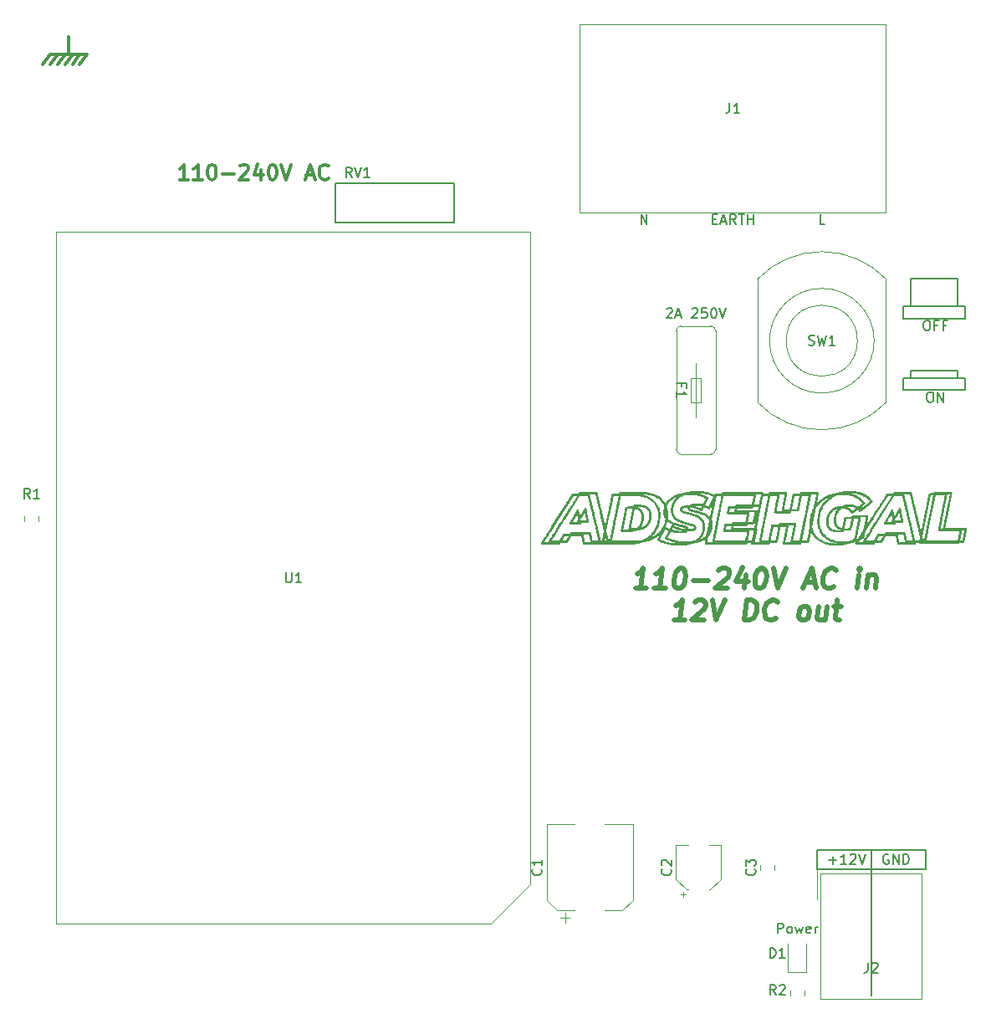
<source format=gbr>
%TF.GenerationSoftware,KiCad,Pcbnew,(5.99.0-2671-gfc0a358ba)*%
%TF.CreationDate,2020-09-06T03:18:24+05:30*%
%TF.ProjectId,Power_Supply,506f7765-725f-4537-9570-706c792e6b69,rev?*%
%TF.SameCoordinates,Original*%
%TF.FileFunction,Legend,Top*%
%TF.FilePolarity,Positive*%
%FSLAX46Y46*%
G04 Gerber Fmt 4.6, Leading zero omitted, Abs format (unit mm)*
G04 Created by KiCad (PCBNEW (5.99.0-2671-gfc0a358ba)) date 2020-09-06 03:18:24*
%MOMM*%
%LPD*%
G01*
G04 APERTURE LIST*
%ADD10C,0.150000*%
%ADD11C,0.300000*%
%ADD12C,0.500000*%
%ADD13C,0.375000*%
%ADD14C,0.120000*%
G04 APERTURE END LIST*
D10*
X105500000Y-47000000D02*
X105500000Y-47750000D01*
D11*
X18375000Y-15000000D02*
X17625000Y-16000000D01*
X20625000Y-15000000D02*
X19875000Y-16000000D01*
X22125000Y-15000000D02*
X21375000Y-16000000D01*
D10*
X96000000Y-95500000D02*
X96000000Y-97500000D01*
X96000000Y-97500000D02*
X107000000Y-97500000D01*
X111000000Y-47750000D02*
X110250000Y-47750000D01*
D11*
X18375000Y-15000000D02*
X22125000Y-15000000D01*
X20250000Y-13250000D02*
X20250000Y-15000000D01*
D10*
X110250000Y-47000000D02*
X105500000Y-47000000D01*
X105500000Y-40500000D02*
X104750000Y-40500000D01*
X111000000Y-49000000D02*
X111000000Y-47750000D01*
X101500000Y-110290000D02*
X101500000Y-95500000D01*
D11*
X21375000Y-15000000D02*
X20625000Y-16000000D01*
D10*
X104750000Y-40500000D02*
X104750000Y-41750000D01*
X111000000Y-40500000D02*
X110250000Y-40500000D01*
X110250000Y-40500000D02*
X110250000Y-37750000D01*
X104750000Y-47750000D02*
X104750000Y-49000000D01*
X107000000Y-95500000D02*
X101500000Y-95500000D01*
X107000000Y-97500000D02*
X107000000Y-95500000D01*
X104750000Y-41750000D02*
X111000000Y-41750000D01*
D11*
X19875000Y-15000000D02*
X19125000Y-16000000D01*
D10*
X105500000Y-40500000D02*
X110250000Y-40500000D01*
X110250000Y-37750000D02*
X105500000Y-37750000D01*
X104750000Y-49000000D02*
X111000000Y-49000000D01*
D11*
X19125000Y-15000000D02*
X18375000Y-16000000D01*
D10*
X111000000Y-41750000D02*
X111000000Y-40500000D01*
X105500000Y-37750000D02*
X105500000Y-40500000D01*
X105500000Y-47750000D02*
X110250000Y-47750000D01*
X105500000Y-47750000D02*
X104750000Y-47750000D01*
X101500000Y-95500000D02*
X96000000Y-95500000D01*
X110250000Y-47750000D02*
X110250000Y-47000000D01*
D12*
X78763035Y-69044761D02*
X77620178Y-69044761D01*
X78191607Y-69044761D02*
X78441607Y-67044761D01*
X78215416Y-67330476D01*
X78001130Y-67520952D01*
X77798750Y-67616190D01*
X80667797Y-69044761D02*
X79524940Y-69044761D01*
X80096369Y-69044761D02*
X80346369Y-67044761D01*
X80120178Y-67330476D01*
X79905892Y-67520952D01*
X79703511Y-67616190D01*
X82155892Y-67044761D02*
X82346369Y-67044761D01*
X82524940Y-67140000D01*
X82608273Y-67235238D01*
X82679702Y-67425714D01*
X82727321Y-67806666D01*
X82667797Y-68282857D01*
X82524940Y-68663809D01*
X82405892Y-68854285D01*
X82298750Y-68949523D01*
X82096369Y-69044761D01*
X81905892Y-69044761D01*
X81727321Y-68949523D01*
X81643988Y-68854285D01*
X81572559Y-68663809D01*
X81524940Y-68282857D01*
X81584464Y-67806666D01*
X81727321Y-67425714D01*
X81846369Y-67235238D01*
X81953511Y-67140000D01*
X82155892Y-67044761D01*
X83524940Y-68282857D02*
X85048750Y-68282857D01*
X86036845Y-67235238D02*
X86143988Y-67140000D01*
X86346369Y-67044761D01*
X86822559Y-67044761D01*
X87001130Y-67140000D01*
X87084464Y-67235238D01*
X87155892Y-67425714D01*
X87132083Y-67616190D01*
X87001130Y-67901904D01*
X85715416Y-69044761D01*
X86953511Y-69044761D01*
X88834464Y-67711428D02*
X88667797Y-69044761D01*
X88453511Y-66949523D02*
X87798750Y-68378095D01*
X89036845Y-68378095D01*
X90346369Y-67044761D02*
X90536845Y-67044761D01*
X90715416Y-67140000D01*
X90798750Y-67235238D01*
X90870178Y-67425714D01*
X90917797Y-67806666D01*
X90858273Y-68282857D01*
X90715416Y-68663809D01*
X90596369Y-68854285D01*
X90489226Y-68949523D01*
X90286845Y-69044761D01*
X90096369Y-69044761D01*
X89917797Y-68949523D01*
X89834464Y-68854285D01*
X89763035Y-68663809D01*
X89715416Y-68282857D01*
X89774940Y-67806666D01*
X89917797Y-67425714D01*
X90036845Y-67235238D01*
X90143988Y-67140000D01*
X90346369Y-67044761D01*
X91584464Y-67044761D02*
X92001130Y-69044761D01*
X92917797Y-67044761D01*
X94834464Y-68473333D02*
X95786845Y-68473333D01*
X94572559Y-69044761D02*
X95489226Y-67044761D01*
X95905892Y-69044761D01*
X97739226Y-68854285D02*
X97632083Y-68949523D01*
X97334464Y-69044761D01*
X97143988Y-69044761D01*
X96870178Y-68949523D01*
X96703511Y-68759047D01*
X96632083Y-68568571D01*
X96584464Y-68187619D01*
X96620178Y-67901904D01*
X96763035Y-67520952D01*
X96882083Y-67330476D01*
X97096369Y-67140000D01*
X97393988Y-67044761D01*
X97584464Y-67044761D01*
X97858273Y-67140000D01*
X97941607Y-67235238D01*
X100096369Y-69044761D02*
X100263035Y-67711428D01*
X100346369Y-67044761D02*
X100239226Y-67140000D01*
X100322559Y-67235238D01*
X100429702Y-67140000D01*
X100346369Y-67044761D01*
X100322559Y-67235238D01*
X101215416Y-67711428D02*
X101048750Y-69044761D01*
X101191607Y-67901904D02*
X101298750Y-67806666D01*
X101501130Y-67711428D01*
X101786845Y-67711428D01*
X101965416Y-67806666D01*
X102036845Y-67997142D01*
X101905892Y-69044761D01*
X82667797Y-72264761D02*
X81524940Y-72264761D01*
X82096369Y-72264761D02*
X82346369Y-70264761D01*
X82120178Y-70550476D01*
X81905892Y-70740952D01*
X81703511Y-70836190D01*
X83655892Y-70455238D02*
X83763035Y-70360000D01*
X83965416Y-70264761D01*
X84441607Y-70264761D01*
X84620178Y-70360000D01*
X84703511Y-70455238D01*
X84774940Y-70645714D01*
X84751130Y-70836190D01*
X84620178Y-71121904D01*
X83334464Y-72264761D01*
X84572559Y-72264761D01*
X85393988Y-70264761D02*
X85810654Y-72264761D01*
X86727321Y-70264761D01*
X88667797Y-72264761D02*
X88917797Y-70264761D01*
X89393988Y-70264761D01*
X89667797Y-70360000D01*
X89834464Y-70550476D01*
X89905892Y-70740952D01*
X89953511Y-71121904D01*
X89917797Y-71407619D01*
X89774940Y-71788571D01*
X89655892Y-71979047D01*
X89441607Y-72169523D01*
X89143988Y-72264761D01*
X88667797Y-72264761D01*
X91834464Y-72074285D02*
X91727321Y-72169523D01*
X91429702Y-72264761D01*
X91239226Y-72264761D01*
X90965416Y-72169523D01*
X90798750Y-71979047D01*
X90727321Y-71788571D01*
X90679702Y-71407619D01*
X90715416Y-71121904D01*
X90858273Y-70740952D01*
X90977321Y-70550476D01*
X91191607Y-70360000D01*
X91489226Y-70264761D01*
X91679702Y-70264761D01*
X91953511Y-70360000D01*
X92036845Y-70455238D01*
X94477321Y-72264761D02*
X94298750Y-72169523D01*
X94215416Y-72074285D01*
X94143988Y-71883809D01*
X94215416Y-71312380D01*
X94334464Y-71121904D01*
X94441607Y-71026666D01*
X94643988Y-70931428D01*
X94929702Y-70931428D01*
X95108273Y-71026666D01*
X95191607Y-71121904D01*
X95263035Y-71312380D01*
X95191607Y-71883809D01*
X95072559Y-72074285D01*
X94965416Y-72169523D01*
X94763035Y-72264761D01*
X94477321Y-72264761D01*
X97024940Y-70931428D02*
X96858273Y-72264761D01*
X96167797Y-70931428D02*
X96036845Y-71979047D01*
X96108273Y-72169523D01*
X96286845Y-72264761D01*
X96572559Y-72264761D01*
X96774940Y-72169523D01*
X96882083Y-72074285D01*
X97691607Y-70931428D02*
X98453511Y-70931428D01*
X98060654Y-70264761D02*
X97846369Y-71979047D01*
X97917797Y-72169523D01*
X98096369Y-72264761D01*
X98286845Y-72264761D01*
D10*
X107380952Y-49202380D02*
X107571428Y-49202380D01*
X107666666Y-49250000D01*
X107761904Y-49345238D01*
X107809523Y-49535714D01*
X107809523Y-49869047D01*
X107761904Y-50059523D01*
X107666666Y-50154761D01*
X107571428Y-50202380D01*
X107380952Y-50202380D01*
X107285714Y-50154761D01*
X107190476Y-50059523D01*
X107142857Y-49869047D01*
X107142857Y-49535714D01*
X107190476Y-49345238D01*
X107285714Y-49250000D01*
X107380952Y-49202380D01*
X108238095Y-50202380D02*
X108238095Y-49202380D01*
X108809523Y-50202380D01*
X108809523Y-49202380D01*
X97238095Y-96571428D02*
X98000000Y-96571428D01*
X97619047Y-96952380D02*
X97619047Y-96190476D01*
X99000000Y-96952380D02*
X98428571Y-96952380D01*
X98714285Y-96952380D02*
X98714285Y-95952380D01*
X98619047Y-96095238D01*
X98523809Y-96190476D01*
X98428571Y-96238095D01*
X99380952Y-96047619D02*
X99428571Y-96000000D01*
X99523809Y-95952380D01*
X99761904Y-95952380D01*
X99857142Y-96000000D01*
X99904761Y-96047619D01*
X99952380Y-96142857D01*
X99952380Y-96238095D01*
X99904761Y-96380952D01*
X99333333Y-96952380D01*
X99952380Y-96952380D01*
X100238095Y-95952380D02*
X100571428Y-96952380D01*
X100904761Y-95952380D01*
X92023809Y-103952380D02*
X92023809Y-102952380D01*
X92404761Y-102952380D01*
X92500000Y-103000000D01*
X92547619Y-103047619D01*
X92595238Y-103142857D01*
X92595238Y-103285714D01*
X92547619Y-103380952D01*
X92500000Y-103428571D01*
X92404761Y-103476190D01*
X92023809Y-103476190D01*
X93166666Y-103952380D02*
X93071428Y-103904761D01*
X93023809Y-103857142D01*
X92976190Y-103761904D01*
X92976190Y-103476190D01*
X93023809Y-103380952D01*
X93071428Y-103333333D01*
X93166666Y-103285714D01*
X93309523Y-103285714D01*
X93404761Y-103333333D01*
X93452380Y-103380952D01*
X93500000Y-103476190D01*
X93500000Y-103761904D01*
X93452380Y-103857142D01*
X93404761Y-103904761D01*
X93309523Y-103952380D01*
X93166666Y-103952380D01*
X93833333Y-103285714D02*
X94023809Y-103952380D01*
X94214285Y-103476190D01*
X94404761Y-103952380D01*
X94595238Y-103285714D01*
X95357142Y-103904761D02*
X95261904Y-103952380D01*
X95071428Y-103952380D01*
X94976190Y-103904761D01*
X94928571Y-103809523D01*
X94928571Y-103428571D01*
X94976190Y-103333333D01*
X95071428Y-103285714D01*
X95261904Y-103285714D01*
X95357142Y-103333333D01*
X95404761Y-103428571D01*
X95404761Y-103523809D01*
X94928571Y-103619047D01*
X95833333Y-103952380D02*
X95833333Y-103285714D01*
X95833333Y-103476190D02*
X95880952Y-103380952D01*
X95928571Y-103333333D01*
X96023809Y-103285714D01*
X96119047Y-103285714D01*
X107047619Y-41952380D02*
X107238095Y-41952380D01*
X107333333Y-42000000D01*
X107428571Y-42095238D01*
X107476190Y-42285714D01*
X107476190Y-42619047D01*
X107428571Y-42809523D01*
X107333333Y-42904761D01*
X107238095Y-42952380D01*
X107047619Y-42952380D01*
X106952380Y-42904761D01*
X106857142Y-42809523D01*
X106809523Y-42619047D01*
X106809523Y-42285714D01*
X106857142Y-42095238D01*
X106952380Y-42000000D01*
X107047619Y-41952380D01*
X108238095Y-42428571D02*
X107904761Y-42428571D01*
X107904761Y-42952380D02*
X107904761Y-41952380D01*
X108380952Y-41952380D01*
X109095238Y-42428571D02*
X108761904Y-42428571D01*
X108761904Y-42952380D02*
X108761904Y-41952380D01*
X109238095Y-41952380D01*
X80797619Y-40797619D02*
X80845238Y-40750000D01*
X80940476Y-40702380D01*
X81178571Y-40702380D01*
X81273809Y-40750000D01*
X81321428Y-40797619D01*
X81369047Y-40892857D01*
X81369047Y-40988095D01*
X81321428Y-41130952D01*
X80750000Y-41702380D01*
X81369047Y-41702380D01*
X81750000Y-41416666D02*
X82226190Y-41416666D01*
X81654761Y-41702380D02*
X81988095Y-40702380D01*
X82321428Y-41702380D01*
X83369047Y-40797619D02*
X83416666Y-40750000D01*
X83511904Y-40702380D01*
X83750000Y-40702380D01*
X83845238Y-40750000D01*
X83892857Y-40797619D01*
X83940476Y-40892857D01*
X83940476Y-40988095D01*
X83892857Y-41130952D01*
X83321428Y-41702380D01*
X83940476Y-41702380D01*
X84845238Y-40702380D02*
X84369047Y-40702380D01*
X84321428Y-41178571D01*
X84369047Y-41130952D01*
X84464285Y-41083333D01*
X84702380Y-41083333D01*
X84797619Y-41130952D01*
X84845238Y-41178571D01*
X84892857Y-41273809D01*
X84892857Y-41511904D01*
X84845238Y-41607142D01*
X84797619Y-41654761D01*
X84702380Y-41702380D01*
X84464285Y-41702380D01*
X84369047Y-41654761D01*
X84321428Y-41607142D01*
X85511904Y-40702380D02*
X85607142Y-40702380D01*
X85702380Y-40750000D01*
X85750000Y-40797619D01*
X85797619Y-40892857D01*
X85845238Y-41083333D01*
X85845238Y-41321428D01*
X85797619Y-41511904D01*
X85750000Y-41607142D01*
X85702380Y-41654761D01*
X85607142Y-41702380D01*
X85511904Y-41702380D01*
X85416666Y-41654761D01*
X85369047Y-41607142D01*
X85321428Y-41511904D01*
X85273809Y-41321428D01*
X85273809Y-41083333D01*
X85321428Y-40892857D01*
X85369047Y-40797619D01*
X85416666Y-40750000D01*
X85511904Y-40702380D01*
X86130952Y-40702380D02*
X86464285Y-41702380D01*
X86797619Y-40702380D01*
D13*
X32321428Y-27678571D02*
X31464285Y-27678571D01*
X31892857Y-27678571D02*
X31892857Y-26178571D01*
X31750000Y-26392857D01*
X31607142Y-26535714D01*
X31464285Y-26607142D01*
X33750000Y-27678571D02*
X32892857Y-27678571D01*
X33321428Y-27678571D02*
X33321428Y-26178571D01*
X33178571Y-26392857D01*
X33035714Y-26535714D01*
X32892857Y-26607142D01*
X34678571Y-26178571D02*
X34821428Y-26178571D01*
X34964285Y-26250000D01*
X35035714Y-26321428D01*
X35107142Y-26464285D01*
X35178571Y-26750000D01*
X35178571Y-27107142D01*
X35107142Y-27392857D01*
X35035714Y-27535714D01*
X34964285Y-27607142D01*
X34821428Y-27678571D01*
X34678571Y-27678571D01*
X34535714Y-27607142D01*
X34464285Y-27535714D01*
X34392857Y-27392857D01*
X34321428Y-27107142D01*
X34321428Y-26750000D01*
X34392857Y-26464285D01*
X34464285Y-26321428D01*
X34535714Y-26250000D01*
X34678571Y-26178571D01*
X35821428Y-27107142D02*
X36964285Y-27107142D01*
X37607142Y-26321428D02*
X37678571Y-26250000D01*
X37821428Y-26178571D01*
X38178571Y-26178571D01*
X38321428Y-26250000D01*
X38392857Y-26321428D01*
X38464285Y-26464285D01*
X38464285Y-26607142D01*
X38392857Y-26821428D01*
X37535714Y-27678571D01*
X38464285Y-27678571D01*
X39750000Y-26678571D02*
X39750000Y-27678571D01*
X39392857Y-26107142D02*
X39035714Y-27178571D01*
X39964285Y-27178571D01*
X40821428Y-26178571D02*
X40964285Y-26178571D01*
X41107142Y-26250000D01*
X41178571Y-26321428D01*
X41250000Y-26464285D01*
X41321428Y-26750000D01*
X41321428Y-27107142D01*
X41250000Y-27392857D01*
X41178571Y-27535714D01*
X41107142Y-27607142D01*
X40964285Y-27678571D01*
X40821428Y-27678571D01*
X40678571Y-27607142D01*
X40607142Y-27535714D01*
X40535714Y-27392857D01*
X40464285Y-27107142D01*
X40464285Y-26750000D01*
X40535714Y-26464285D01*
X40607142Y-26321428D01*
X40678571Y-26250000D01*
X40821428Y-26178571D01*
X41750000Y-26178571D02*
X42250000Y-27678571D01*
X42750000Y-26178571D01*
X44321428Y-27250000D02*
X45035714Y-27250000D01*
X44178571Y-27678571D02*
X44678571Y-26178571D01*
X45178571Y-27678571D01*
X46535714Y-27535714D02*
X46464285Y-27607142D01*
X46250000Y-27678571D01*
X46107142Y-27678571D01*
X45892857Y-27607142D01*
X45750000Y-27464285D01*
X45678571Y-27321428D01*
X45607142Y-27035714D01*
X45607142Y-26821428D01*
X45678571Y-26535714D01*
X45750000Y-26392857D01*
X45892857Y-26250000D01*
X46107142Y-26178571D01*
X46250000Y-26178571D01*
X46464285Y-26250000D01*
X46535714Y-26321428D01*
D10*
X103238095Y-96000000D02*
X103142857Y-95952380D01*
X103000000Y-95952380D01*
X102857142Y-96000000D01*
X102761904Y-96095238D01*
X102714285Y-96190476D01*
X102666666Y-96380952D01*
X102666666Y-96523809D01*
X102714285Y-96714285D01*
X102761904Y-96809523D01*
X102857142Y-96904761D01*
X103000000Y-96952380D01*
X103095238Y-96952380D01*
X103238095Y-96904761D01*
X103285714Y-96857142D01*
X103285714Y-96523809D01*
X103095238Y-96523809D01*
X103714285Y-96952380D02*
X103714285Y-95952380D01*
X104285714Y-96952380D01*
X104285714Y-95952380D01*
X104761904Y-96952380D02*
X104761904Y-95952380D01*
X105000000Y-95952380D01*
X105142857Y-96000000D01*
X105238095Y-96095238D01*
X105285714Y-96190476D01*
X105333333Y-96380952D01*
X105333333Y-96523809D01*
X105285714Y-96714285D01*
X105238095Y-96809523D01*
X105142857Y-96904761D01*
X105000000Y-96952380D01*
X104761904Y-96952380D01*
%TO.C,D1*%
X91261904Y-106452380D02*
X91261904Y-105452380D01*
X91500000Y-105452380D01*
X91642857Y-105500000D01*
X91738095Y-105595238D01*
X91785714Y-105690476D01*
X91833333Y-105880952D01*
X91833333Y-106023809D01*
X91785714Y-106214285D01*
X91738095Y-106309523D01*
X91642857Y-106404761D01*
X91500000Y-106452380D01*
X91261904Y-106452380D01*
X92785714Y-106452380D02*
X92214285Y-106452380D01*
X92500000Y-106452380D02*
X92500000Y-105452380D01*
X92404761Y-105595238D01*
X92309523Y-105690476D01*
X92214285Y-105738095D01*
%TO.C,J2*%
X101166666Y-106952380D02*
X101166666Y-107666666D01*
X101119047Y-107809523D01*
X101023809Y-107904761D01*
X100880952Y-107952380D01*
X100785714Y-107952380D01*
X101595238Y-107047619D02*
X101642857Y-107000000D01*
X101738095Y-106952380D01*
X101976190Y-106952380D01*
X102071428Y-107000000D01*
X102119047Y-107047619D01*
X102166666Y-107142857D01*
X102166666Y-107238095D01*
X102119047Y-107380952D01*
X101547619Y-107952380D01*
X102166666Y-107952380D01*
%TO.C,J1*%
X87166666Y-19952380D02*
X87166666Y-20666666D01*
X87119047Y-20809523D01*
X87023809Y-20904761D01*
X86880952Y-20952380D01*
X86785714Y-20952380D01*
X88166666Y-20952380D02*
X87595238Y-20952380D01*
X87880952Y-20952380D02*
X87880952Y-19952380D01*
X87785714Y-20095238D01*
X87690476Y-20190476D01*
X87595238Y-20238095D01*
X96809523Y-32202380D02*
X96333333Y-32202380D01*
X96333333Y-31202380D01*
X85452380Y-31678571D02*
X85785714Y-31678571D01*
X85928571Y-32202380D02*
X85452380Y-32202380D01*
X85452380Y-31202380D01*
X85928571Y-31202380D01*
X86309523Y-31916666D02*
X86785714Y-31916666D01*
X86214285Y-32202380D02*
X86547619Y-31202380D01*
X86880952Y-32202380D01*
X87785714Y-32202380D02*
X87452380Y-31726190D01*
X87214285Y-32202380D02*
X87214285Y-31202380D01*
X87595238Y-31202380D01*
X87690476Y-31250000D01*
X87738095Y-31297619D01*
X87785714Y-31392857D01*
X87785714Y-31535714D01*
X87738095Y-31630952D01*
X87690476Y-31678571D01*
X87595238Y-31726190D01*
X87214285Y-31726190D01*
X88071428Y-31202380D02*
X88642857Y-31202380D01*
X88357142Y-32202380D02*
X88357142Y-31202380D01*
X88976190Y-32202380D02*
X88976190Y-31202380D01*
X88976190Y-31678571D02*
X89547619Y-31678571D01*
X89547619Y-32202380D02*
X89547619Y-31202380D01*
X78214285Y-32202380D02*
X78214285Y-31202380D01*
X78785714Y-32202380D01*
X78785714Y-31202380D01*
%TO.C,RV1*%
X48904761Y-27452380D02*
X48571428Y-26976190D01*
X48333333Y-27452380D02*
X48333333Y-26452380D01*
X48714285Y-26452380D01*
X48809523Y-26500000D01*
X48857142Y-26547619D01*
X48904761Y-26642857D01*
X48904761Y-26785714D01*
X48857142Y-26880952D01*
X48809523Y-26928571D01*
X48714285Y-26976190D01*
X48333333Y-26976190D01*
X49190476Y-26452380D02*
X49523809Y-27452380D01*
X49857142Y-26452380D01*
X50714285Y-27452380D02*
X50142857Y-27452380D01*
X50428571Y-27452380D02*
X50428571Y-26452380D01*
X50333333Y-26595238D01*
X50238095Y-26690476D01*
X50142857Y-26738095D01*
%TO.C,C1*%
X68057142Y-97466666D02*
X68104761Y-97514285D01*
X68152380Y-97657142D01*
X68152380Y-97752380D01*
X68104761Y-97895238D01*
X68009523Y-97990476D01*
X67914285Y-98038095D01*
X67723809Y-98085714D01*
X67580952Y-98085714D01*
X67390476Y-98038095D01*
X67295238Y-97990476D01*
X67200000Y-97895238D01*
X67152380Y-97752380D01*
X67152380Y-97657142D01*
X67200000Y-97514285D01*
X67247619Y-97466666D01*
X68152380Y-96514285D02*
X68152380Y-97085714D01*
X68152380Y-96800000D02*
X67152380Y-96800000D01*
X67295238Y-96895238D01*
X67390476Y-96990476D01*
X67438095Y-97085714D01*
%TO.C,SW1*%
X95166666Y-44404761D02*
X95309523Y-44452380D01*
X95547619Y-44452380D01*
X95642857Y-44404761D01*
X95690476Y-44357142D01*
X95738095Y-44261904D01*
X95738095Y-44166666D01*
X95690476Y-44071428D01*
X95642857Y-44023809D01*
X95547619Y-43976190D01*
X95357142Y-43928571D01*
X95261904Y-43880952D01*
X95214285Y-43833333D01*
X95166666Y-43738095D01*
X95166666Y-43642857D01*
X95214285Y-43547619D01*
X95261904Y-43500000D01*
X95357142Y-43452380D01*
X95595238Y-43452380D01*
X95738095Y-43500000D01*
X96071428Y-43452380D02*
X96309523Y-44452380D01*
X96500000Y-43738095D01*
X96690476Y-44452380D01*
X96928571Y-43452380D01*
X97833333Y-44452380D02*
X97261904Y-44452380D01*
X97547619Y-44452380D02*
X97547619Y-43452380D01*
X97452380Y-43595238D01*
X97357142Y-43690476D01*
X97261904Y-43738095D01*
%TO.C,C3*%
X89707142Y-97466666D02*
X89754761Y-97514285D01*
X89802380Y-97657142D01*
X89802380Y-97752380D01*
X89754761Y-97895238D01*
X89659523Y-97990476D01*
X89564285Y-98038095D01*
X89373809Y-98085714D01*
X89230952Y-98085714D01*
X89040476Y-98038095D01*
X88945238Y-97990476D01*
X88850000Y-97895238D01*
X88802380Y-97752380D01*
X88802380Y-97657142D01*
X88850000Y-97514285D01*
X88897619Y-97466666D01*
X88802380Y-97133333D02*
X88802380Y-96514285D01*
X89183333Y-96847619D01*
X89183333Y-96704761D01*
X89230952Y-96609523D01*
X89278571Y-96561904D01*
X89373809Y-96514285D01*
X89611904Y-96514285D01*
X89707142Y-96561904D01*
X89754761Y-96609523D01*
X89802380Y-96704761D01*
X89802380Y-96990476D01*
X89754761Y-97085714D01*
X89707142Y-97133333D01*
%TO.C,R1*%
X16333333Y-59952380D02*
X16000000Y-59476190D01*
X15761904Y-59952380D02*
X15761904Y-58952380D01*
X16142857Y-58952380D01*
X16238095Y-59000000D01*
X16285714Y-59047619D01*
X16333333Y-59142857D01*
X16333333Y-59285714D01*
X16285714Y-59380952D01*
X16238095Y-59428571D01*
X16142857Y-59476190D01*
X15761904Y-59476190D01*
X17285714Y-59952380D02*
X16714285Y-59952380D01*
X17000000Y-59952380D02*
X17000000Y-58952380D01*
X16904761Y-59095238D01*
X16809523Y-59190476D01*
X16714285Y-59238095D01*
%TO.C,U1*%
X42238095Y-67452380D02*
X42238095Y-68261904D01*
X42285714Y-68357142D01*
X42333333Y-68404761D01*
X42428571Y-68452380D01*
X42619047Y-68452380D01*
X42714285Y-68404761D01*
X42761904Y-68357142D01*
X42809523Y-68261904D01*
X42809523Y-67452380D01*
X43809523Y-68452380D02*
X43238095Y-68452380D01*
X43523809Y-68452380D02*
X43523809Y-67452380D01*
X43428571Y-67595238D01*
X43333333Y-67690476D01*
X43238095Y-67738095D01*
%TO.C,F1*%
X82321428Y-48666666D02*
X82321428Y-48333333D01*
X81797619Y-48333333D02*
X82797619Y-48333333D01*
X82797619Y-48809523D01*
X81797619Y-49714285D02*
X81797619Y-49142857D01*
X81797619Y-49428571D02*
X82797619Y-49428571D01*
X82654761Y-49333333D01*
X82559523Y-49238095D01*
X82511904Y-49142857D01*
%TO.C,R2*%
X91833333Y-110193802D02*
X91500000Y-109717612D01*
X91261904Y-110193802D02*
X91261904Y-109193802D01*
X91642857Y-109193802D01*
X91738095Y-109241422D01*
X91785714Y-109289041D01*
X91833333Y-109384279D01*
X91833333Y-109527136D01*
X91785714Y-109622374D01*
X91738095Y-109669993D01*
X91642857Y-109717612D01*
X91261904Y-109717612D01*
X92214285Y-109289041D02*
X92261904Y-109241422D01*
X92357142Y-109193802D01*
X92595238Y-109193802D01*
X92690476Y-109241422D01*
X92738095Y-109289041D01*
X92785714Y-109384279D01*
X92785714Y-109479517D01*
X92738095Y-109622374D01*
X92166666Y-110193802D01*
X92785714Y-110193802D01*
%TO.C,C2*%
X81157142Y-97466666D02*
X81204761Y-97514285D01*
X81252380Y-97657142D01*
X81252380Y-97752380D01*
X81204761Y-97895238D01*
X81109523Y-97990476D01*
X81014285Y-98038095D01*
X80823809Y-98085714D01*
X80680952Y-98085714D01*
X80490476Y-98038095D01*
X80395238Y-97990476D01*
X80300000Y-97895238D01*
X80252380Y-97752380D01*
X80252380Y-97657142D01*
X80300000Y-97514285D01*
X80347619Y-97466666D01*
X80347619Y-97085714D02*
X80300000Y-97038095D01*
X80252380Y-96942857D01*
X80252380Y-96704761D01*
X80300000Y-96609523D01*
X80347619Y-96561904D01*
X80442857Y-96514285D01*
X80538095Y-96514285D01*
X80680952Y-96561904D01*
X81252380Y-97133333D01*
X81252380Y-96514285D01*
%TO.C,G\u002A\u002A\u002A*%
G36*
X93216970Y-61048090D02*
G01*
X93223264Y-61046613D01*
X93226735Y-61044802D01*
X93228323Y-61042624D01*
X93228520Y-61042069D01*
X93229990Y-61035423D01*
X93233551Y-61018368D01*
X93239069Y-60991561D01*
X93246412Y-60955660D01*
X93255445Y-60911320D01*
X93266036Y-60859198D01*
X93278052Y-60799951D01*
X93291359Y-60734236D01*
X93305825Y-60662709D01*
X93321316Y-60586027D01*
X93337699Y-60504847D01*
X93354842Y-60419826D01*
X93372610Y-60331619D01*
X93378460Y-60302555D01*
X93399975Y-60195917D01*
X93420228Y-60096029D01*
X93439139Y-60003276D01*
X93456626Y-59918043D01*
X93472610Y-59840715D01*
X93487009Y-59771677D01*
X93499742Y-59711313D01*
X93510729Y-59660009D01*
X93519889Y-59618149D01*
X93527141Y-59586117D01*
X93532405Y-59564300D01*
X93535599Y-59553082D01*
X93536047Y-59552011D01*
X93555972Y-59523305D01*
X93582552Y-59503114D01*
X93594319Y-59497515D01*
X93599971Y-59495655D01*
X93607909Y-59494073D01*
X93619006Y-59492748D01*
X93634139Y-59491658D01*
X93654181Y-59490780D01*
X93680008Y-59490094D01*
X93712493Y-59489578D01*
X93752513Y-59489211D01*
X93800940Y-59488970D01*
X93858651Y-59488835D01*
X93926519Y-59488783D01*
X93948245Y-59488781D01*
X94281267Y-59488781D01*
X94284098Y-59476083D01*
X94286731Y-59464266D01*
X94290911Y-59445498D01*
X94295723Y-59423884D01*
X94306991Y-59387071D01*
X94323002Y-59359159D01*
X94345035Y-59338305D01*
X94362233Y-59328137D01*
X94390919Y-59313842D01*
X96096198Y-59313842D01*
X96121050Y-59326539D01*
X96150639Y-59347773D01*
X96172615Y-59376575D01*
X96183906Y-59404702D01*
X96185011Y-59409664D01*
X96185701Y-59415418D01*
X96185849Y-59422679D01*
X96185330Y-59432164D01*
X96184018Y-59444590D01*
X96181785Y-59460672D01*
X96178507Y-59481128D01*
X96174056Y-59506674D01*
X96168308Y-59538026D01*
X96161135Y-59575901D01*
X96152411Y-59621015D01*
X96142011Y-59674085D01*
X96129809Y-59735827D01*
X96115677Y-59806958D01*
X96099491Y-59888194D01*
X96093499Y-59918232D01*
X96078974Y-59991005D01*
X96065034Y-60060791D01*
X96051843Y-60126770D01*
X96039564Y-60188124D01*
X96028363Y-60244035D01*
X96018403Y-60293684D01*
X96009849Y-60336253D01*
X96002864Y-60370922D01*
X95997613Y-60396873D01*
X95994260Y-60413289D01*
X95993014Y-60419181D01*
X95995033Y-60421085D01*
X96003951Y-60414416D01*
X96019557Y-60399365D01*
X96041638Y-60376123D01*
X96046166Y-60371214D01*
X96072091Y-60343561D01*
X96101157Y-60313462D01*
X96129832Y-60284528D01*
X96154584Y-60260370D01*
X96154859Y-60260108D01*
X96291805Y-60137648D01*
X96435936Y-60023761D01*
X96586918Y-59918602D01*
X96744420Y-59822323D01*
X96908107Y-59735080D01*
X97077648Y-59657027D01*
X97252708Y-59588319D01*
X97432956Y-59529109D01*
X97618059Y-59479552D01*
X97802859Y-59440814D01*
X99301100Y-59440814D01*
X99365997Y-59453896D01*
X99397963Y-59460720D01*
X99435872Y-59469392D01*
X99474786Y-59478756D01*
X99507076Y-59486948D01*
X99673714Y-59535545D01*
X99832275Y-59591920D01*
X99983009Y-59656231D01*
X100126165Y-59728637D01*
X100261993Y-59809296D01*
X100390743Y-59898367D01*
X100512663Y-59996007D01*
X100628003Y-60102376D01*
X100737013Y-60217633D01*
X100826591Y-60324870D01*
X100845798Y-60349840D01*
X100863020Y-60373401D01*
X100876719Y-60393364D01*
X100885359Y-60407542D01*
X100886910Y-60410748D01*
X100894421Y-60442546D01*
X100892430Y-60476046D01*
X100881635Y-60508120D01*
X100862738Y-60535643D01*
X100857856Y-60540505D01*
X100850524Y-60546644D01*
X100835104Y-60559025D01*
X100812441Y-60576986D01*
X100783377Y-60599867D01*
X100748755Y-60627007D01*
X100709417Y-60657745D01*
X100666208Y-60691420D01*
X100619969Y-60727372D01*
X100578130Y-60759834D01*
X100314570Y-60964129D01*
X100346760Y-60998910D01*
X100361908Y-61014893D01*
X100374227Y-61027174D01*
X100381691Y-61033763D01*
X100382769Y-61034353D01*
X100387647Y-61031056D01*
X100400869Y-61021279D01*
X100421859Y-61005462D01*
X100450045Y-60984045D01*
X100484852Y-60957469D01*
X100525708Y-60926172D01*
X100572038Y-60890596D01*
X100623270Y-60851181D01*
X100678829Y-60808365D01*
X100738142Y-60762591D01*
X100800636Y-60714296D01*
X100865736Y-60663922D01*
X100879369Y-60653365D01*
X100945050Y-60602486D01*
X101008294Y-60553476D01*
X101068522Y-60506784D01*
X101125153Y-60462861D01*
X101177608Y-60422157D01*
X101225307Y-60385122D01*
X101267670Y-60352208D01*
X101304117Y-60323864D01*
X101334068Y-60300542D01*
X101356943Y-60282690D01*
X101372162Y-60270761D01*
X101379145Y-60265204D01*
X101379492Y-60264907D01*
X101379190Y-60257801D01*
X101371289Y-60244073D01*
X101356621Y-60224605D01*
X101336016Y-60200279D01*
X101310307Y-60171977D01*
X101280324Y-60140581D01*
X101246898Y-60106973D01*
X101210861Y-60072035D01*
X101173045Y-60036651D01*
X101134279Y-60001701D01*
X101118207Y-59987618D01*
X101020489Y-59909348D01*
X100913295Y-59835780D01*
X100797605Y-59767371D01*
X100674399Y-59704576D01*
X100544657Y-59647849D01*
X100409361Y-59597647D01*
X100269490Y-59554425D01*
X100126025Y-59518639D01*
X100093968Y-59511786D01*
X100008340Y-59495462D01*
X99917407Y-59480739D01*
X99823408Y-59467842D01*
X99728582Y-59456997D01*
X99635165Y-59448429D01*
X99545398Y-59442364D01*
X99461517Y-59439028D01*
X99385761Y-59438647D01*
X99371640Y-59438949D01*
X99301100Y-59440814D01*
X97802859Y-59440814D01*
X97807683Y-59439803D01*
X97983415Y-59412347D01*
X98067701Y-59396351D01*
X98130138Y-59378651D01*
X98313684Y-59325453D01*
X98502885Y-59281621D01*
X98696996Y-59247226D01*
X98895271Y-59222337D01*
X99096963Y-59207027D01*
X99301327Y-59201365D01*
X99507616Y-59205423D01*
X99715084Y-59219271D01*
X99763299Y-59223889D01*
X99951131Y-59247531D01*
X100131547Y-59279665D01*
X100304583Y-59320312D01*
X100470277Y-59369490D01*
X100628668Y-59427218D01*
X100779792Y-59493514D01*
X100923687Y-59568399D01*
X101060391Y-59651889D01*
X101189940Y-59744006D01*
X101312374Y-59844766D01*
X101427728Y-59954190D01*
X101536042Y-60072295D01*
X101595506Y-60144597D01*
X101614759Y-60169565D01*
X101632346Y-60193480D01*
X101646585Y-60213979D01*
X101655795Y-60228699D01*
X101657130Y-60231231D01*
X101667254Y-60263888D01*
X101666990Y-60297498D01*
X101656766Y-60329790D01*
X101637013Y-60358494D01*
X101632189Y-60363381D01*
X101623259Y-60371109D01*
X101606208Y-60385048D01*
X101581677Y-60404703D01*
X101550305Y-60429580D01*
X101512734Y-60459184D01*
X101469603Y-60493021D01*
X101421553Y-60530595D01*
X101369224Y-60571413D01*
X101313256Y-60614978D01*
X101254291Y-60660798D01*
X101192967Y-60708377D01*
X101129926Y-60757220D01*
X101065808Y-60806833D01*
X101001253Y-60856721D01*
X100936901Y-60906389D01*
X100873394Y-60955343D01*
X100811370Y-61003089D01*
X100751471Y-61049130D01*
X100694337Y-61092974D01*
X100640608Y-61134124D01*
X100590924Y-61172087D01*
X100545926Y-61206368D01*
X100506255Y-61236472D01*
X100472550Y-61261904D01*
X100445451Y-61282170D01*
X100425600Y-61296775D01*
X100413636Y-61305225D01*
X100410555Y-61307114D01*
X100382288Y-61315673D01*
X100359766Y-61315940D01*
X100338480Y-61312618D01*
X100319729Y-61306261D01*
X100301668Y-61295574D01*
X100282453Y-61279259D01*
X100260241Y-61256020D01*
X100238009Y-61230308D01*
X100216097Y-61204765D01*
X100193731Y-61179516D01*
X100173312Y-61157221D01*
X100157242Y-61140541D01*
X100155119Y-61138459D01*
X100125006Y-61109288D01*
X99896457Y-61286852D01*
X99851498Y-61321725D01*
X99808701Y-61354814D01*
X99768996Y-61385408D01*
X99733313Y-61412793D01*
X99702582Y-61436260D01*
X99677732Y-61455097D01*
X99659694Y-61468591D01*
X99649397Y-61476032D01*
X99648156Y-61476854D01*
X99626660Y-61485348D01*
X99599348Y-61489261D01*
X99570762Y-61488493D01*
X99545444Y-61482946D01*
X99537080Y-61479276D01*
X99527518Y-61471877D01*
X99512339Y-61457449D01*
X99493147Y-61437634D01*
X99471545Y-61414076D01*
X99454347Y-61394499D01*
X99384855Y-61317820D01*
X99316761Y-61250963D01*
X99248696Y-61192807D01*
X99179289Y-61142233D01*
X99107168Y-61098121D01*
X99063101Y-61074828D01*
X98982410Y-61039332D01*
X98893881Y-61009306D01*
X98799858Y-60985348D01*
X98702684Y-60968057D01*
X98606174Y-60958126D01*
X98547211Y-60954314D01*
X98491678Y-60991880D01*
X98403882Y-61058038D01*
X98322996Y-61132881D01*
X98249289Y-61215971D01*
X98183029Y-61306868D01*
X98124483Y-61405134D01*
X98073920Y-61510330D01*
X98031607Y-61622015D01*
X97997813Y-61739753D01*
X97977898Y-61833526D01*
X97968322Y-61890778D01*
X97961320Y-61944145D01*
X97956604Y-61997117D01*
X97953888Y-62053181D01*
X97952886Y-62115826D01*
X97952882Y-62138259D01*
X97953576Y-62195678D01*
X97955482Y-62244362D01*
X97958901Y-62286825D01*
X97964129Y-62325582D01*
X97971466Y-62363147D01*
X97981208Y-62402033D01*
X97986323Y-62420170D01*
X98017205Y-62506956D01*
X98057736Y-62588223D01*
X98107427Y-62663418D01*
X98165791Y-62731986D01*
X98232338Y-62793370D01*
X98306582Y-62847017D01*
X98388032Y-62892371D01*
X98411103Y-62903081D01*
X98437642Y-62914393D01*
X98465629Y-62925462D01*
X98493019Y-62935581D01*
X98517767Y-62944045D01*
X98537827Y-62950149D01*
X98551155Y-62953187D01*
X98555600Y-62952930D01*
X98556944Y-62947195D01*
X98560306Y-62931280D01*
X98565505Y-62906074D01*
X98572361Y-62872467D01*
X98580695Y-62831349D01*
X98590327Y-62783609D01*
X98601076Y-62730137D01*
X98612763Y-62671824D01*
X98625207Y-62609558D01*
X98634790Y-62561498D01*
X98654876Y-62460699D01*
X98672897Y-62370372D01*
X98688984Y-62289919D01*
X98703270Y-62218743D01*
X98715885Y-62156244D01*
X98726962Y-62101826D01*
X98736631Y-62054889D01*
X98745026Y-62014837D01*
X98752276Y-61981069D01*
X98758514Y-61952989D01*
X98763872Y-61929999D01*
X98768481Y-61911499D01*
X98772472Y-61896893D01*
X98775977Y-61885581D01*
X98779129Y-61876966D01*
X98782058Y-61870450D01*
X98784896Y-61865435D01*
X98787774Y-61861322D01*
X98789281Y-61859404D01*
X98805108Y-61843283D01*
X98823677Y-61828969D01*
X98827608Y-61826565D01*
X98849645Y-61813961D01*
X99186445Y-61813868D01*
X99256641Y-61813833D01*
X99316395Y-61813753D01*
X99366552Y-61813602D01*
X99407958Y-61813357D01*
X99441457Y-61812993D01*
X99467894Y-61812484D01*
X99488114Y-61811806D01*
X99502962Y-61810934D01*
X99513283Y-61809843D01*
X99519921Y-61808509D01*
X99523722Y-61806906D01*
X99525530Y-61805010D01*
X99525964Y-61803900D01*
X99528407Y-61793820D01*
X99532382Y-61776201D01*
X99537099Y-61754552D01*
X99537914Y-61750744D01*
X99549719Y-61711361D01*
X99566661Y-61681301D01*
X99589441Y-61659509D01*
X99604285Y-61650871D01*
X99629147Y-61638836D01*
X100376499Y-61638960D01*
X100483636Y-61638983D01*
X100580070Y-61639020D01*
X100666382Y-61639078D01*
X100743156Y-61639166D01*
X100810975Y-61639291D01*
X100870420Y-61639462D01*
X100922074Y-61639687D01*
X100966521Y-61639973D01*
X101004342Y-61640329D01*
X101036121Y-61640762D01*
X101062439Y-61641281D01*
X101083881Y-61641893D01*
X101101027Y-61642607D01*
X101114462Y-61643430D01*
X101124767Y-61644370D01*
X101132525Y-61645436D01*
X101138319Y-61646636D01*
X101142731Y-61647976D01*
X101146345Y-61649466D01*
X101146423Y-61649502D01*
X101175553Y-61668802D01*
X101196689Y-61695343D01*
X101208788Y-61727473D01*
X101211320Y-61752120D01*
X101210259Y-61760204D01*
X101207212Y-61778300D01*
X101202384Y-61805347D01*
X101195981Y-61840285D01*
X101188207Y-61882054D01*
X101179267Y-61929593D01*
X101169366Y-61981843D01*
X101158709Y-62037742D01*
X101147500Y-62096232D01*
X101135946Y-62156250D01*
X101124250Y-62216738D01*
X101112617Y-62276635D01*
X101101254Y-62334880D01*
X101090363Y-62390414D01*
X101080151Y-62442176D01*
X101070823Y-62489106D01*
X101062583Y-62530144D01*
X101055636Y-62564229D01*
X101050187Y-62590302D01*
X101046441Y-62607301D01*
X101044793Y-62613697D01*
X101043875Y-62620153D01*
X101044537Y-62620751D01*
X101047701Y-62616050D01*
X101056699Y-62602182D01*
X101071306Y-62579503D01*
X101091294Y-62548365D01*
X101116439Y-62509125D01*
X101146514Y-62462136D01*
X101181293Y-62407753D01*
X101220548Y-62346330D01*
X101264055Y-62278222D01*
X101311586Y-62203783D01*
X101362917Y-62123367D01*
X101417819Y-62037330D01*
X101476067Y-61946025D01*
X101537436Y-61849806D01*
X101601698Y-61749029D01*
X101668627Y-61644048D01*
X101737997Y-61535217D01*
X101809583Y-61422891D01*
X101883156Y-61307423D01*
X101958493Y-61189170D01*
X102027029Y-61081571D01*
X102103881Y-60960931D01*
X102179243Y-60842671D01*
X102252885Y-60727151D01*
X102324578Y-60614729D01*
X102394092Y-60505766D01*
X102461197Y-60400621D01*
X102525662Y-60299653D01*
X102587257Y-60203223D01*
X102645753Y-60111689D01*
X102700920Y-60025411D01*
X102752527Y-59944748D01*
X102800345Y-59870061D01*
X102844143Y-59801708D01*
X102883692Y-59740049D01*
X102918762Y-59685444D01*
X102949122Y-59638253D01*
X102974542Y-59598833D01*
X102994793Y-59567546D01*
X103000298Y-59559096D01*
X104844116Y-59559096D01*
X104844750Y-59560731D01*
X104846399Y-59566845D01*
X104850564Y-59583581D01*
X104857159Y-59610581D01*
X104866098Y-59647486D01*
X104877296Y-59693937D01*
X104890667Y-59749573D01*
X104906125Y-59814036D01*
X104923585Y-59886966D01*
X104942961Y-59968004D01*
X104964168Y-60056791D01*
X104987119Y-60152967D01*
X105011729Y-60256173D01*
X105037913Y-60366051D01*
X105065584Y-60482239D01*
X105094658Y-60604380D01*
X105125048Y-60732114D01*
X105156669Y-60865081D01*
X105189435Y-61002922D01*
X105223260Y-61145278D01*
X105258060Y-61291790D01*
X105293747Y-61442098D01*
X105330238Y-61595843D01*
X105367445Y-61752666D01*
X105401345Y-61895601D01*
X105439105Y-62054820D01*
X105476214Y-62211259D01*
X105512585Y-62364561D01*
X105548135Y-62514366D01*
X105582777Y-62660318D01*
X105616426Y-62802057D01*
X105648998Y-62939226D01*
X105680407Y-63071466D01*
X105710568Y-63198420D01*
X105739396Y-63319730D01*
X105766805Y-63435036D01*
X105792711Y-63543981D01*
X105817028Y-63646207D01*
X105839672Y-63741356D01*
X105860556Y-63829070D01*
X105879596Y-63908990D01*
X105896706Y-63980758D01*
X105911802Y-64044017D01*
X105924799Y-64098407D01*
X105935610Y-64143571D01*
X105944151Y-64179152D01*
X105950337Y-64204789D01*
X105954082Y-64220127D01*
X105955297Y-64224828D01*
X105961344Y-64225796D01*
X105977403Y-64226686D01*
X106002200Y-64227472D01*
X106034461Y-64228129D01*
X106072911Y-64228630D01*
X106116278Y-64228949D01*
X106163152Y-64229061D01*
X106368396Y-64229061D01*
X106374467Y-64199434D01*
X106377195Y-64185992D01*
X106381772Y-64163289D01*
X106387836Y-64133129D01*
X106395024Y-64097318D01*
X106402973Y-64057662D01*
X106410943Y-64017853D01*
X106441348Y-63865899D01*
X106440261Y-63861311D01*
X106683723Y-63861311D01*
X106739490Y-64098747D01*
X106752945Y-64155978D01*
X106764111Y-64203185D01*
X106773271Y-64241331D01*
X106780711Y-64271383D01*
X106786712Y-64294305D01*
X106791560Y-64311062D01*
X106795539Y-64322617D01*
X106798932Y-64329937D01*
X106802023Y-64333986D01*
X106805097Y-64335727D01*
X106808437Y-64336128D01*
X106809365Y-64336131D01*
X106823473Y-64336078D01*
X106845687Y-64224828D01*
X107089589Y-64224828D01*
X107095422Y-64225275D01*
X107111990Y-64225696D01*
X107138739Y-64226091D01*
X107175118Y-64226461D01*
X107220574Y-64226805D01*
X107274554Y-64227125D01*
X107336507Y-64227419D01*
X107405880Y-64227689D01*
X107482121Y-64227935D01*
X107564677Y-64228155D01*
X107652996Y-64228352D01*
X107746527Y-64228525D01*
X107844715Y-64228673D01*
X107947010Y-64228798D01*
X108052858Y-64228899D01*
X108161709Y-64228977D01*
X108273008Y-64229032D01*
X108386204Y-64229064D01*
X108500745Y-64229072D01*
X108616077Y-64229058D01*
X108731650Y-64229022D01*
X108846911Y-64228963D01*
X108961306Y-64228882D01*
X109074285Y-64228778D01*
X109185294Y-64228653D01*
X109293781Y-64228506D01*
X109399195Y-64228338D01*
X109500982Y-64228148D01*
X109598590Y-64227937D01*
X109691467Y-64227705D01*
X109779061Y-64227452D01*
X109860819Y-64227178D01*
X109936190Y-64226884D01*
X110004620Y-64226569D01*
X110065557Y-64226234D01*
X110118449Y-64225879D01*
X110162744Y-64225505D01*
X110197890Y-64225110D01*
X110223334Y-64224696D01*
X110238523Y-64224263D01*
X110242966Y-64223871D01*
X110243425Y-64221973D01*
X110488725Y-64221973D01*
X110491319Y-64224486D01*
X110499851Y-64226372D01*
X110515448Y-64227703D01*
X110539234Y-64228547D01*
X110572337Y-64228973D01*
X110603799Y-64229061D01*
X110718872Y-64229061D01*
X110722431Y-64214882D01*
X110724443Y-64205785D01*
X110728420Y-64186823D01*
X110734172Y-64158944D01*
X110741508Y-64123094D01*
X110750239Y-64080221D01*
X110760174Y-64031272D01*
X110771122Y-63977195D01*
X110782894Y-63918936D01*
X110795299Y-63857442D01*
X110808147Y-63793661D01*
X110821247Y-63728540D01*
X110834409Y-63663026D01*
X110847444Y-63598066D01*
X110860160Y-63534607D01*
X110872368Y-63473597D01*
X110883876Y-63415983D01*
X110894496Y-63362712D01*
X110904036Y-63314730D01*
X110912306Y-63272986D01*
X110919116Y-63238426D01*
X110924276Y-63211998D01*
X110927595Y-63194648D01*
X110928884Y-63187324D01*
X110928894Y-63187185D01*
X110927036Y-63184503D01*
X110920607Y-63182492D01*
X110908325Y-63181065D01*
X110888906Y-63180137D01*
X110861069Y-63179622D01*
X110823530Y-63179433D01*
X110813208Y-63179427D01*
X110778456Y-63179529D01*
X110747881Y-63179815D01*
X110723151Y-63180252D01*
X110705935Y-63180809D01*
X110697902Y-63181454D01*
X110697523Y-63181633D01*
X110696428Y-63187360D01*
X110693246Y-63203377D01*
X110688133Y-63228912D01*
X110681245Y-63263195D01*
X110672736Y-63305454D01*
X110662763Y-63354918D01*
X110651481Y-63410816D01*
X110639045Y-63472375D01*
X110625612Y-63538825D01*
X110611336Y-63609395D01*
X110596374Y-63683313D01*
X110593124Y-63699362D01*
X110578021Y-63774017D01*
X110563573Y-63845578D01*
X110549936Y-63913264D01*
X110537267Y-63976294D01*
X110525720Y-64033887D01*
X110515454Y-64085263D01*
X110506622Y-64129640D01*
X110499382Y-64166237D01*
X110493889Y-64194274D01*
X110490300Y-64212969D01*
X110488770Y-64221541D01*
X110488725Y-64221973D01*
X110243425Y-64221973D01*
X110244403Y-64217933D01*
X110247871Y-64201924D01*
X110253168Y-64176838D01*
X110260092Y-64143666D01*
X110268441Y-64103402D01*
X110278011Y-64057039D01*
X110288602Y-64005568D01*
X110300010Y-63949983D01*
X110312032Y-63891275D01*
X110324468Y-63830439D01*
X110337114Y-63768467D01*
X110349768Y-63706350D01*
X110362227Y-63645082D01*
X110374290Y-63585656D01*
X110385754Y-63529064D01*
X110396416Y-63476299D01*
X110406075Y-63428353D01*
X110414527Y-63386220D01*
X110421572Y-63350891D01*
X110427005Y-63323360D01*
X110430625Y-63304619D01*
X110432230Y-63295661D01*
X110432293Y-63295081D01*
X110426742Y-63294804D01*
X110410458Y-63294520D01*
X110383996Y-63294230D01*
X110347907Y-63293937D01*
X110302747Y-63293642D01*
X110249068Y-63293349D01*
X110187424Y-63293058D01*
X110118369Y-63292773D01*
X110042457Y-63292496D01*
X109960241Y-63292228D01*
X109872274Y-63291972D01*
X109779110Y-63291730D01*
X109681304Y-63291504D01*
X109579407Y-63291297D01*
X109473975Y-63291110D01*
X109381249Y-63290967D01*
X108330205Y-63289469D01*
X108303273Y-63273639D01*
X108274428Y-63250875D01*
X108254839Y-63222348D01*
X108245200Y-63189082D01*
X108244998Y-63187372D01*
X108245075Y-63182776D01*
X108245964Y-63174372D01*
X108247728Y-63161839D01*
X108250428Y-63144862D01*
X108254126Y-63123120D01*
X108258885Y-63096297D01*
X108264766Y-63064073D01*
X108267767Y-63047952D01*
X108507965Y-63047952D01*
X108509911Y-63050537D01*
X108516589Y-63052409D01*
X108529260Y-63053636D01*
X108549185Y-63054281D01*
X108577624Y-63054411D01*
X108615839Y-63054089D01*
X108624464Y-63053981D01*
X108740963Y-63052455D01*
X108776818Y-62869052D01*
X108780972Y-62847914D01*
X108787232Y-62816220D01*
X108795496Y-62774482D01*
X108805662Y-62723211D01*
X108817629Y-62662919D01*
X108831294Y-62594118D01*
X108846555Y-62517320D01*
X108863312Y-62433038D01*
X108881461Y-62341782D01*
X108900902Y-62244065D01*
X108921532Y-62140398D01*
X108943249Y-62031294D01*
X108965952Y-61917264D01*
X108989539Y-61798821D01*
X109013908Y-61676475D01*
X109038956Y-61550740D01*
X109064583Y-61422127D01*
X109090687Y-61291148D01*
X109117165Y-61158314D01*
X109124870Y-61119663D01*
X109437067Y-59553677D01*
X109321570Y-59552150D01*
X109286717Y-59551769D01*
X109255915Y-59551586D01*
X109230867Y-59551599D01*
X109213276Y-59551804D01*
X109204844Y-59552200D01*
X109204368Y-59552327D01*
X109203123Y-59557939D01*
X109199781Y-59574112D01*
X109194442Y-59600337D01*
X109187207Y-59636104D01*
X109178179Y-59680904D01*
X109167459Y-59734229D01*
X109155148Y-59795569D01*
X109141348Y-59864414D01*
X109126159Y-59940257D01*
X109109685Y-60022587D01*
X109092025Y-60110895D01*
X109073281Y-60204673D01*
X109053555Y-60303411D01*
X109032949Y-60406600D01*
X109011563Y-60513731D01*
X108989499Y-60624294D01*
X108966859Y-60737781D01*
X108943744Y-60853683D01*
X108920255Y-60971489D01*
X108896494Y-61090692D01*
X108872563Y-61210781D01*
X108848562Y-61331248D01*
X108824593Y-61451584D01*
X108800758Y-61571280D01*
X108777157Y-61689825D01*
X108753894Y-61806712D01*
X108731068Y-61921430D01*
X108708781Y-62033472D01*
X108687136Y-62142327D01*
X108666232Y-62247487D01*
X108646172Y-62348442D01*
X108627057Y-62444683D01*
X108608989Y-62535701D01*
X108592068Y-62620987D01*
X108576397Y-62700032D01*
X108562077Y-62772326D01*
X108549208Y-62837361D01*
X108537894Y-62894627D01*
X108528235Y-62943615D01*
X108520332Y-62983816D01*
X108514287Y-63014721D01*
X108510202Y-63035821D01*
X108508177Y-63046606D01*
X108507965Y-63047952D01*
X108267767Y-63047952D01*
X108271830Y-63026131D01*
X108280141Y-62982153D01*
X108289759Y-62931819D01*
X108300748Y-62874813D01*
X108313167Y-62810815D01*
X108327080Y-62739507D01*
X108342549Y-62660572D01*
X108359635Y-62573691D01*
X108378400Y-62478545D01*
X108398906Y-62374817D01*
X108421215Y-62262189D01*
X108445389Y-62140341D01*
X108471489Y-62008957D01*
X108499579Y-61867717D01*
X108529719Y-61716304D01*
X108561971Y-61554398D01*
X108589393Y-61416817D01*
X108616947Y-61278587D01*
X108643927Y-61143206D01*
X108670250Y-61011091D01*
X108695832Y-60882662D01*
X108720590Y-60758338D01*
X108744441Y-60638539D01*
X108767302Y-60523682D01*
X108789088Y-60414189D01*
X108809717Y-60310477D01*
X108829106Y-60212966D01*
X108847171Y-60122075D01*
X108863829Y-60038223D01*
X108878996Y-59961830D01*
X108892590Y-59893314D01*
X108904526Y-59833095D01*
X108914723Y-59781591D01*
X108923095Y-59739223D01*
X108929560Y-59706409D01*
X108934035Y-59683567D01*
X108936437Y-59671119D01*
X108936848Y-59668806D01*
X108931302Y-59667934D01*
X108915052Y-59667160D01*
X108888679Y-59666490D01*
X108852767Y-59665929D01*
X108807896Y-59665480D01*
X108754649Y-59665149D01*
X108693608Y-59664940D01*
X108625354Y-59664858D01*
X108550470Y-59664906D01*
X108469537Y-59665091D01*
X108467333Y-59665098D01*
X107997818Y-59666541D01*
X107542402Y-61943568D01*
X107510779Y-62101722D01*
X107479734Y-62257069D01*
X107449338Y-62409244D01*
X107419665Y-62557882D01*
X107390788Y-62702616D01*
X107362778Y-62843079D01*
X107335710Y-62978906D01*
X107309654Y-63109732D01*
X107284685Y-63235188D01*
X107260874Y-63354911D01*
X107238295Y-63468533D01*
X107217019Y-63575688D01*
X107197121Y-63676011D01*
X107178671Y-63769135D01*
X107161744Y-63854694D01*
X107146411Y-63932322D01*
X107132746Y-64001654D01*
X107120821Y-64062322D01*
X107110708Y-64113961D01*
X107102481Y-64156205D01*
X107096212Y-64188687D01*
X107091973Y-64211042D01*
X107089838Y-64222904D01*
X107089589Y-64224828D01*
X106845687Y-64224828D01*
X107288554Y-62006953D01*
X107320506Y-61846947D01*
X107351907Y-61689731D01*
X107382683Y-61535668D01*
X107412761Y-61385121D01*
X107442070Y-61238452D01*
X107470536Y-61096023D01*
X107498087Y-60958198D01*
X107524650Y-60825339D01*
X107550153Y-60697809D01*
X107574524Y-60575969D01*
X107597689Y-60460184D01*
X107619576Y-60350815D01*
X107640113Y-60248224D01*
X107659227Y-60152776D01*
X107676845Y-60064831D01*
X107692894Y-59984754D01*
X107707304Y-59912906D01*
X107719999Y-59849650D01*
X107730909Y-59795348D01*
X107739960Y-59750364D01*
X107747080Y-59715060D01*
X107752197Y-59689798D01*
X107755237Y-59674942D01*
X107756131Y-59670774D01*
X107754600Y-59668320D01*
X107747297Y-59666469D01*
X107733105Y-59665152D01*
X107710909Y-59664300D01*
X107679593Y-59663846D01*
X107640919Y-59663720D01*
X107523209Y-59663720D01*
X107103466Y-61762515D01*
X106683723Y-63861311D01*
X106440261Y-63861311D01*
X105418318Y-59550907D01*
X105128906Y-59550881D01*
X105064330Y-59550892D01*
X105010152Y-59550958D01*
X104965487Y-59551110D01*
X104929446Y-59551378D01*
X104901142Y-59551793D01*
X104879688Y-59552386D01*
X104864197Y-59553187D01*
X104853782Y-59554229D01*
X104847554Y-59555540D01*
X104844628Y-59557152D01*
X104844116Y-59559096D01*
X103000298Y-59559096D01*
X103009645Y-59544751D01*
X103018866Y-59530807D01*
X103022127Y-59526161D01*
X103037249Y-59513034D01*
X103055771Y-59501304D01*
X103059465Y-59499479D01*
X103064923Y-59497217D01*
X103071352Y-59495304D01*
X103079692Y-59493712D01*
X103090882Y-59492411D01*
X103105863Y-59491371D01*
X103125575Y-59490563D01*
X103150958Y-59489956D01*
X103182952Y-59489520D01*
X103222497Y-59489227D01*
X103270534Y-59489047D01*
X103328002Y-59488949D01*
X103393861Y-59488905D01*
X103705684Y-59488781D01*
X103731794Y-59447868D01*
X103753762Y-59413670D01*
X103770917Y-59387660D01*
X103784353Y-59368408D01*
X103795163Y-59354484D01*
X103804443Y-59344461D01*
X103813287Y-59336908D01*
X103820748Y-59331708D01*
X103843868Y-59316663D01*
X105549961Y-59316663D01*
X105574431Y-59333844D01*
X105591608Y-59348683D01*
X105606569Y-59366204D01*
X105611115Y-59373346D01*
X105613641Y-59381100D01*
X105618720Y-59399768D01*
X105626334Y-59429270D01*
X105636463Y-59469532D01*
X105649090Y-59520476D01*
X105664195Y-59582025D01*
X105681761Y-59654103D01*
X105701769Y-59736631D01*
X105724200Y-59829534D01*
X105749037Y-59932735D01*
X105776259Y-60046157D01*
X105805850Y-60169722D01*
X105837790Y-60303354D01*
X105872061Y-60446977D01*
X105908644Y-60600512D01*
X105947521Y-60763884D01*
X105988674Y-60937015D01*
X106032083Y-61119829D01*
X106077731Y-61312249D01*
X106086898Y-61350907D01*
X106121487Y-61496786D01*
X106155415Y-61639842D01*
X106188587Y-61779687D01*
X106220912Y-61915930D01*
X106252296Y-62048181D01*
X106282647Y-62176049D01*
X106311872Y-62299146D01*
X106339878Y-62417081D01*
X106366573Y-62529464D01*
X106391863Y-62635904D01*
X106415657Y-62736013D01*
X106437862Y-62829399D01*
X106458384Y-62915673D01*
X106477131Y-62994445D01*
X106494011Y-63065325D01*
X106508930Y-63127923D01*
X106521796Y-63181848D01*
X106532516Y-63226711D01*
X106540998Y-63262122D01*
X106547148Y-63287690D01*
X106550874Y-63303026D01*
X106552083Y-63307763D01*
X106553298Y-63302420D01*
X106556643Y-63286408D01*
X106562036Y-63260127D01*
X106569398Y-63223978D01*
X106578649Y-63178359D01*
X106589707Y-63123670D01*
X106602494Y-63060312D01*
X106616928Y-62988683D01*
X106632929Y-62909183D01*
X106650417Y-62822212D01*
X106669312Y-62728169D01*
X106689533Y-62627455D01*
X106711000Y-62520468D01*
X106733634Y-62407609D01*
X106757352Y-62289277D01*
X106782076Y-62165872D01*
X106807725Y-62037793D01*
X106834219Y-61905440D01*
X106861477Y-61769213D01*
X106889419Y-61629512D01*
X106917965Y-61486735D01*
X106932948Y-61411777D01*
X106970101Y-61225944D01*
X107005112Y-61050962D01*
X107038026Y-60886608D01*
X107068889Y-60732661D01*
X107097745Y-60588900D01*
X107124640Y-60455103D01*
X107149619Y-60331048D01*
X107172728Y-60216513D01*
X107194011Y-60111276D01*
X107213513Y-60015116D01*
X107231280Y-59927811D01*
X107247358Y-59849139D01*
X107261790Y-59778879D01*
X107274623Y-59716808D01*
X107285901Y-59662706D01*
X107295671Y-59616350D01*
X107303976Y-59577518D01*
X107310863Y-59545989D01*
X107316376Y-59521541D01*
X107320560Y-59503952D01*
X107323462Y-59493001D01*
X107324908Y-59488832D01*
X107339618Y-59467275D01*
X107359099Y-59448469D01*
X107361772Y-59446508D01*
X107385925Y-59429527D01*
X107595949Y-59427923D01*
X107805972Y-59426319D01*
X107812627Y-59401436D01*
X107825353Y-59373012D01*
X107846176Y-59347235D01*
X107871955Y-59327770D01*
X107878701Y-59324366D01*
X107882132Y-59322981D01*
X107886394Y-59321726D01*
X107892030Y-59320594D01*
X107899585Y-59319579D01*
X107909601Y-59318675D01*
X107922624Y-59317875D01*
X107939196Y-59317172D01*
X107959861Y-59316560D01*
X107985163Y-59316033D01*
X108015647Y-59315585D01*
X108051855Y-59315207D01*
X108094331Y-59314895D01*
X108143619Y-59314642D01*
X108200264Y-59314441D01*
X108264807Y-59314286D01*
X108337795Y-59314170D01*
X108419769Y-59314087D01*
X108511275Y-59314030D01*
X108612855Y-59313993D01*
X108725054Y-59313970D01*
X108752214Y-59313966D01*
X108868409Y-59313940D01*
X108973856Y-59313910D01*
X109069097Y-59313895D01*
X109154670Y-59313915D01*
X109231115Y-59313990D01*
X109298972Y-59314138D01*
X109358780Y-59314379D01*
X109411079Y-59314733D01*
X109456408Y-59315218D01*
X109495307Y-59315854D01*
X109528316Y-59316660D01*
X109555975Y-59317657D01*
X109578822Y-59318862D01*
X109597397Y-59320296D01*
X109612241Y-59321978D01*
X109623893Y-59323927D01*
X109632891Y-59326163D01*
X109639777Y-59328704D01*
X109645089Y-59331571D01*
X109649367Y-59334783D01*
X109653151Y-59338359D01*
X109656980Y-59342318D01*
X109661298Y-59346589D01*
X109678786Y-59368231D01*
X109691857Y-59394426D01*
X109698260Y-59420380D01*
X109698554Y-59425953D01*
X109697473Y-59432939D01*
X109694265Y-59450569D01*
X109689014Y-59478420D01*
X109681802Y-59516067D01*
X109672714Y-59563088D01*
X109661834Y-59619058D01*
X109649243Y-59683554D01*
X109635027Y-59756153D01*
X109619268Y-59836430D01*
X109602050Y-59923962D01*
X109583456Y-60018326D01*
X109563569Y-60119097D01*
X109542474Y-60225852D01*
X109520253Y-60338168D01*
X109496991Y-60455621D01*
X109472770Y-60577787D01*
X109447674Y-60704242D01*
X109421786Y-60834563D01*
X109395191Y-60968326D01*
X109367970Y-61105108D01*
X109351622Y-61187198D01*
X109324092Y-61325420D01*
X109297136Y-61460802D01*
X109270837Y-61592925D01*
X109245278Y-61721367D01*
X109220542Y-61845711D01*
X109196713Y-61965536D01*
X109173875Y-62080422D01*
X109152110Y-62189950D01*
X109131501Y-62293701D01*
X109112133Y-62391253D01*
X109094087Y-62482189D01*
X109077449Y-62566088D01*
X109062300Y-62642530D01*
X109048724Y-62711096D01*
X109036805Y-62771366D01*
X109026625Y-62822921D01*
X109018268Y-62865340D01*
X109011818Y-62898205D01*
X109007357Y-62921095D01*
X109004969Y-62933591D01*
X109004566Y-62935928D01*
X109007452Y-62936768D01*
X109016337Y-62937541D01*
X109031558Y-62938248D01*
X109053452Y-62938891D01*
X109082356Y-62939472D01*
X109118609Y-62939994D01*
X109162547Y-62940459D01*
X109214508Y-62940869D01*
X109274830Y-62941225D01*
X109343850Y-62941530D01*
X109421906Y-62941786D01*
X109509334Y-62941996D01*
X109606473Y-62942160D01*
X109713660Y-62942282D01*
X109831233Y-62942363D01*
X109959528Y-62942405D01*
X110051559Y-62942413D01*
X110180775Y-62942405D01*
X110299188Y-62942389D01*
X110407284Y-62942379D01*
X110505545Y-62942391D01*
X110594455Y-62942438D01*
X110674499Y-62942535D01*
X110746161Y-62942696D01*
X110809924Y-62942936D01*
X110866273Y-62943268D01*
X110915692Y-62943708D01*
X110958664Y-62944269D01*
X110995674Y-62944966D01*
X111027206Y-62945813D01*
X111053743Y-62946825D01*
X111075770Y-62948016D01*
X111093770Y-62949400D01*
X111108228Y-62950991D01*
X111119628Y-62952804D01*
X111128453Y-62954854D01*
X111135188Y-62957154D01*
X111140316Y-62959719D01*
X111144322Y-62962563D01*
X111147690Y-62965701D01*
X111150903Y-62969147D01*
X111154446Y-62972915D01*
X111156744Y-62975161D01*
X111173783Y-62996135D01*
X111186803Y-63021573D01*
X111193541Y-63046716D01*
X111194000Y-63053560D01*
X111192909Y-63062026D01*
X111189706Y-63080644D01*
X111184561Y-63108576D01*
X111177645Y-63144985D01*
X111169127Y-63189033D01*
X111159179Y-63239882D01*
X111147969Y-63296696D01*
X111135668Y-63358637D01*
X111122446Y-63424867D01*
X111108474Y-63494549D01*
X111093920Y-63566845D01*
X111078957Y-63640918D01*
X111063753Y-63715930D01*
X111048478Y-63791044D01*
X111033304Y-63865422D01*
X111018399Y-63938227D01*
X111003935Y-64008621D01*
X110990080Y-64075767D01*
X110977006Y-64138827D01*
X110964883Y-64196964D01*
X110953880Y-64249341D01*
X110944168Y-64295118D01*
X110935917Y-64333461D01*
X110929296Y-64363529D01*
X110924477Y-64384488D01*
X110921629Y-64395497D01*
X110921140Y-64396825D01*
X110903353Y-64420999D01*
X110878657Y-64441606D01*
X110859946Y-64451667D01*
X110852701Y-64454052D01*
X110842787Y-64455976D01*
X110829039Y-64457485D01*
X110810292Y-64458625D01*
X110785380Y-64459442D01*
X110753139Y-64459983D01*
X110712402Y-64460294D01*
X110662005Y-64460422D01*
X110639184Y-64460431D01*
X110439403Y-64460431D01*
X110432461Y-64485226D01*
X110419191Y-64514952D01*
X110398324Y-64541092D01*
X110372782Y-64560151D01*
X110367796Y-64562614D01*
X110365465Y-64563554D01*
X110362509Y-64564436D01*
X110358574Y-64565262D01*
X110353307Y-64566033D01*
X110346355Y-64566752D01*
X110337366Y-64567420D01*
X110325985Y-64568040D01*
X110311860Y-64568613D01*
X110294638Y-64569140D01*
X110273966Y-64569625D01*
X110249491Y-64570068D01*
X110220859Y-64570472D01*
X110187718Y-64570839D01*
X110149714Y-64571170D01*
X110106495Y-64571467D01*
X110057707Y-64571732D01*
X110002998Y-64571968D01*
X109942014Y-64572175D01*
X109874402Y-64572356D01*
X109799809Y-64572513D01*
X109717883Y-64572648D01*
X109628270Y-64572761D01*
X109530616Y-64572856D01*
X109424570Y-64572935D01*
X109309777Y-64572998D01*
X109185886Y-64573048D01*
X109052542Y-64573087D01*
X108909392Y-64573117D01*
X108756085Y-64573139D01*
X108592266Y-64573156D01*
X108417582Y-64573169D01*
X108382223Y-64573171D01*
X108204165Y-64573179D01*
X108037048Y-64573178D01*
X107880526Y-64573166D01*
X107734254Y-64573143D01*
X107597887Y-64573107D01*
X107471079Y-64573055D01*
X107353485Y-64572988D01*
X107244758Y-64572902D01*
X107144555Y-64572798D01*
X107052529Y-64572672D01*
X106968334Y-64572524D01*
X106891626Y-64572353D01*
X106822058Y-64572156D01*
X106759286Y-64571932D01*
X106702964Y-64571680D01*
X106652747Y-64571398D01*
X106608288Y-64571085D01*
X106569243Y-64570739D01*
X106535267Y-64570359D01*
X106506012Y-64569943D01*
X106481135Y-64569490D01*
X106460290Y-64568998D01*
X106443131Y-64568465D01*
X106429313Y-64567891D01*
X106418490Y-64567274D01*
X106410317Y-64566611D01*
X106404449Y-64565903D01*
X106400539Y-64565146D01*
X106398718Y-64564561D01*
X106368254Y-64546028D01*
X106345497Y-64519637D01*
X106331434Y-64486601D01*
X106329931Y-64480183D01*
X106326414Y-64463253D01*
X106166585Y-64461753D01*
X106119194Y-64461382D01*
X106081978Y-64461288D01*
X106053830Y-64461518D01*
X106033641Y-64462115D01*
X106020302Y-64463125D01*
X106012706Y-64464592D01*
X106009745Y-64466561D01*
X106009761Y-64468086D01*
X106015349Y-64491508D01*
X106017222Y-64519231D01*
X106015058Y-64544786D01*
X106013861Y-64550033D01*
X106005949Y-64568906D01*
X105993484Y-64588677D01*
X105987618Y-64595858D01*
X105983151Y-64601126D01*
X105979359Y-64605910D01*
X105975709Y-64610235D01*
X105971664Y-64614120D01*
X105966689Y-64617590D01*
X105960250Y-64620666D01*
X105951810Y-64623370D01*
X105940835Y-64625724D01*
X105926791Y-64627751D01*
X105909140Y-64629472D01*
X105887349Y-64630911D01*
X105860882Y-64632089D01*
X105829204Y-64633028D01*
X105791780Y-64633751D01*
X105748074Y-64634280D01*
X105697552Y-64634637D01*
X105639678Y-64634844D01*
X105573917Y-64634923D01*
X105499733Y-64634897D01*
X105416593Y-64634788D01*
X105323960Y-64634618D01*
X105221299Y-64634409D01*
X105108076Y-64634183D01*
X105065619Y-64634104D01*
X104210676Y-64632549D01*
X104186763Y-64616327D01*
X104178612Y-64610588D01*
X104171363Y-64604607D01*
X104164800Y-64597588D01*
X104158705Y-64588731D01*
X104152861Y-64577240D01*
X104147050Y-64562315D01*
X104141055Y-64543159D01*
X104134658Y-64518975D01*
X104127643Y-64488963D01*
X104119792Y-64452327D01*
X104110887Y-64408267D01*
X104100711Y-64355986D01*
X104089047Y-64294686D01*
X104075677Y-64223569D01*
X104066670Y-64175450D01*
X104054860Y-64112352D01*
X104043605Y-64052307D01*
X104033085Y-63996272D01*
X104023482Y-63945202D01*
X104014974Y-63900053D01*
X104007743Y-63861782D01*
X104001969Y-63831344D01*
X103997831Y-63809695D01*
X103995510Y-63797791D01*
X103995125Y-63795946D01*
X103992189Y-63783249D01*
X102957031Y-63783249D01*
X102780065Y-64092213D01*
X102748804Y-64146722D01*
X102718976Y-64198594D01*
X102691091Y-64246955D01*
X102665658Y-64290928D01*
X102643184Y-64329637D01*
X102624179Y-64362206D01*
X102609152Y-64387758D01*
X102598612Y-64405419D01*
X102593067Y-64414312D01*
X102592639Y-64414914D01*
X102581200Y-64426953D01*
X102565661Y-64439936D01*
X102561235Y-64443129D01*
X102540291Y-64457610D01*
X102216558Y-64460431D01*
X101892824Y-64463253D01*
X101858062Y-64523626D01*
X101838805Y-64556214D01*
X101823096Y-64580396D01*
X101809489Y-64597887D01*
X101796537Y-64610402D01*
X101782794Y-64619656D01*
X101772817Y-64624704D01*
X101769515Y-64626072D01*
X101765460Y-64627314D01*
X101760125Y-64628438D01*
X101752980Y-64629449D01*
X101743497Y-64630354D01*
X101731148Y-64631157D01*
X101715403Y-64631867D01*
X101695735Y-64632487D01*
X101671613Y-64633025D01*
X101642511Y-64633487D01*
X101607899Y-64633878D01*
X101567249Y-64634205D01*
X101520032Y-64634473D01*
X101465719Y-64634689D01*
X101403782Y-64634860D01*
X101333692Y-64634989D01*
X101254921Y-64635085D01*
X101166939Y-64635153D01*
X101069219Y-64635198D01*
X100961232Y-64635228D01*
X100851385Y-64635246D01*
X100732395Y-64635254D01*
X100624176Y-64635240D01*
X100526211Y-64635198D01*
X100437984Y-64635125D01*
X100358980Y-64635015D01*
X100288683Y-64634864D01*
X100226576Y-64634666D01*
X100172144Y-64634417D01*
X100124870Y-64634112D01*
X100084240Y-64633746D01*
X100049736Y-64633315D01*
X100020843Y-64632813D01*
X99997045Y-64632236D01*
X99977825Y-64631579D01*
X99962669Y-64630837D01*
X99951060Y-64630005D01*
X99942482Y-64629079D01*
X99936419Y-64628053D01*
X99932355Y-64626922D01*
X99931622Y-64626636D01*
X99901299Y-64608245D01*
X99878869Y-64582424D01*
X99865284Y-64550642D01*
X99861405Y-64518216D01*
X99862686Y-64499649D01*
X99866861Y-64481973D01*
X99874966Y-64462660D01*
X99888036Y-64439185D01*
X99904526Y-64412987D01*
X99913333Y-64398356D01*
X100194625Y-64398356D01*
X100421012Y-64398356D01*
X100477439Y-64398343D01*
X100523581Y-64398269D01*
X100560439Y-64398085D01*
X100589013Y-64397742D01*
X100610304Y-64397190D01*
X100625314Y-64396379D01*
X100635042Y-64395260D01*
X100640490Y-64393784D01*
X100642659Y-64391901D01*
X100642550Y-64389561D01*
X100641556Y-64387441D01*
X100638346Y-64375908D01*
X100636268Y-64357777D01*
X100635817Y-64343706D01*
X100637878Y-64317841D01*
X100645131Y-64295560D01*
X100651762Y-64282671D01*
X100655801Y-64276114D01*
X100665718Y-64260339D01*
X100681322Y-64235643D01*
X100685399Y-64229204D01*
X102029109Y-64229204D01*
X102230339Y-64227721D01*
X102431570Y-64226239D01*
X102557911Y-64006155D01*
X102684251Y-63786070D01*
X102485655Y-63784586D01*
X102439368Y-63784359D01*
X102396676Y-63784379D01*
X102358888Y-63784627D01*
X102327311Y-63785084D01*
X102303255Y-63785734D01*
X102288028Y-63786557D01*
X102282973Y-63787408D01*
X102279603Y-63792824D01*
X102271330Y-63806815D01*
X102258859Y-63828160D01*
X102242892Y-63855638D01*
X102224132Y-63888026D01*
X102203283Y-63924105D01*
X102181047Y-63962652D01*
X102158128Y-64002447D01*
X102135228Y-64042268D01*
X102113052Y-64080893D01*
X102092302Y-64117103D01*
X102073681Y-64149675D01*
X102057892Y-64177389D01*
X102045639Y-64199022D01*
X102037625Y-64213355D01*
X102035712Y-64216865D01*
X102029109Y-64229204D01*
X100685399Y-64229204D01*
X100688757Y-64223903D01*
X100969603Y-64223903D01*
X100974774Y-64224874D01*
X100990603Y-64225765D01*
X101016464Y-64226567D01*
X101051729Y-64227273D01*
X101095770Y-64227873D01*
X101147960Y-64228360D01*
X101207672Y-64228726D01*
X101274279Y-64228961D01*
X101347152Y-64229058D01*
X101360314Y-64229061D01*
X101752906Y-64229061D01*
X101766522Y-64207899D01*
X101771748Y-64199237D01*
X101782029Y-64181703D01*
X101796828Y-64156228D01*
X101815609Y-64123746D01*
X101837833Y-64085186D01*
X101862965Y-64041481D01*
X101890467Y-63993562D01*
X101919802Y-63942361D01*
X101947871Y-63893291D01*
X101978399Y-63840044D01*
X102007627Y-63789369D01*
X102035019Y-63742180D01*
X102060034Y-63699392D01*
X102082135Y-63661917D01*
X102100782Y-63630669D01*
X102109226Y-63616778D01*
X104198923Y-63616778D01*
X104199319Y-63618185D01*
X104201032Y-63625328D01*
X104204640Y-63642602D01*
X104209954Y-63669045D01*
X104216787Y-63703694D01*
X104224952Y-63745587D01*
X104234262Y-63793762D01*
X104244530Y-63847258D01*
X104255567Y-63905111D01*
X104267187Y-63966360D01*
X104270444Y-63983582D01*
X104282294Y-64046272D01*
X104293667Y-64106359D01*
X104304365Y-64162810D01*
X104314192Y-64214593D01*
X104322952Y-64260675D01*
X104330447Y-64300021D01*
X104336483Y-64331600D01*
X104340862Y-64354378D01*
X104343388Y-64367322D01*
X104343672Y-64368730D01*
X104349734Y-64398356D01*
X104634919Y-64398356D01*
X104698999Y-64398339D01*
X104752691Y-64398266D01*
X104796892Y-64398105D01*
X104832499Y-64397825D01*
X104860411Y-64397395D01*
X104881524Y-64396783D01*
X104896737Y-64395957D01*
X104906946Y-64394886D01*
X104913051Y-64393539D01*
X104915947Y-64391883D01*
X104916533Y-64389888D01*
X104916136Y-64388481D01*
X104914420Y-64381338D01*
X104910810Y-64364064D01*
X104905493Y-64337622D01*
X104898656Y-64302973D01*
X104890486Y-64261081D01*
X104881172Y-64212906D01*
X104870900Y-64159411D01*
X104859858Y-64101558D01*
X104848233Y-64040310D01*
X104844975Y-64023084D01*
X104833120Y-63960395D01*
X104821745Y-63900308D01*
X104811045Y-63843857D01*
X104801218Y-63792075D01*
X104792459Y-63745993D01*
X104784966Y-63706647D01*
X104778933Y-63675068D01*
X104774559Y-63652290D01*
X104772038Y-63639345D01*
X104771756Y-63637936D01*
X104765730Y-63608310D01*
X104480545Y-63608310D01*
X104416464Y-63608327D01*
X104362772Y-63608400D01*
X104318571Y-63608561D01*
X104282963Y-63608841D01*
X104255051Y-63609271D01*
X104233938Y-63609883D01*
X104218724Y-63610709D01*
X104208514Y-63611780D01*
X104202408Y-63613127D01*
X104199511Y-63614783D01*
X104198923Y-63616778D01*
X102109226Y-63616778D01*
X102115437Y-63606562D01*
X102125562Y-63590510D01*
X102130436Y-63583615D01*
X102145608Y-63570483D01*
X102164159Y-63558751D01*
X102167841Y-63556933D01*
X102173268Y-63554684D01*
X102179669Y-63552781D01*
X102187976Y-63551192D01*
X102199123Y-63549890D01*
X102214042Y-63548845D01*
X102233666Y-63548027D01*
X102258928Y-63547406D01*
X102290762Y-63546954D01*
X102330100Y-63546641D01*
X102377874Y-63546437D01*
X102435019Y-63546312D01*
X102502467Y-63546238D01*
X102506432Y-63546235D01*
X102822451Y-63545988D01*
X102851620Y-63493912D01*
X102872124Y-63458328D01*
X102889142Y-63431448D01*
X102903905Y-63411719D01*
X102917646Y-63397593D01*
X102931596Y-63387517D01*
X102939510Y-63383283D01*
X102964470Y-63371200D01*
X103935485Y-63372659D01*
X104906500Y-63374117D01*
X104931038Y-63391846D01*
X104949067Y-63408250D01*
X104964247Y-63427823D01*
X104967840Y-63434170D01*
X104971384Y-63444016D01*
X104976254Y-63462136D01*
X104982524Y-63488890D01*
X104990269Y-63524640D01*
X104999563Y-63569750D01*
X105010481Y-63624579D01*
X105023098Y-63689491D01*
X105037489Y-63764848D01*
X105051597Y-63839651D01*
X105063643Y-63903684D01*
X105075126Y-63964460D01*
X105085872Y-64021069D01*
X105095706Y-64072602D01*
X105104452Y-64118149D01*
X105111936Y-64156800D01*
X105117983Y-64187646D01*
X105122416Y-64209776D01*
X105125062Y-64222281D01*
X105125726Y-64224799D01*
X105131713Y-64225621D01*
X105147922Y-64226392D01*
X105173287Y-64227095D01*
X105206744Y-64227714D01*
X105247228Y-64228235D01*
X105293674Y-64228642D01*
X105345018Y-64228919D01*
X105400194Y-64229051D01*
X105419357Y-64229061D01*
X105710353Y-64229061D01*
X105707122Y-64213542D01*
X105705528Y-64206646D01*
X105701434Y-64189217D01*
X105694946Y-64161704D01*
X105686171Y-64124554D01*
X105675214Y-64078216D01*
X105662182Y-64023137D01*
X105647181Y-63959767D01*
X105630318Y-63888553D01*
X105611699Y-63809944D01*
X105591430Y-63724388D01*
X105569617Y-63632332D01*
X105546368Y-63534226D01*
X105521788Y-63430518D01*
X105495983Y-63321655D01*
X105469061Y-63208086D01*
X105441126Y-63090259D01*
X105412287Y-62968622D01*
X105382648Y-62843625D01*
X105352316Y-62715714D01*
X105321398Y-62585338D01*
X105289999Y-62452945D01*
X105258227Y-62318984D01*
X105226187Y-62183902D01*
X105193987Y-62048149D01*
X105161731Y-61912172D01*
X105129527Y-61776419D01*
X105097480Y-61641339D01*
X105065698Y-61507379D01*
X105034286Y-61374989D01*
X105003351Y-61244616D01*
X104972999Y-61116709D01*
X104943337Y-60991715D01*
X104914470Y-60870083D01*
X104886506Y-60752262D01*
X104859549Y-60638699D01*
X104833708Y-60529842D01*
X104809087Y-60426141D01*
X104785794Y-60328043D01*
X104763935Y-60235995D01*
X104743616Y-60150448D01*
X104724943Y-60071848D01*
X104708022Y-60000644D01*
X104692961Y-59937285D01*
X104679865Y-59882218D01*
X104668841Y-59835892D01*
X104659995Y-59798754D01*
X104653433Y-59771254D01*
X104649261Y-59753839D01*
X104647587Y-59746957D01*
X104641945Y-59725795D01*
X104237263Y-59726097D01*
X103832582Y-59726399D01*
X102402033Y-61972572D01*
X102309196Y-62118345D01*
X102217885Y-62261730D01*
X102128290Y-62402431D01*
X102040595Y-62540155D01*
X101954990Y-62674608D01*
X101871660Y-62805495D01*
X101790793Y-62932522D01*
X101712577Y-63055395D01*
X101637198Y-63173820D01*
X101564844Y-63287502D01*
X101495702Y-63396147D01*
X101429959Y-63499462D01*
X101367803Y-63597151D01*
X101309420Y-63688921D01*
X101254997Y-63774477D01*
X101204723Y-63853526D01*
X101158784Y-63925772D01*
X101117367Y-63990922D01*
X101080660Y-64048682D01*
X101048849Y-64098757D01*
X101022122Y-64140853D01*
X101000667Y-64174675D01*
X100984669Y-64199931D01*
X100974318Y-64216325D01*
X100969799Y-64223563D01*
X100969603Y-64223903D01*
X100688757Y-64223903D01*
X100702424Y-64202325D01*
X100728833Y-64160684D01*
X100760359Y-64111017D01*
X100796814Y-64053624D01*
X100838007Y-63988802D01*
X100883748Y-63916850D01*
X100933847Y-63838067D01*
X100988114Y-63752750D01*
X101046361Y-63661198D01*
X101108395Y-63563709D01*
X101174029Y-63460582D01*
X101243072Y-63352115D01*
X101315334Y-63238607D01*
X101390625Y-63120356D01*
X101468755Y-62997659D01*
X101549535Y-62870816D01*
X101632775Y-62740125D01*
X101718285Y-62605885D01*
X101805874Y-62468392D01*
X101895354Y-62327947D01*
X101986534Y-62184848D01*
X102079224Y-62039392D01*
X102097134Y-62011287D01*
X102190059Y-61865472D01*
X102281500Y-61721985D01*
X102371269Y-61581121D01*
X102459175Y-61443178D01*
X102545031Y-61308454D01*
X102628645Y-61177245D01*
X102709829Y-61049848D01*
X102788394Y-60926561D01*
X102864150Y-60807681D01*
X102936908Y-60693505D01*
X103006479Y-60584330D01*
X103072672Y-60480454D01*
X103135300Y-60382173D01*
X103194171Y-60289785D01*
X103249098Y-60203587D01*
X103299890Y-60123875D01*
X103346359Y-60050948D01*
X103388314Y-59985102D01*
X103425567Y-59926635D01*
X103457929Y-59875843D01*
X103485209Y-59833025D01*
X103507218Y-59798476D01*
X103523768Y-59772494D01*
X103534669Y-59755377D01*
X103539730Y-59747421D01*
X103540025Y-59746957D01*
X103553386Y-59725795D01*
X103170814Y-59725795D01*
X102051861Y-61482238D01*
X101969771Y-61611096D01*
X101889202Y-61737566D01*
X101810366Y-61861314D01*
X101733479Y-61982004D01*
X101658752Y-62099302D01*
X101586398Y-62212874D01*
X101516632Y-62322384D01*
X101449667Y-62427497D01*
X101385715Y-62527880D01*
X101324990Y-62623197D01*
X101267705Y-62713113D01*
X101214074Y-62797294D01*
X101164309Y-62875406D01*
X101118624Y-62947112D01*
X101077233Y-63012079D01*
X101040348Y-63069972D01*
X101008183Y-63120456D01*
X100980950Y-63163196D01*
X100958864Y-63197858D01*
X100942138Y-63224107D01*
X100930984Y-63241608D01*
X100925616Y-63250026D01*
X100925164Y-63250733D01*
X100922678Y-63258344D01*
X100918246Y-63276016D01*
X100912086Y-63302734D01*
X100904416Y-63337485D01*
X100895453Y-63379251D01*
X100885417Y-63427020D01*
X100874525Y-63479775D01*
X100862996Y-63536501D01*
X100852564Y-63588554D01*
X100840645Y-63648022D01*
X100829172Y-63704489D01*
X100818365Y-63756926D01*
X100808443Y-63804309D01*
X100799624Y-63845610D01*
X100792127Y-63879804D01*
X100786171Y-63905863D01*
X100781976Y-63922761D01*
X100779933Y-63929201D01*
X100772261Y-63941162D01*
X100760906Y-63953693D01*
X100744400Y-63968062D01*
X100721274Y-63985538D01*
X100690059Y-64007387D01*
X100686503Y-64009816D01*
X100614364Y-64056927D01*
X100535149Y-64104944D01*
X100452627Y-64151637D01*
X100393795Y-64182919D01*
X100301420Y-64230658D01*
X100260914Y-64293345D01*
X100244439Y-64318934D01*
X100228997Y-64343084D01*
X100216254Y-64363179D01*
X100207878Y-64376601D01*
X100207516Y-64377194D01*
X100194625Y-64398356D01*
X99913333Y-64398356D01*
X99914989Y-64395606D01*
X99919353Y-64385330D01*
X99917228Y-64383076D01*
X99917188Y-64383091D01*
X99908444Y-64386052D01*
X99891423Y-64391511D01*
X99868639Y-64398672D01*
X99844495Y-64406154D01*
X99683049Y-64451837D01*
X99520073Y-64489751D01*
X99352384Y-64520594D01*
X99261889Y-64534123D01*
X99209582Y-64542563D01*
X99161060Y-64553244D01*
X99110428Y-64567525D01*
X99092593Y-64573150D01*
X98938330Y-64618710D01*
X98779430Y-64657423D01*
X98614643Y-64689533D01*
X98442718Y-64715284D01*
X98262753Y-64734889D01*
X98224930Y-64737889D01*
X98183923Y-64740296D01*
X98138235Y-64742155D01*
X98086369Y-64743511D01*
X98026828Y-64744409D01*
X97958115Y-64744894D01*
X97926983Y-64744984D01*
X97854704Y-64744944D01*
X97791702Y-64744465D01*
X97735971Y-64743442D01*
X97685507Y-64741771D01*
X97638304Y-64739348D01*
X97592358Y-64736070D01*
X97545663Y-64731833D01*
X97496214Y-64726531D01*
X97442007Y-64720063D01*
X97438847Y-64719671D01*
X97260530Y-64692456D01*
X97087230Y-64655784D01*
X96919257Y-64609783D01*
X96756922Y-64554581D01*
X96600536Y-64490303D01*
X96450411Y-64417078D01*
X96306857Y-64335031D01*
X96170185Y-64244292D01*
X96048358Y-64151258D01*
X96011781Y-64119919D01*
X95970290Y-64081874D01*
X95925995Y-64039253D01*
X95881003Y-63994184D01*
X95837424Y-63948796D01*
X95797367Y-63905220D01*
X95762941Y-63865583D01*
X95750944Y-63850967D01*
X95676568Y-63752834D01*
X95607162Y-63650083D01*
X95544088Y-63544983D01*
X95488709Y-63439801D01*
X95443282Y-63338989D01*
X95434525Y-63318370D01*
X95427194Y-63302422D01*
X95422405Y-63293514D01*
X95421369Y-63292433D01*
X95419882Y-63297822D01*
X95416353Y-63313528D01*
X95410934Y-63338796D01*
X95403781Y-63372874D01*
X95395049Y-63415007D01*
X95384892Y-63464441D01*
X95373465Y-63520424D01*
X95360922Y-63582201D01*
X95347418Y-63649019D01*
X95333107Y-63720123D01*
X95318145Y-63794761D01*
X95311703Y-63826983D01*
X95296430Y-63903347D01*
X95281698Y-63976823D01*
X95267667Y-64046621D01*
X95254497Y-64111953D01*
X95242347Y-64172032D01*
X95231379Y-64226068D01*
X95221753Y-64273274D01*
X95213628Y-64312861D01*
X95207165Y-64344041D01*
X95202523Y-64366026D01*
X95199864Y-64378027D01*
X95199408Y-64379798D01*
X95187326Y-64404321D01*
X95167895Y-64427604D01*
X95144705Y-64445631D01*
X95136825Y-64449750D01*
X95131452Y-64451938D01*
X95125126Y-64453798D01*
X95116940Y-64455359D01*
X95105990Y-64456645D01*
X95091370Y-64457684D01*
X95072176Y-64458504D01*
X95047502Y-64459129D01*
X95016443Y-64459588D01*
X94978093Y-64459908D01*
X94931548Y-64460114D01*
X94875903Y-64460233D01*
X94810251Y-64460294D01*
X94779874Y-64460307D01*
X94709994Y-64460349D01*
X94650553Y-64460436D01*
X94600700Y-64460593D01*
X94559589Y-64460844D01*
X94526370Y-64461216D01*
X94500195Y-64461734D01*
X94480216Y-64462422D01*
X94465583Y-64463306D01*
X94455449Y-64464411D01*
X94448965Y-64465763D01*
X94445283Y-64467386D01*
X94443553Y-64469306D01*
X94443177Y-64470307D01*
X94440721Y-64480435D01*
X94436750Y-64498045D01*
X94432066Y-64519571D01*
X94431427Y-64522561D01*
X94422541Y-64556339D01*
X94411445Y-64581540D01*
X94396576Y-64600858D01*
X94376639Y-64616804D01*
X94352848Y-64632549D01*
X93494670Y-64634095D01*
X93377377Y-64634319D01*
X93270836Y-64634535D01*
X93174514Y-64634719D01*
X93087875Y-64634852D01*
X93010387Y-64634909D01*
X92941514Y-64634870D01*
X92880724Y-64634712D01*
X92827481Y-64634413D01*
X92781251Y-64633951D01*
X92741501Y-64633305D01*
X92707696Y-64632451D01*
X92679303Y-64631369D01*
X92655786Y-64630035D01*
X92636613Y-64628429D01*
X92621249Y-64626528D01*
X92609159Y-64624309D01*
X92599811Y-64621751D01*
X92592669Y-64618833D01*
X92587199Y-64615531D01*
X92582869Y-64611824D01*
X92579142Y-64607690D01*
X92575486Y-64603107D01*
X92571366Y-64598052D01*
X92569508Y-64595938D01*
X92552683Y-64571814D01*
X92541427Y-64544563D01*
X92537768Y-64521396D01*
X92538861Y-64514862D01*
X92542069Y-64497874D01*
X92547268Y-64471044D01*
X92554337Y-64434981D01*
X92562473Y-64393753D01*
X92802966Y-64393753D01*
X92808424Y-64394691D01*
X92824055Y-64395564D01*
X92848746Y-64396354D01*
X92881385Y-64397040D01*
X92920858Y-64397603D01*
X92966052Y-64398023D01*
X93015855Y-64398280D01*
X93063001Y-64398356D01*
X93323037Y-64398356D01*
X93318381Y-64380016D01*
X93315423Y-64361574D01*
X93314422Y-64341063D01*
X93314468Y-64339103D01*
X93315655Y-64331050D01*
X93318961Y-64312562D01*
X93324262Y-64284268D01*
X93331435Y-64246794D01*
X93340356Y-64200767D01*
X93350901Y-64146814D01*
X93362946Y-64085563D01*
X93376368Y-64017641D01*
X93391043Y-63943675D01*
X93406847Y-63864292D01*
X93423657Y-63780119D01*
X93441349Y-63691784D01*
X93459799Y-63599913D01*
X93478884Y-63505134D01*
X93482328Y-63488057D01*
X93501458Y-63393205D01*
X93519970Y-63301387D01*
X93537741Y-63213211D01*
X93554649Y-63129284D01*
X93570572Y-63050215D01*
X93585388Y-62976610D01*
X93598974Y-62909078D01*
X93611209Y-62848226D01*
X93621971Y-62794661D01*
X93631136Y-62748991D01*
X93638583Y-62711824D01*
X93644190Y-62683767D01*
X93647834Y-62665427D01*
X93649394Y-62657413D01*
X93649445Y-62657098D01*
X93643987Y-62656591D01*
X93628357Y-62656119D01*
X93603666Y-62655692D01*
X93571030Y-62655321D01*
X93531561Y-62655017D01*
X93486373Y-62654790D01*
X93436578Y-62654651D01*
X93389602Y-62654610D01*
X93129760Y-62654610D01*
X93134141Y-62675772D01*
X93136876Y-62696082D01*
X93137455Y-62716035D01*
X93137422Y-62716686D01*
X93136194Y-62724413D01*
X93132851Y-62742577D01*
X93127516Y-62770553D01*
X93120313Y-62807715D01*
X93111366Y-62853437D01*
X93100799Y-62907095D01*
X93088736Y-62968064D01*
X93075302Y-63035717D01*
X93060619Y-63109431D01*
X93044812Y-63188578D01*
X93028006Y-63272535D01*
X93010324Y-63360677D01*
X92991889Y-63452377D01*
X92972827Y-63547010D01*
X92969644Y-63562793D01*
X92950535Y-63657563D01*
X92932045Y-63749322D01*
X92914296Y-63837460D01*
X92897411Y-63921368D01*
X92881512Y-64000434D01*
X92866722Y-64074048D01*
X92853163Y-64141600D01*
X92840958Y-64202479D01*
X92830229Y-64256075D01*
X92821098Y-64301778D01*
X92813688Y-64338977D01*
X92808121Y-64367061D01*
X92804520Y-64385421D01*
X92803007Y-64393446D01*
X92802966Y-64393753D01*
X92562473Y-64393753D01*
X92563156Y-64390296D01*
X92573602Y-64337598D01*
X92585554Y-64277498D01*
X92598890Y-64210605D01*
X92613489Y-64137530D01*
X92629230Y-64058883D01*
X92645990Y-63975274D01*
X92663648Y-63887312D01*
X92682084Y-63795608D01*
X92701174Y-63700773D01*
X92707032Y-63671697D01*
X92726282Y-63576143D01*
X92744915Y-63483603D01*
X92762810Y-63394683D01*
X92779845Y-63309986D01*
X92795898Y-63230118D01*
X92810850Y-63155683D01*
X92824577Y-63087286D01*
X92836960Y-63025531D01*
X92847877Y-62971024D01*
X92857205Y-62924369D01*
X92864826Y-62886170D01*
X92870616Y-62857032D01*
X92874454Y-62837560D01*
X92876220Y-62828359D01*
X92876328Y-62827686D01*
X92870865Y-62826944D01*
X92855200Y-62826308D01*
X92830414Y-62825786D01*
X92797591Y-62825388D01*
X92757814Y-62825125D01*
X92712166Y-62825005D01*
X92661729Y-62825037D01*
X92607587Y-62825233D01*
X92601692Y-62825263D01*
X92327056Y-62826728D01*
X92170630Y-63603116D01*
X92152038Y-63695193D01*
X92133950Y-63784393D01*
X92116499Y-63870071D01*
X92099820Y-63951583D01*
X92084047Y-64028288D01*
X92069314Y-64099541D01*
X92055755Y-64164699D01*
X92043505Y-64223119D01*
X92032698Y-64274158D01*
X92023468Y-64317171D01*
X92015949Y-64351517D01*
X92010275Y-64376551D01*
X92006581Y-64391631D01*
X92005211Y-64395984D01*
X91993299Y-64415317D01*
X91980124Y-64429781D01*
X91962131Y-64443709D01*
X91942380Y-64457610D01*
X91600257Y-64459187D01*
X91258135Y-64460764D01*
X91251493Y-64495868D01*
X91240802Y-64540471D01*
X91227149Y-64575101D01*
X91209810Y-64600847D01*
X91188062Y-64618797D01*
X91162559Y-64629649D01*
X91155527Y-64630563D01*
X91140892Y-64631381D01*
X91118369Y-64632103D01*
X91087671Y-64632731D01*
X91048513Y-64633267D01*
X91000607Y-64633712D01*
X90943668Y-64634067D01*
X90877410Y-64634335D01*
X90801546Y-64634516D01*
X90715790Y-64634613D01*
X90619856Y-64634626D01*
X90513458Y-64634557D01*
X90396310Y-64634408D01*
X90285178Y-64634213D01*
X89429309Y-64632549D01*
X89404840Y-64615544D01*
X89385389Y-64598155D01*
X89369455Y-64577147D01*
X89367271Y-64573220D01*
X89360369Y-64558004D01*
X89356743Y-64543430D01*
X89355741Y-64525339D01*
X89356462Y-64504166D01*
X89358754Y-64460431D01*
X89161998Y-64460431D01*
X89107039Y-64460520D01*
X89062470Y-64460807D01*
X89027397Y-64461323D01*
X89000924Y-64462101D01*
X88982158Y-64463173D01*
X88970202Y-64464569D01*
X88964163Y-64466323D01*
X88963028Y-64467485D01*
X88960852Y-64476127D01*
X88957116Y-64492551D01*
X88952559Y-64513490D01*
X88951715Y-64517458D01*
X88939536Y-64558627D01*
X88922130Y-64590594D01*
X88898853Y-64614473D01*
X88893268Y-64618491D01*
X88872484Y-64632549D01*
X86801433Y-64634200D01*
X86599920Y-64634349D01*
X86409544Y-64634464D01*
X86230155Y-64634546D01*
X86061605Y-64634593D01*
X85903744Y-64634606D01*
X85756422Y-64634585D01*
X85619491Y-64634528D01*
X85492800Y-64634436D01*
X85376200Y-64634309D01*
X85269543Y-64634145D01*
X85172679Y-64633946D01*
X85085458Y-64633710D01*
X85007731Y-64633437D01*
X84939349Y-64633127D01*
X84880162Y-64632779D01*
X84830021Y-64632394D01*
X84788776Y-64631970D01*
X84756279Y-64631508D01*
X84732380Y-64631007D01*
X84716930Y-64630468D01*
X84709778Y-64629889D01*
X84709475Y-64629818D01*
X84680241Y-64615814D01*
X84656330Y-64593421D01*
X84639439Y-64564935D01*
X84631263Y-64532655D01*
X84630767Y-64523224D01*
X84631792Y-64513354D01*
X84634745Y-64493960D01*
X84639333Y-64466585D01*
X84645267Y-64432772D01*
X84651478Y-64398356D01*
X84889990Y-64398356D01*
X90139101Y-64398356D01*
X90133597Y-64383881D01*
X90130008Y-64368683D01*
X90128161Y-64349612D01*
X90128094Y-64345770D01*
X90129185Y-64339262D01*
X90132398Y-64322131D01*
X90137646Y-64294824D01*
X90144839Y-64257785D01*
X90151016Y-64226160D01*
X90392305Y-64226160D01*
X90398318Y-64226684D01*
X90414625Y-64227176D01*
X90440232Y-64227631D01*
X90474147Y-64228037D01*
X90515377Y-64228388D01*
X90562928Y-64228674D01*
X90615809Y-64228887D01*
X90673026Y-64229019D01*
X90729567Y-64229061D01*
X91063928Y-64229061D01*
X91064834Y-64224825D01*
X91307733Y-64224825D01*
X91307733Y-64224828D01*
X91313141Y-64225710D01*
X91328698Y-64226529D01*
X91353264Y-64227267D01*
X91385704Y-64227904D01*
X91424878Y-64228420D01*
X91469649Y-64228797D01*
X91518878Y-64229014D01*
X91555714Y-64229061D01*
X91803906Y-64229061D01*
X91806893Y-64216363D01*
X91808367Y-64209309D01*
X91811927Y-64191877D01*
X91817435Y-64164757D01*
X91824750Y-64128634D01*
X91833735Y-64084199D01*
X91844251Y-64032137D01*
X91856159Y-63973138D01*
X91869320Y-63907888D01*
X91883595Y-63837076D01*
X91898845Y-63761390D01*
X91914932Y-63681517D01*
X91931716Y-63598145D01*
X91945570Y-63529305D01*
X91962815Y-63443625D01*
X91979475Y-63360893D01*
X91995412Y-63281795D01*
X92010488Y-63207020D01*
X92024562Y-63137256D01*
X92037495Y-63073190D01*
X92049150Y-63015511D01*
X92059387Y-62964907D01*
X92068066Y-62922065D01*
X92075050Y-62887674D01*
X92080198Y-62862420D01*
X92083373Y-62846993D01*
X92084398Y-62842187D01*
X92087534Y-62829431D01*
X91837624Y-62830901D01*
X91587713Y-62832371D01*
X91447829Y-63526483D01*
X91430352Y-63613231D01*
X91413501Y-63696918D01*
X91397411Y-63776877D01*
X91382214Y-63852442D01*
X91368045Y-63922947D01*
X91355038Y-63987725D01*
X91343325Y-64046109D01*
X91333041Y-64097433D01*
X91324320Y-64141031D01*
X91317295Y-64176235D01*
X91312099Y-64202380D01*
X91308868Y-64218799D01*
X91307733Y-64224825D01*
X91064834Y-64224825D01*
X91069664Y-64202255D01*
X91071460Y-64193541D01*
X91075347Y-64174431D01*
X91081191Y-64145596D01*
X91088857Y-64107703D01*
X91098209Y-64061424D01*
X91109112Y-64007426D01*
X91121432Y-63946379D01*
X91135033Y-63878953D01*
X91149781Y-63805816D01*
X91165540Y-63727638D01*
X91182174Y-63645089D01*
X91199550Y-63558837D01*
X91217533Y-63469552D01*
X91225386Y-63430549D01*
X91243559Y-63340379D01*
X91261183Y-63253093D01*
X91278124Y-63169347D01*
X91294249Y-63089799D01*
X91309422Y-63015106D01*
X91323510Y-62945926D01*
X91336378Y-62882915D01*
X91347891Y-62826732D01*
X91357916Y-62778033D01*
X91366318Y-62737476D01*
X91372962Y-62705717D01*
X91377715Y-62683416D01*
X91380443Y-62671228D01*
X91380972Y-62669221D01*
X91393249Y-62645011D01*
X91411563Y-62622369D01*
X91432111Y-62605937D01*
X91433373Y-62605227D01*
X91437880Y-62603166D01*
X91443883Y-62601392D01*
X91452257Y-62599875D01*
X91463878Y-62598583D01*
X91479622Y-62597486D01*
X91500362Y-62596552D01*
X91526975Y-62595750D01*
X91560335Y-62595051D01*
X91601318Y-62594422D01*
X91650799Y-62593833D01*
X91709652Y-62593254D01*
X91778754Y-62592652D01*
X91792814Y-62592535D01*
X92134205Y-62589714D01*
X92144104Y-62542873D01*
X92151508Y-62511437D01*
X92159149Y-62488273D01*
X92168349Y-62470417D01*
X92180429Y-62454906D01*
X92185924Y-62449137D01*
X92190015Y-62444801D01*
X92193643Y-62440879D01*
X92197367Y-62437353D01*
X92201746Y-62434201D01*
X92207340Y-62431401D01*
X92214707Y-62428934D01*
X92224407Y-62426778D01*
X92237001Y-62424912D01*
X92253046Y-62423316D01*
X92273102Y-62421969D01*
X92297729Y-62420850D01*
X92327487Y-62419937D01*
X92362933Y-62419210D01*
X92404629Y-62418649D01*
X92453132Y-62418231D01*
X92509003Y-62417938D01*
X92572801Y-62417746D01*
X92645085Y-62417637D01*
X92726415Y-62417588D01*
X92817350Y-62417579D01*
X92918449Y-62417588D01*
X93030272Y-62417596D01*
X93030967Y-62417596D01*
X93138989Y-62417634D01*
X93240963Y-62417744D01*
X93336450Y-62417924D01*
X93425009Y-62418171D01*
X93506199Y-62418482D01*
X93579581Y-62418855D01*
X93644714Y-62419285D01*
X93701158Y-62419772D01*
X93748473Y-62420311D01*
X93786218Y-62420899D01*
X93813954Y-62421535D01*
X93831239Y-62422215D01*
X93837497Y-62422862D01*
X93861035Y-62436526D01*
X93882779Y-62457452D01*
X93900428Y-62482533D01*
X93911686Y-62508662D01*
X93914551Y-62526976D01*
X93913466Y-62534282D01*
X93910264Y-62552035D01*
X93905066Y-62579616D01*
X93897995Y-62616410D01*
X93889172Y-62661801D01*
X93878718Y-62715172D01*
X93866756Y-62775906D01*
X93853408Y-62843387D01*
X93838794Y-62916999D01*
X93823038Y-62996125D01*
X93806260Y-63080149D01*
X93788582Y-63168455D01*
X93770127Y-63260425D01*
X93751015Y-63355445D01*
X93745379Y-63383426D01*
X93726132Y-63478963D01*
X93707502Y-63571472D01*
X93689610Y-63660351D01*
X93672578Y-63744995D01*
X93656526Y-63824801D01*
X93641576Y-63899164D01*
X93627850Y-63967483D01*
X93615467Y-64029152D01*
X93604551Y-64083569D01*
X93595221Y-64130129D01*
X93587598Y-64168230D01*
X93581806Y-64197267D01*
X93577963Y-64216637D01*
X93576193Y-64225737D01*
X93576083Y-64226379D01*
X93581563Y-64226853D01*
X93597352Y-64227253D01*
X93622473Y-64227577D01*
X93655947Y-64227820D01*
X93696798Y-64227978D01*
X93744049Y-64228048D01*
X93796721Y-64228026D01*
X93853838Y-64227907D01*
X93913264Y-64227694D01*
X94250445Y-64226239D01*
X94251861Y-64219165D01*
X94495923Y-64219165D01*
X94496488Y-64221550D01*
X94498836Y-64223519D01*
X94503949Y-64225112D01*
X94512808Y-64226368D01*
X94526395Y-64227327D01*
X94545691Y-64228028D01*
X94571678Y-64228512D01*
X94605338Y-64228817D01*
X94647651Y-64228983D01*
X94699599Y-64229051D01*
X94741069Y-64229061D01*
X94803074Y-64228935D01*
X94857197Y-64228567D01*
X94902867Y-64227969D01*
X94939514Y-64227154D01*
X94966571Y-64226134D01*
X94983465Y-64224921D01*
X94989609Y-64223569D01*
X94991111Y-64217464D01*
X94994691Y-64200943D01*
X95000217Y-64174655D01*
X95007555Y-64139250D01*
X95016574Y-64095379D01*
X95027141Y-64043693D01*
X95039123Y-63984842D01*
X95052390Y-63919476D01*
X95066807Y-63848247D01*
X95082243Y-63771804D01*
X95098565Y-63690798D01*
X95115642Y-63605879D01*
X95133340Y-63517699D01*
X95139750Y-63485721D01*
X95281203Y-62779781D01*
X95531158Y-62779781D01*
X95531453Y-62784108D01*
X95539942Y-62839169D01*
X95552653Y-62901972D01*
X95569004Y-62970049D01*
X95588412Y-63040929D01*
X95604729Y-63094779D01*
X95652857Y-63228471D01*
X95711153Y-63357597D01*
X95779298Y-63481758D01*
X95856971Y-63600555D01*
X95943852Y-63713590D01*
X96039621Y-63820465D01*
X96143958Y-63920780D01*
X96256543Y-64014138D01*
X96377056Y-64100139D01*
X96448467Y-64145289D01*
X96584114Y-64221150D01*
X96725455Y-64288111D01*
X96872785Y-64346263D01*
X97026398Y-64395694D01*
X97186588Y-64436493D01*
X97353649Y-64468748D01*
X97527876Y-64492548D01*
X97633537Y-64502611D01*
X97655689Y-64504073D01*
X97683781Y-64505428D01*
X97716355Y-64506656D01*
X97751954Y-64507734D01*
X97789121Y-64508642D01*
X97826397Y-64509359D01*
X97862325Y-64509863D01*
X97895448Y-64510134D01*
X97924308Y-64510149D01*
X97947447Y-64509888D01*
X97963408Y-64509330D01*
X97970733Y-64508454D01*
X97969307Y-64507490D01*
X97793798Y-64464916D01*
X97625892Y-64414089D01*
X97465398Y-64354922D01*
X97312127Y-64287327D01*
X97165889Y-64211215D01*
X97026494Y-64126500D01*
X96893754Y-64033094D01*
X96821850Y-63976627D01*
X96799022Y-63957194D01*
X96770652Y-63931808D01*
X96739059Y-63902615D01*
X96706562Y-63871763D01*
X96675479Y-63841399D01*
X96671096Y-63837034D01*
X96565558Y-63723752D01*
X96469252Y-63604079D01*
X96382352Y-63478355D01*
X96305030Y-63346920D01*
X96237462Y-63210116D01*
X96179819Y-63068284D01*
X96132277Y-62921765D01*
X96095008Y-62770899D01*
X96076059Y-62668718D01*
X96056876Y-62520313D01*
X96046074Y-62366046D01*
X96043939Y-62232281D01*
X96282786Y-62232281D01*
X96283005Y-62288694D01*
X96283754Y-62342969D01*
X96285031Y-62392931D01*
X96286838Y-62436402D01*
X96289172Y-62471205D01*
X96289695Y-62476850D01*
X96309973Y-62629765D01*
X96340258Y-62777629D01*
X96380429Y-62920248D01*
X96430363Y-63057424D01*
X96489941Y-63188963D01*
X96559041Y-63314668D01*
X96637542Y-63434344D01*
X96725323Y-63547796D01*
X96822264Y-63654826D01*
X96928242Y-63755240D01*
X97043138Y-63848841D01*
X97166830Y-63935434D01*
X97207012Y-63960869D01*
X97341917Y-64037874D01*
X97483162Y-64106067D01*
X97630917Y-64165501D01*
X97785351Y-64216227D01*
X97946634Y-64258297D01*
X98114933Y-64291763D01*
X98290420Y-64316677D01*
X98403833Y-64327929D01*
X98439667Y-64330210D01*
X98484754Y-64331951D01*
X98537249Y-64333167D01*
X98595310Y-64333874D01*
X98657093Y-64334087D01*
X98720755Y-64333822D01*
X98784452Y-64333094D01*
X98846341Y-64331917D01*
X98904580Y-64330308D01*
X98957324Y-64328281D01*
X99002730Y-64325852D01*
X99038956Y-64323037D01*
X99043160Y-64322616D01*
X99078692Y-64318683D01*
X99106402Y-64314781D01*
X99129725Y-64310133D01*
X99152096Y-64303962D01*
X99176951Y-64295491D01*
X99198348Y-64287519D01*
X99332810Y-64232620D01*
X99464125Y-64171421D01*
X99588827Y-64105563D01*
X99607007Y-64095161D01*
X100010987Y-64095161D01*
X100015994Y-64095500D01*
X100028347Y-64091549D01*
X100038273Y-64087745D01*
X100059919Y-64078707D01*
X100085429Y-64067281D01*
X100105154Y-64057935D01*
X100141734Y-64040014D01*
X100694130Y-63172182D01*
X100819295Y-62542357D01*
X100835784Y-62459369D01*
X100851706Y-62379212D01*
X100866916Y-62302610D01*
X100881271Y-62230290D01*
X100894626Y-62162979D01*
X100906838Y-62101402D01*
X100917763Y-62046285D01*
X100927257Y-61998354D01*
X100935175Y-61958336D01*
X100941374Y-61926957D01*
X100945710Y-61904942D01*
X100948039Y-61893018D01*
X100948352Y-61891369D01*
X100952245Y-61870207D01*
X100688977Y-61870207D01*
X100627620Y-61870226D01*
X100576617Y-61870308D01*
X100535036Y-61870487D01*
X100501945Y-61870799D01*
X100476412Y-61871280D01*
X100457504Y-61871965D01*
X100444289Y-61872890D01*
X100435835Y-61874090D01*
X100431210Y-61875602D01*
X100429482Y-61877459D01*
X100429718Y-61879699D01*
X100429871Y-61880083D01*
X100431643Y-61884548D01*
X100433135Y-61889321D01*
X100434265Y-61894871D01*
X100434948Y-61901665D01*
X100435100Y-61910174D01*
X100434638Y-61920865D01*
X100433477Y-61934209D01*
X100431534Y-61950674D01*
X100428725Y-61970729D01*
X100424965Y-61994844D01*
X100420172Y-62023486D01*
X100414260Y-62057126D01*
X100407146Y-62096231D01*
X100398747Y-62141272D01*
X100388978Y-62192716D01*
X100377756Y-62251034D01*
X100364996Y-62316693D01*
X100350615Y-62390163D01*
X100334529Y-62471914D01*
X100316653Y-62562413D01*
X100296905Y-62662130D01*
X100275199Y-62771535D01*
X100251453Y-62891095D01*
X100227003Y-63014127D01*
X100205530Y-63122126D01*
X100184620Y-63227213D01*
X100164380Y-63328848D01*
X100144918Y-63426493D01*
X100126343Y-63519608D01*
X100108763Y-63607652D01*
X100092286Y-63690087D01*
X100077019Y-63766373D01*
X100063071Y-63835970D01*
X100050550Y-63898339D01*
X100039564Y-63952941D01*
X100030221Y-63999236D01*
X100022630Y-64036684D01*
X100016897Y-64064747D01*
X100013131Y-64082883D01*
X100011441Y-64090555D01*
X100011382Y-64090749D01*
X100010987Y-64095161D01*
X99607007Y-64095161D01*
X99619940Y-64087762D01*
X99646701Y-64071926D01*
X99676154Y-64054064D01*
X99706209Y-64035491D01*
X99734774Y-64017521D01*
X99759757Y-64001469D01*
X99779069Y-63988649D01*
X99790085Y-63980797D01*
X99791557Y-63975047D01*
X99795104Y-63958790D01*
X99800613Y-63932594D01*
X99807969Y-63897024D01*
X99817057Y-63852647D01*
X99827764Y-63800028D01*
X99839975Y-63739733D01*
X99853577Y-63672330D01*
X99868454Y-63598383D01*
X99884493Y-63518459D01*
X99901580Y-63433124D01*
X99919600Y-63342944D01*
X99938440Y-63248486D01*
X99957985Y-63150315D01*
X99978120Y-63048997D01*
X99983595Y-63021418D01*
X100003881Y-62919235D01*
X100023598Y-62819975D01*
X100042632Y-62724208D01*
X100060870Y-62632507D01*
X100078197Y-62545443D01*
X100094498Y-62463588D01*
X100109661Y-62387512D01*
X100123570Y-62317789D01*
X100136113Y-62254989D01*
X100147174Y-62199685D01*
X100156640Y-62152446D01*
X100164397Y-62113847D01*
X100170331Y-62084457D01*
X100174327Y-62064849D01*
X100176272Y-62055593D01*
X100176426Y-62054958D01*
X100176650Y-62052499D01*
X100175032Y-62050494D01*
X100170572Y-62048906D01*
X100162271Y-62047697D01*
X100149128Y-62046831D01*
X100130143Y-62046269D01*
X100104317Y-62045974D01*
X100070650Y-62045911D01*
X100028142Y-62046040D01*
X99975792Y-62046326D01*
X99949057Y-62046493D01*
X99718696Y-62047968D01*
X99615279Y-62561498D01*
X99597585Y-62649000D01*
X99580987Y-62730376D01*
X99565596Y-62805095D01*
X99551527Y-62872626D01*
X99538893Y-62932439D01*
X99527807Y-62984002D01*
X99518382Y-63026786D01*
X99510733Y-63060259D01*
X99504972Y-63083890D01*
X99501212Y-63097149D01*
X99500426Y-63099165D01*
X99488755Y-63117827D01*
X99473768Y-63134581D01*
X99469503Y-63138167D01*
X99452047Y-63147900D01*
X99424839Y-63158433D01*
X99389352Y-63169425D01*
X99347063Y-63180533D01*
X99299448Y-63191418D01*
X99247981Y-63201736D01*
X99194138Y-63211147D01*
X99139394Y-63219310D01*
X99095124Y-63224803D01*
X99073561Y-63226594D01*
X99044380Y-63228123D01*
X99009506Y-63229374D01*
X98970867Y-63230331D01*
X98930389Y-63230978D01*
X98889997Y-63231296D01*
X98851618Y-63231270D01*
X98817178Y-63230884D01*
X98788604Y-63230119D01*
X98767821Y-63228960D01*
X98758020Y-63227721D01*
X98748049Y-63226426D01*
X98742172Y-63229874D01*
X98737766Y-63240571D01*
X98735285Y-63249469D01*
X98722426Y-63278270D01*
X98701495Y-63304166D01*
X98675677Y-63323441D01*
X98669063Y-63326689D01*
X98652171Y-63332855D01*
X98626671Y-63340569D01*
X98595026Y-63349203D01*
X98559702Y-63358128D01*
X98523166Y-63366718D01*
X98487881Y-63374343D01*
X98463086Y-63379167D01*
X98362721Y-63393932D01*
X98256734Y-63402974D01*
X98148049Y-63406302D01*
X98039595Y-63403921D01*
X97934296Y-63395839D01*
X97835081Y-63382061D01*
X97811298Y-63377675D01*
X97700403Y-63350993D01*
X97595472Y-63315450D01*
X97496897Y-63271407D01*
X97405069Y-63219227D01*
X97320382Y-63159269D01*
X97243227Y-63091894D01*
X97173997Y-63017465D01*
X97113083Y-62936342D01*
X97060879Y-62848886D01*
X97017776Y-62755459D01*
X96984166Y-62656421D01*
X96970797Y-62603822D01*
X96961814Y-62562175D01*
X96954885Y-62524649D01*
X96949767Y-62488692D01*
X96946217Y-62451753D01*
X96943991Y-62411280D01*
X96942846Y-62364722D01*
X96942538Y-62309528D01*
X96942539Y-62307554D01*
X96942745Y-62301664D01*
X97179640Y-62301664D01*
X97180157Y-62351214D01*
X97181580Y-62398247D01*
X97183895Y-62440328D01*
X97187084Y-62475023D01*
X97189366Y-62491025D01*
X97209816Y-62583356D01*
X97238092Y-62668475D01*
X97273993Y-62745812D01*
X97289898Y-62773544D01*
X97342112Y-62848897D01*
X97402423Y-62916535D01*
X97470612Y-62976373D01*
X97546458Y-63028326D01*
X97629744Y-63072312D01*
X97720249Y-63108244D01*
X97817755Y-63136040D01*
X97922043Y-63155614D01*
X98032894Y-63166883D01*
X98150088Y-63169761D01*
X98273407Y-63164166D01*
X98299434Y-63161963D01*
X98334838Y-63158654D01*
X98359723Y-63155871D01*
X98374813Y-63153149D01*
X98380829Y-63150023D01*
X98378496Y-63146029D01*
X98368537Y-63140700D01*
X98351675Y-63133574D01*
X98346735Y-63131566D01*
X98249463Y-63086225D01*
X98158924Y-63032080D01*
X98099770Y-62987770D01*
X98790391Y-62987770D01*
X98795761Y-62990827D01*
X98810832Y-62993096D01*
X98834050Y-62994595D01*
X98863859Y-62995340D01*
X98898703Y-62995350D01*
X98937027Y-62994643D01*
X98977275Y-62993236D01*
X99017892Y-62991146D01*
X99057322Y-62988392D01*
X99094009Y-62984991D01*
X99100767Y-62984247D01*
X99135905Y-62979743D01*
X99174644Y-62973941D01*
X99211475Y-62967703D01*
X99233024Y-62963568D01*
X99294741Y-62950878D01*
X99383774Y-62510709D01*
X99397715Y-62441641D01*
X99410991Y-62375588D01*
X99423432Y-62313411D01*
X99434869Y-62255972D01*
X99445131Y-62204134D01*
X99454048Y-62158759D01*
X99461452Y-62120709D01*
X99467171Y-62090845D01*
X99471036Y-62070030D01*
X99472877Y-62059126D01*
X99473012Y-62057843D01*
X99473217Y-62045146D01*
X99228072Y-62045146D01*
X99176578Y-62045242D01*
X99128639Y-62045517D01*
X99085417Y-62045950D01*
X99048075Y-62046521D01*
X99017776Y-62047210D01*
X98995683Y-62047997D01*
X98982958Y-62048861D01*
X98980263Y-62049454D01*
X98978822Y-62055415D01*
X98975363Y-62071454D01*
X98970087Y-62096583D01*
X98963194Y-62129814D01*
X98954883Y-62170158D01*
X98945355Y-62216627D01*
X98934809Y-62268233D01*
X98923446Y-62323987D01*
X98911465Y-62382902D01*
X98899067Y-62443989D01*
X98886452Y-62506260D01*
X98873819Y-62568727D01*
X98861368Y-62630400D01*
X98849300Y-62690293D01*
X98837814Y-62747417D01*
X98827111Y-62800783D01*
X98817390Y-62849403D01*
X98808851Y-62892290D01*
X98801695Y-62928454D01*
X98796121Y-62956907D01*
X98792329Y-62976662D01*
X98790519Y-62986730D01*
X98790391Y-62987770D01*
X98099770Y-62987770D01*
X98075551Y-62969629D01*
X97999776Y-62899369D01*
X97932034Y-62821797D01*
X97872758Y-62737410D01*
X97822381Y-62646705D01*
X97781336Y-62550179D01*
X97750057Y-62448328D01*
X97749627Y-62446617D01*
X97731794Y-62357615D01*
X97720556Y-62261237D01*
X97715793Y-62159179D01*
X97717387Y-62053137D01*
X97725221Y-61944808D01*
X97739176Y-61835890D01*
X97759133Y-61728077D01*
X97784974Y-61623068D01*
X97813462Y-61531496D01*
X97859412Y-61412651D01*
X97912905Y-61301109D01*
X97974921Y-61195166D01*
X98046437Y-61093115D01*
X98110530Y-61013853D01*
X98120808Y-61000940D01*
X98126239Y-60992233D01*
X98126130Y-60989869D01*
X98118838Y-60991336D01*
X98103408Y-60995270D01*
X98082531Y-61000967D01*
X98070640Y-61004330D01*
X97959639Y-61041463D01*
X97854766Y-61087502D01*
X97756546Y-61142158D01*
X97665497Y-61205142D01*
X97586005Y-61272536D01*
X97506503Y-61354589D01*
X97435362Y-61444193D01*
X97372611Y-61541279D01*
X97318283Y-61645784D01*
X97272407Y-61757639D01*
X97235016Y-61876780D01*
X97206140Y-62003139D01*
X97186966Y-62126972D01*
X97183694Y-62162251D01*
X97181393Y-62204748D01*
X97180047Y-62252031D01*
X97179640Y-62301664D01*
X96942745Y-62301664D01*
X96947683Y-62160537D01*
X96962872Y-62018658D01*
X96988112Y-61881902D01*
X97023407Y-61750254D01*
X97068763Y-61623699D01*
X97124183Y-61502223D01*
X97189672Y-61385811D01*
X97262853Y-61277672D01*
X97286372Y-61248091D01*
X97316728Y-61213441D01*
X97351942Y-61175697D01*
X97390035Y-61136838D01*
X97429028Y-61098840D01*
X97466943Y-61063681D01*
X97501800Y-61033337D01*
X97529138Y-61011619D01*
X97635826Y-60938983D01*
X97746688Y-60876739D01*
X97861854Y-60824842D01*
X97946743Y-60795321D01*
X99007654Y-60795321D01*
X99069729Y-60819886D01*
X99174491Y-60866660D01*
X99272145Y-60921394D01*
X99304138Y-60942046D01*
X99348864Y-60972884D01*
X99389003Y-61002860D01*
X99427141Y-61034147D01*
X99465866Y-61068913D01*
X99507763Y-61109329D01*
X99529649Y-61131262D01*
X99553519Y-61155171D01*
X99574768Y-61175998D01*
X99592107Y-61192517D01*
X99604247Y-61203502D01*
X99609900Y-61207726D01*
X99610032Y-61207736D01*
X99615312Y-61204259D01*
X99628474Y-61194634D01*
X99648488Y-61179642D01*
X99674326Y-61160062D01*
X99704958Y-61136673D01*
X99739356Y-61110255D01*
X99774644Y-61083017D01*
X99822805Y-61045492D01*
X99861910Y-61014447D01*
X99892074Y-60989786D01*
X99913412Y-60971412D01*
X99926039Y-60959227D01*
X99930070Y-60953136D01*
X99929904Y-60952693D01*
X99921710Y-60946516D01*
X99905247Y-60936805D01*
X99882572Y-60924589D01*
X99855738Y-60910895D01*
X99826802Y-60896751D01*
X99797818Y-60883187D01*
X99770842Y-60871229D01*
X99750131Y-60862750D01*
X99705643Y-60847255D01*
X99653396Y-60831829D01*
X99596887Y-60817363D01*
X99539614Y-60804748D01*
X99485072Y-60794875D01*
X99481682Y-60794346D01*
X99459364Y-60791201D01*
X99436797Y-60788750D01*
X99412247Y-60786922D01*
X99383978Y-60785647D01*
X99350256Y-60784854D01*
X99309345Y-60784473D01*
X99259511Y-60784433D01*
X99239025Y-60784489D01*
X99194218Y-60784802D01*
X99151789Y-60785403D01*
X99113402Y-60786244D01*
X99080722Y-60787277D01*
X99055412Y-60788457D01*
X99039139Y-60789737D01*
X99035870Y-60790202D01*
X99007654Y-60795321D01*
X97946743Y-60795321D01*
X97981451Y-60783251D01*
X98105609Y-60751924D01*
X98234456Y-60730819D01*
X98368120Y-60719892D01*
X98420762Y-60718392D01*
X98450868Y-60717713D01*
X98472534Y-60716378D01*
X98488605Y-60713941D01*
X98501926Y-60709953D01*
X98515341Y-60703966D01*
X98516697Y-60703291D01*
X98618358Y-60657642D01*
X98727328Y-60618628D01*
X98841302Y-60586965D01*
X98957977Y-60563369D01*
X98975281Y-60560614D01*
X99020541Y-60555019D01*
X99074415Y-60550580D01*
X99134288Y-60547345D01*
X99197542Y-60545362D01*
X99261562Y-60544679D01*
X99323730Y-60545343D01*
X99381429Y-60547403D01*
X99432044Y-60550906D01*
X99443628Y-60552049D01*
X99573577Y-60570515D01*
X99696221Y-60597569D01*
X99811590Y-60633222D01*
X99919712Y-60677483D01*
X100020617Y-60730363D01*
X100079428Y-60767387D01*
X100134660Y-60804577D01*
X100155227Y-60788216D01*
X100163800Y-60781487D01*
X100180316Y-60768608D01*
X100203796Y-60750340D01*
X100233260Y-60727444D01*
X100267728Y-60700681D01*
X100306221Y-60670812D01*
X100347759Y-60638597D01*
X100388663Y-60606890D01*
X100431463Y-60573663D01*
X100471531Y-60542441D01*
X100507982Y-60513923D01*
X100539930Y-60488807D01*
X100566491Y-60467792D01*
X100586778Y-60451574D01*
X100599907Y-60440853D01*
X100604993Y-60436326D01*
X100604997Y-60436318D01*
X100604491Y-60430401D01*
X100598172Y-60419584D01*
X100585597Y-60403341D01*
X100566321Y-60381149D01*
X100539900Y-60352482D01*
X100505888Y-60316815D01*
X100489764Y-60300167D01*
X100381481Y-60196722D01*
X100265967Y-60101765D01*
X100143179Y-60015277D01*
X100013076Y-59937238D01*
X99875613Y-59867630D01*
X99730749Y-59806435D01*
X99578441Y-59753633D01*
X99418646Y-59709207D01*
X99251322Y-59673136D01*
X99076426Y-59645403D01*
X98970973Y-59633077D01*
X98891126Y-59626109D01*
X98804183Y-59620664D01*
X98712439Y-59616760D01*
X98618187Y-59614418D01*
X98523719Y-59613656D01*
X98431329Y-59614493D01*
X98343311Y-59616949D01*
X98261958Y-59621044D01*
X98192213Y-59626538D01*
X98156349Y-59630246D01*
X98128664Y-59633897D01*
X98106074Y-59638142D01*
X98085494Y-59643632D01*
X98063839Y-59651019D01*
X98048312Y-59656918D01*
X97994531Y-59678135D01*
X97947740Y-59697370D01*
X97904235Y-59716246D01*
X97860309Y-59736386D01*
X97812258Y-59759413D01*
X97794368Y-59768166D01*
X97637452Y-59851266D01*
X97487755Y-59942791D01*
X97345500Y-60042548D01*
X97210911Y-60150341D01*
X97084213Y-60265976D01*
X96965628Y-60389258D01*
X96855380Y-60519993D01*
X96753694Y-60657985D01*
X96727760Y-60696423D01*
X96642592Y-60833496D01*
X96566929Y-60973259D01*
X96500515Y-61116470D01*
X96443096Y-61263886D01*
X96394415Y-61416264D01*
X96354217Y-61574362D01*
X96322246Y-61738937D01*
X96298247Y-61910745D01*
X96289635Y-61994357D01*
X96287205Y-62028800D01*
X96285305Y-62071990D01*
X96283935Y-62121752D01*
X96283096Y-62175908D01*
X96282786Y-62232281D01*
X96043939Y-62232281D01*
X96043543Y-62207495D01*
X96049177Y-62046237D01*
X96062864Y-61883848D01*
X96084498Y-61721904D01*
X96113969Y-61561982D01*
X96151169Y-61405659D01*
X96167098Y-61348259D01*
X96221215Y-61180991D01*
X96285780Y-61017283D01*
X96360392Y-60857749D01*
X96444648Y-60703001D01*
X96538146Y-60553653D01*
X96640484Y-60410316D01*
X96751261Y-60273604D01*
X96870074Y-60144129D01*
X96996521Y-60022503D01*
X97089524Y-59942231D01*
X97110560Y-59924882D01*
X97131225Y-59907841D01*
X97147895Y-59894091D01*
X97151599Y-59891037D01*
X97173617Y-59872875D01*
X97114364Y-59898345D01*
X97088563Y-59909930D01*
X97056093Y-59925253D01*
X97020233Y-59942726D01*
X96984263Y-59960759D01*
X96964819Y-59970758D01*
X96808424Y-60058053D01*
X96660281Y-60153034D01*
X96520333Y-60255750D01*
X96388527Y-60366246D01*
X96264806Y-60484570D01*
X96149115Y-60610767D01*
X96041399Y-60744884D01*
X96033519Y-60755427D01*
X96012551Y-60784243D01*
X95989737Y-60816646D01*
X95966367Y-60850698D01*
X95943730Y-60884463D01*
X95923118Y-60916003D01*
X95905819Y-60943380D01*
X95893125Y-60964657D01*
X95888462Y-60973276D01*
X95886281Y-60980904D01*
X95882033Y-60998999D01*
X95875842Y-61026955D01*
X95867834Y-61064169D01*
X95858132Y-61110036D01*
X95846862Y-61163950D01*
X95834147Y-61225307D01*
X95820114Y-61293502D01*
X95804885Y-61367931D01*
X95788587Y-61447988D01*
X95771343Y-61533069D01*
X95753278Y-61622569D01*
X95734517Y-61715883D01*
X95715184Y-61812407D01*
X95703137Y-61872733D01*
X95679806Y-61989761D01*
X95658608Y-62096235D01*
X95639446Y-62192662D01*
X95622224Y-62279553D01*
X95606847Y-62357416D01*
X95593219Y-62426760D01*
X95581243Y-62488095D01*
X95570824Y-62541930D01*
X95561866Y-62588774D01*
X95554273Y-62629136D01*
X95547949Y-62663525D01*
X95542798Y-62692451D01*
X95538725Y-62716422D01*
X95535632Y-62735948D01*
X95533425Y-62751537D01*
X95532008Y-62763700D01*
X95531284Y-62772945D01*
X95531158Y-62779781D01*
X95281203Y-62779781D01*
X95286496Y-62753366D01*
X95279179Y-62677183D01*
X95276530Y-62641026D01*
X95274502Y-62595629D01*
X95273086Y-62543023D01*
X95272269Y-62485237D01*
X95272041Y-62424300D01*
X95272390Y-62362242D01*
X95273306Y-62301092D01*
X95274777Y-62242880D01*
X95276793Y-62189635D01*
X95279341Y-62143387D01*
X95282302Y-62107221D01*
X95304307Y-61931244D01*
X95333705Y-61762971D01*
X95370818Y-61601305D01*
X95415968Y-61445154D01*
X95469480Y-61293422D01*
X95531674Y-61145015D01*
X95602874Y-60998838D01*
X95616612Y-60972788D01*
X95657338Y-60896453D01*
X95790498Y-60230708D01*
X95807488Y-60145705D01*
X95823850Y-60063734D01*
X95839448Y-59985480D01*
X95854146Y-59911629D01*
X95867808Y-59842864D01*
X95880300Y-59779872D01*
X95891486Y-59723336D01*
X95901229Y-59673942D01*
X95909395Y-59632374D01*
X95915848Y-59599318D01*
X95920452Y-59575459D01*
X95923072Y-59561481D01*
X95923654Y-59557910D01*
X95921402Y-59556189D01*
X95914119Y-59554753D01*
X95901012Y-59553579D01*
X95881288Y-59552647D01*
X95854154Y-59551935D01*
X95818818Y-59551421D01*
X95774487Y-59551085D01*
X95720367Y-59550904D01*
X95663406Y-59550856D01*
X95403161Y-59550856D01*
X95406860Y-59563553D01*
X95410608Y-59578837D01*
X95413420Y-59593180D01*
X95412548Y-59600069D01*
X95409491Y-59617791D01*
X95404295Y-59646116D01*
X95397005Y-59684813D01*
X95387666Y-59733651D01*
X95376325Y-59792400D01*
X95363026Y-59860830D01*
X95347815Y-59938710D01*
X95330739Y-60025809D01*
X95311841Y-60121896D01*
X95291168Y-60226741D01*
X95268765Y-60340114D01*
X95244678Y-60461784D01*
X95218952Y-60591521D01*
X95191634Y-60729093D01*
X95162767Y-60874270D01*
X95132398Y-61026822D01*
X95100573Y-61186519D01*
X95067336Y-61353128D01*
X95032734Y-61526421D01*
X94996812Y-61706166D01*
X94959615Y-61892133D01*
X94956102Y-61909690D01*
X94924289Y-62068687D01*
X94893041Y-62224906D01*
X94862432Y-62377979D01*
X94832534Y-62527542D01*
X94803419Y-62673230D01*
X94775162Y-62814676D01*
X94747834Y-62951515D01*
X94721508Y-63083382D01*
X94696257Y-63209911D01*
X94672155Y-63330737D01*
X94649273Y-63445495D01*
X94627685Y-63553818D01*
X94607463Y-63655342D01*
X94588681Y-63749701D01*
X94571411Y-63836529D01*
X94555726Y-63915461D01*
X94541698Y-63986131D01*
X94529401Y-64048175D01*
X94518908Y-64101226D01*
X94510291Y-64144919D01*
X94503623Y-64178889D01*
X94498976Y-64202770D01*
X94496425Y-64216197D01*
X94495923Y-64219165D01*
X94251861Y-64219165D01*
X94697206Y-61994357D01*
X94728575Y-61837646D01*
X94759394Y-61683681D01*
X94789588Y-61532834D01*
X94819082Y-61385478D01*
X94847802Y-61241987D01*
X94875674Y-61102734D01*
X94902622Y-60968090D01*
X94928572Y-60838429D01*
X94953449Y-60714125D01*
X94977180Y-60595550D01*
X94999688Y-60483076D01*
X95020900Y-60377077D01*
X95040741Y-60277926D01*
X95059136Y-60185996D01*
X95076011Y-60101659D01*
X95091290Y-60025289D01*
X95104900Y-59957258D01*
X95116766Y-59897940D01*
X95126813Y-59847706D01*
X95134966Y-59806931D01*
X95141152Y-59775987D01*
X95145294Y-59755247D01*
X95147319Y-59745084D01*
X95147506Y-59744135D01*
X95151045Y-59725795D01*
X94812198Y-59725795D01*
X94751515Y-59725863D01*
X94694316Y-59726060D01*
X94641574Y-59726374D01*
X94594265Y-59726793D01*
X94553364Y-59727303D01*
X94519846Y-59727894D01*
X94494685Y-59728552D01*
X94478858Y-59729267D01*
X94473338Y-59730024D01*
X94473338Y-59730027D01*
X94472233Y-59736538D01*
X94469031Y-59753318D01*
X94463890Y-59779578D01*
X94456973Y-59814529D01*
X94448438Y-59857382D01*
X94438445Y-59907349D01*
X94427155Y-59963639D01*
X94414727Y-60025464D01*
X94401321Y-60092034D01*
X94387097Y-60162561D01*
X94372215Y-60236256D01*
X94356836Y-60312329D01*
X94341118Y-60389992D01*
X94325222Y-60468455D01*
X94309308Y-60546929D01*
X94293536Y-60624625D01*
X94278065Y-60700754D01*
X94263056Y-60774528D01*
X94248669Y-60845156D01*
X94235063Y-60911850D01*
X94222399Y-60973821D01*
X94210836Y-61030279D01*
X94200534Y-61080436D01*
X94191654Y-61123503D01*
X94184354Y-61158689D01*
X94178796Y-61185208D01*
X94175139Y-61202268D01*
X94173562Y-61209027D01*
X94160993Y-61233292D01*
X94141049Y-61256357D01*
X94117319Y-61274341D01*
X94109413Y-61278434D01*
X94104066Y-61280592D01*
X94097672Y-61282426D01*
X94089325Y-61283965D01*
X94078123Y-61285233D01*
X94063161Y-61286258D01*
X94043535Y-61287065D01*
X94018341Y-61287681D01*
X93986675Y-61288133D01*
X93947633Y-61288447D01*
X93900312Y-61288649D01*
X93843806Y-61288766D01*
X93777212Y-61288824D01*
X93753205Y-61288834D01*
X93419618Y-61288958D01*
X93409822Y-61338288D01*
X93403072Y-61369152D01*
X93396312Y-61391583D01*
X93388322Y-61408369D01*
X93377883Y-61422300D01*
X93369200Y-61431150D01*
X93364684Y-61435657D01*
X93360725Y-61439733D01*
X93356759Y-61443398D01*
X93352228Y-61446673D01*
X93346568Y-61449582D01*
X93339219Y-61452145D01*
X93329620Y-61454383D01*
X93317208Y-61456320D01*
X93301424Y-61457975D01*
X93281705Y-61459371D01*
X93257491Y-61460530D01*
X93228219Y-61461472D01*
X93193329Y-61462220D01*
X93152260Y-61462796D01*
X93104450Y-61463220D01*
X93049338Y-61463515D01*
X92986362Y-61463702D01*
X92914962Y-61463802D01*
X92834576Y-61463839D01*
X92744642Y-61463832D01*
X92644600Y-61463803D01*
X92533888Y-61463775D01*
X92522399Y-61463773D01*
X92412200Y-61463751D01*
X92312722Y-61463717D01*
X92223397Y-61463663D01*
X92143660Y-61463581D01*
X92072943Y-61463465D01*
X92010682Y-61463307D01*
X91956309Y-61463100D01*
X91909259Y-61462836D01*
X91868965Y-61462508D01*
X91834860Y-61462108D01*
X91806378Y-61461629D01*
X91782954Y-61461064D01*
X91764020Y-61460406D01*
X91749011Y-61459646D01*
X91737359Y-61458778D01*
X91728500Y-61457795D01*
X91721866Y-61456688D01*
X91716892Y-61455450D01*
X91713010Y-61454075D01*
X91711009Y-61453199D01*
X91683163Y-61435084D01*
X91660889Y-61410328D01*
X91646041Y-61381620D01*
X91640473Y-61351651D01*
X91640469Y-61350828D01*
X91641568Y-61343329D01*
X91644783Y-61325403D01*
X91649989Y-61297685D01*
X91657059Y-61260809D01*
X91664589Y-61222001D01*
X91905699Y-61222001D01*
X91911158Y-61222991D01*
X91926795Y-61223913D01*
X91951503Y-61224748D01*
X91984176Y-61225474D01*
X92023704Y-61226071D01*
X92068982Y-61226519D01*
X92118900Y-61226796D01*
X92168306Y-61226883D01*
X92430913Y-61226883D01*
X92424274Y-61214479D01*
X92420329Y-61201540D01*
X92417922Y-61182937D01*
X92417582Y-61173566D01*
X92418665Y-61166016D01*
X92421823Y-61148163D01*
X92426904Y-61120768D01*
X92433757Y-61084594D01*
X92442230Y-61040401D01*
X92452174Y-60988953D01*
X92463436Y-60931009D01*
X92475867Y-60867333D01*
X92489313Y-60798686D01*
X92503625Y-60725830D01*
X92518652Y-60649526D01*
X92534241Y-60570535D01*
X92550243Y-60489621D01*
X92566506Y-60407544D01*
X92582879Y-60325066D01*
X92599211Y-60242949D01*
X92615351Y-60161955D01*
X92631147Y-60082845D01*
X92646449Y-60006381D01*
X92661106Y-59933324D01*
X92674966Y-59864438D01*
X92687878Y-59800482D01*
X92699692Y-59742219D01*
X92710255Y-59690411D01*
X92719418Y-59645819D01*
X92727029Y-59609205D01*
X92732936Y-59581331D01*
X92736989Y-59562958D01*
X92737507Y-59560731D01*
X92737518Y-59558425D01*
X92735741Y-59556508D01*
X92731235Y-59554944D01*
X92723060Y-59553697D01*
X92710276Y-59552732D01*
X92691943Y-59552012D01*
X92667121Y-59551503D01*
X92634870Y-59551169D01*
X92594248Y-59550973D01*
X92544318Y-59550881D01*
X92484137Y-59550856D01*
X92477351Y-59550856D01*
X92416092Y-59550875D01*
X92365187Y-59550957D01*
X92323700Y-59551137D01*
X92290698Y-59551450D01*
X92265248Y-59551934D01*
X92246416Y-59552622D01*
X92233268Y-59553551D01*
X92224870Y-59554757D01*
X92220288Y-59556275D01*
X92218590Y-59558141D01*
X92218841Y-59560391D01*
X92218976Y-59560731D01*
X92220860Y-59565735D01*
X92222360Y-59571284D01*
X92223379Y-59577924D01*
X92223822Y-59586200D01*
X92223591Y-59596657D01*
X92222590Y-59609840D01*
X92220722Y-59626295D01*
X92217891Y-59646566D01*
X92213999Y-59671198D01*
X92208952Y-59700737D01*
X92202651Y-59735728D01*
X92195000Y-59776716D01*
X92185904Y-59824246D01*
X92175265Y-59878864D01*
X92162986Y-59941113D01*
X92148971Y-60011541D01*
X92133124Y-60090691D01*
X92115348Y-60179109D01*
X92095547Y-60277340D01*
X92073623Y-60385929D01*
X92066890Y-60419257D01*
X92048088Y-60512359D01*
X92029907Y-60602446D01*
X92012474Y-60688895D01*
X91995912Y-60771086D01*
X91980347Y-60848397D01*
X91965903Y-60920206D01*
X91952706Y-60985891D01*
X91940879Y-61044831D01*
X91930549Y-61096405D01*
X91921839Y-61139990D01*
X91914874Y-61174965D01*
X91909780Y-61200709D01*
X91906681Y-61216600D01*
X91905699Y-61222001D01*
X91664589Y-61222001D01*
X91665869Y-61215409D01*
X91676294Y-61162122D01*
X91688208Y-61101580D01*
X91701487Y-61034420D01*
X91716005Y-60961275D01*
X91731637Y-60882780D01*
X91748258Y-60799570D01*
X91765743Y-60712279D01*
X91783965Y-60621543D01*
X91801300Y-60535445D01*
X91820064Y-60442317D01*
X91838206Y-60352193D01*
X91855603Y-60265694D01*
X91872130Y-60183443D01*
X91887663Y-60106064D01*
X91902075Y-60034179D01*
X91915244Y-59968411D01*
X91927044Y-59909382D01*
X91937351Y-59857715D01*
X91946040Y-59814033D01*
X91952987Y-59778959D01*
X91958067Y-59753115D01*
X91961155Y-59737125D01*
X91962131Y-59731632D01*
X91957489Y-59730264D01*
X91943396Y-59729131D01*
X91919597Y-59728229D01*
X91885842Y-59727555D01*
X91841877Y-59727107D01*
X91787449Y-59726879D01*
X91722306Y-59726870D01*
X91646194Y-59727076D01*
X91625231Y-59727161D01*
X91288330Y-59728616D01*
X90838867Y-61975938D01*
X90807457Y-62133034D01*
X90776625Y-62287317D01*
X90746446Y-62438417D01*
X90716993Y-62585967D01*
X90688338Y-62729599D01*
X90660555Y-62868944D01*
X90633716Y-63003634D01*
X90607895Y-63133300D01*
X90583166Y-63257576D01*
X90559600Y-63376092D01*
X90537271Y-63488480D01*
X90516252Y-63594372D01*
X90496616Y-63693400D01*
X90478437Y-63785195D01*
X90461786Y-63869390D01*
X90446738Y-63945616D01*
X90433366Y-64013505D01*
X90421742Y-64072688D01*
X90411940Y-64122798D01*
X90404032Y-64163466D01*
X90398092Y-64194325D01*
X90394193Y-64215005D01*
X90392408Y-64225139D01*
X90392305Y-64226160D01*
X90151016Y-64226160D01*
X90153888Y-64211461D01*
X90164706Y-64156295D01*
X90177203Y-64092734D01*
X90191291Y-64021223D01*
X90206881Y-63942208D01*
X90223884Y-63856133D01*
X90242212Y-63763445D01*
X90261777Y-63664588D01*
X90282488Y-63560008D01*
X90304259Y-63450150D01*
X90327000Y-63335460D01*
X90350623Y-63216383D01*
X90375039Y-63093365D01*
X90400159Y-62966851D01*
X90425894Y-62837285D01*
X90452157Y-62705114D01*
X90478858Y-62570784D01*
X90505909Y-62434738D01*
X90533220Y-62297424D01*
X90560705Y-62159285D01*
X90588273Y-62020768D01*
X90615836Y-61882318D01*
X90643305Y-61744381D01*
X90670593Y-61607400D01*
X90697610Y-61471823D01*
X90724267Y-61338095D01*
X90750476Y-61206660D01*
X90776149Y-61077964D01*
X90801196Y-60952453D01*
X90825529Y-60830572D01*
X90849059Y-60712766D01*
X90871698Y-60599481D01*
X90893357Y-60491162D01*
X90913948Y-60388254D01*
X90933381Y-60291204D01*
X90951569Y-60200455D01*
X90968422Y-60116455D01*
X90983851Y-60039647D01*
X90997769Y-59970477D01*
X91010086Y-59909392D01*
X91020715Y-59856835D01*
X91029565Y-59813253D01*
X91036549Y-59779091D01*
X91041578Y-59754794D01*
X91044564Y-59740808D01*
X91045094Y-59738492D01*
X91048149Y-59725795D01*
X90559096Y-59725795D01*
X90461803Y-60209698D01*
X90447072Y-60282690D01*
X90432769Y-60353045D01*
X90419072Y-60419901D01*
X90406165Y-60482397D01*
X90394228Y-60539671D01*
X90383443Y-60590862D01*
X90373991Y-60635107D01*
X90366053Y-60671545D01*
X90359811Y-60699314D01*
X90355445Y-60717553D01*
X90353449Y-60724639D01*
X90351254Y-60733203D01*
X90346965Y-60752293D01*
X90340693Y-60781368D01*
X90332549Y-60819884D01*
X90322643Y-60867299D01*
X90311088Y-60923071D01*
X90297993Y-60986657D01*
X90283470Y-61057515D01*
X90267629Y-61135103D01*
X90250581Y-61218877D01*
X90232437Y-61308296D01*
X90213309Y-61402818D01*
X90193306Y-61501899D01*
X90172540Y-61604997D01*
X90151121Y-61711570D01*
X90129161Y-61821075D01*
X90119888Y-61867385D01*
X90093578Y-61998881D01*
X90069412Y-62119753D01*
X90047307Y-62230443D01*
X90027178Y-62331390D01*
X90008941Y-62423036D01*
X89992512Y-62505821D01*
X89977807Y-62580186D01*
X89964741Y-62646571D01*
X89953230Y-62705418D01*
X89943190Y-62757166D01*
X89934538Y-62802257D01*
X89927187Y-62841131D01*
X89921056Y-62874229D01*
X89916058Y-62901991D01*
X89912111Y-62924859D01*
X89909129Y-62943272D01*
X89907029Y-62957672D01*
X89905727Y-62968499D01*
X89905137Y-62976193D01*
X89905177Y-62981197D01*
X89905762Y-62983949D01*
X89906390Y-62984737D01*
X89937753Y-63009403D01*
X89960281Y-63037999D01*
X89973065Y-63069125D01*
X89975728Y-63091458D01*
X89974627Y-63099929D01*
X89971438Y-63118576D01*
X89966334Y-63146539D01*
X89959487Y-63182961D01*
X89951068Y-63226981D01*
X89941251Y-63277742D01*
X89930206Y-63334385D01*
X89918107Y-63396051D01*
X89905125Y-63461881D01*
X89891432Y-63531016D01*
X89877200Y-63602597D01*
X89862603Y-63675767D01*
X89847811Y-63749666D01*
X89832996Y-63823434D01*
X89818332Y-63896215D01*
X89803989Y-63967148D01*
X89790141Y-64035375D01*
X89776959Y-64100037D01*
X89764615Y-64160276D01*
X89753282Y-64215233D01*
X89743131Y-64264048D01*
X89734334Y-64305864D01*
X89727065Y-64339820D01*
X89721494Y-64365060D01*
X89717794Y-64380723D01*
X89716356Y-64385659D01*
X89710740Y-64398356D01*
X85415751Y-64398356D01*
X85410247Y-64383881D01*
X85406657Y-64368683D01*
X85404810Y-64349612D01*
X85404744Y-64345770D01*
X85405834Y-64339262D01*
X85409048Y-64322131D01*
X85414295Y-64294824D01*
X85421488Y-64257785D01*
X85427664Y-64226170D01*
X85668964Y-64226170D01*
X85674781Y-64226412D01*
X85691427Y-64226639D01*
X85718444Y-64226849D01*
X85755377Y-64227043D01*
X85801768Y-64227220D01*
X85857159Y-64227380D01*
X85921094Y-64227523D01*
X85993116Y-64227647D01*
X86072766Y-64227752D01*
X86159589Y-64227839D01*
X86253127Y-64227906D01*
X86352923Y-64227953D01*
X86458520Y-64227980D01*
X86569460Y-64227986D01*
X86685287Y-64227971D01*
X86805543Y-64227934D01*
X86929772Y-64227875D01*
X87057515Y-64227794D01*
X87188317Y-64227689D01*
X87221054Y-64227660D01*
X88770233Y-64226239D01*
X88771130Y-64221807D01*
X89012692Y-64221807D01*
X89014519Y-64223920D01*
X89019446Y-64225579D01*
X89028548Y-64226838D01*
X89042902Y-64227753D01*
X89063582Y-64228377D01*
X89091663Y-64228765D01*
X89128221Y-64228972D01*
X89174331Y-64229051D01*
X89207766Y-64229061D01*
X89405551Y-64229061D01*
X89408598Y-64216363D01*
X89410070Y-64209332D01*
X89413535Y-64192307D01*
X89418802Y-64166242D01*
X89425680Y-64132090D01*
X89433979Y-64090805D01*
X89443509Y-64043340D01*
X89454077Y-63990649D01*
X89465495Y-63933685D01*
X89477570Y-63873403D01*
X89490112Y-63810754D01*
X89502931Y-63746693D01*
X89515836Y-63682173D01*
X89528636Y-63618147D01*
X89541140Y-63555570D01*
X89553158Y-63495394D01*
X89564499Y-63438574D01*
X89574972Y-63386061D01*
X89584387Y-63338811D01*
X89592553Y-63297776D01*
X89599279Y-63263910D01*
X89604375Y-63238167D01*
X89607649Y-63221499D01*
X89608912Y-63214861D01*
X89608920Y-63214789D01*
X89603484Y-63214449D01*
X89588001Y-63214136D01*
X89563713Y-63213859D01*
X89531859Y-63213627D01*
X89493680Y-63213448D01*
X89450415Y-63213332D01*
X89403306Y-63213287D01*
X89399519Y-63213286D01*
X89345372Y-63213312D01*
X89301471Y-63213423D01*
X89266775Y-63213669D01*
X89240244Y-63214100D01*
X89220838Y-63214767D01*
X89207516Y-63215718D01*
X89199237Y-63217005D01*
X89194961Y-63218677D01*
X89193647Y-63220785D01*
X89194166Y-63223162D01*
X89196507Y-63229615D01*
X89198254Y-63236785D01*
X89199291Y-63245400D01*
X89199499Y-63256189D01*
X89198760Y-63269880D01*
X89196956Y-63287201D01*
X89193969Y-63308880D01*
X89189682Y-63335647D01*
X89183975Y-63368229D01*
X89176732Y-63407354D01*
X89167835Y-63453752D01*
X89157165Y-63508150D01*
X89144605Y-63571277D01*
X89130036Y-63643861D01*
X89113341Y-63726631D01*
X89109817Y-63744072D01*
X89095467Y-63815029D01*
X89081716Y-63882922D01*
X89068733Y-63946919D01*
X89056689Y-64006190D01*
X89045752Y-64059905D01*
X89036093Y-64107232D01*
X89027879Y-64147341D01*
X89021281Y-64179402D01*
X89016469Y-64202584D01*
X89013611Y-64216056D01*
X89012891Y-64219185D01*
X89012692Y-64221807D01*
X88771130Y-64221807D01*
X88853621Y-63814286D01*
X88867091Y-63747660D01*
X88879892Y-63684188D01*
X88891848Y-63624748D01*
X88902785Y-63570219D01*
X88912527Y-63521476D01*
X88920900Y-63479399D01*
X88927728Y-63444864D01*
X88932836Y-63418749D01*
X88936050Y-63401932D01*
X88937194Y-63395290D01*
X88937194Y-63395279D01*
X88935221Y-63394433D01*
X88928998Y-63393653D01*
X88918136Y-63392937D01*
X88902249Y-63392282D01*
X88880950Y-63391686D01*
X88853851Y-63391147D01*
X88820565Y-63390662D01*
X88780704Y-63390229D01*
X88733882Y-63389846D01*
X88679711Y-63389510D01*
X88617804Y-63389219D01*
X88547774Y-63388970D01*
X88469233Y-63388762D01*
X88381794Y-63388592D01*
X88285070Y-63388457D01*
X88178673Y-63388355D01*
X88062217Y-63388284D01*
X87935314Y-63388242D01*
X87797576Y-63388226D01*
X87773436Y-63388225D01*
X87629767Y-63388198D01*
X87494441Y-63388119D01*
X87367669Y-63387987D01*
X87249661Y-63387805D01*
X87140628Y-63387572D01*
X87040781Y-63387291D01*
X86950330Y-63386961D01*
X86869487Y-63386585D01*
X86798461Y-63386162D01*
X86737464Y-63385695D01*
X86686706Y-63385183D01*
X86646398Y-63384628D01*
X86616750Y-63384031D01*
X86597975Y-63383393D01*
X86590350Y-63382736D01*
X86558839Y-63368304D01*
X86531705Y-63345516D01*
X86521811Y-63333044D01*
X86516613Y-63324903D01*
X86512425Y-63316458D01*
X86509344Y-63306854D01*
X86507468Y-63295233D01*
X86506894Y-63280739D01*
X86507719Y-63262513D01*
X86510042Y-63239701D01*
X86513959Y-63211443D01*
X86519567Y-63176885D01*
X86524120Y-63151211D01*
X86764537Y-63151211D01*
X87027657Y-63151211D01*
X87088996Y-63151192D01*
X87139981Y-63151110D01*
X87181545Y-63150931D01*
X87214621Y-63150619D01*
X87240141Y-63150137D01*
X87259038Y-63149451D01*
X87272244Y-63148525D01*
X87280692Y-63147323D01*
X87285315Y-63145811D01*
X87287045Y-63143951D01*
X87286815Y-63141709D01*
X87286668Y-63141336D01*
X87283041Y-63130256D01*
X87280957Y-63117128D01*
X87280548Y-63100711D01*
X87281945Y-63079768D01*
X87285278Y-63053056D01*
X87290678Y-63019337D01*
X87298276Y-62977371D01*
X87298488Y-62976272D01*
X87537655Y-62976272D01*
X89658022Y-62976272D01*
X89873630Y-61897012D01*
X89895328Y-61788421D01*
X89916456Y-61682730D01*
X89936906Y-61580475D01*
X89956570Y-61482195D01*
X89975341Y-61388424D01*
X89993110Y-61299702D01*
X90009770Y-61216565D01*
X90025213Y-61139550D01*
X90039332Y-61069194D01*
X90052019Y-61006034D01*
X90063165Y-60950607D01*
X90072664Y-60903451D01*
X90080407Y-60865102D01*
X90086287Y-60836097D01*
X90090196Y-60816974D01*
X90092026Y-60808270D01*
X90092136Y-60807817D01*
X90092323Y-60805436D01*
X90090720Y-60803479D01*
X90086361Y-60801913D01*
X90078278Y-60800704D01*
X90065505Y-60799818D01*
X90047075Y-60799223D01*
X90022020Y-60798884D01*
X89989374Y-60798768D01*
X89948171Y-60798841D01*
X89897442Y-60799071D01*
X89847983Y-60799352D01*
X89600933Y-60800822D01*
X89591848Y-60845968D01*
X89585101Y-60875955D01*
X89578049Y-60897918D01*
X89569305Y-60915067D01*
X89557480Y-60930613D01*
X89553210Y-60935352D01*
X89549047Y-60940172D01*
X89545552Y-60944526D01*
X89542162Y-60948438D01*
X89538314Y-60951935D01*
X89533444Y-60955041D01*
X89526989Y-60957782D01*
X89518386Y-60960184D01*
X89507070Y-60962272D01*
X89492480Y-60964072D01*
X89474051Y-60965610D01*
X89451219Y-60966910D01*
X89423423Y-60967998D01*
X89390097Y-60968900D01*
X89350679Y-60969641D01*
X89304606Y-60970248D01*
X89251313Y-60970744D01*
X89190238Y-60971157D01*
X89120818Y-60971510D01*
X89042488Y-60971831D01*
X88954686Y-60972144D01*
X88856847Y-60972475D01*
X88748409Y-60972849D01*
X88723190Y-60972940D01*
X87941859Y-60975761D01*
X87926356Y-61051944D01*
X87920693Y-61079978D01*
X87915916Y-61104003D01*
X87912448Y-61121874D01*
X87910708Y-61131447D01*
X87910587Y-61132360D01*
X87916105Y-61132813D01*
X87932334Y-61133252D01*
X87958696Y-61133675D01*
X87994616Y-61134080D01*
X88039519Y-61134463D01*
X88092826Y-61134823D01*
X88153963Y-61135157D01*
X88222353Y-61135463D01*
X88297421Y-61135738D01*
X88378589Y-61135978D01*
X88465282Y-61136183D01*
X88556923Y-61136349D01*
X88652937Y-61136474D01*
X88752747Y-61136556D01*
X88855776Y-61136591D01*
X88879925Y-61136592D01*
X89005004Y-61136587D01*
X89119298Y-61136582D01*
X89223309Y-61136591D01*
X89317537Y-61136630D01*
X89402483Y-61136714D01*
X89478650Y-61136857D01*
X89546538Y-61137076D01*
X89606648Y-61137384D01*
X89659483Y-61137797D01*
X89705542Y-61138329D01*
X89745327Y-61138997D01*
X89779341Y-61139814D01*
X89808083Y-61140796D01*
X89832055Y-61141958D01*
X89851758Y-61143315D01*
X89867695Y-61144882D01*
X89880365Y-61146674D01*
X89890270Y-61148705D01*
X89897912Y-61150991D01*
X89903792Y-61153548D01*
X89908410Y-61156389D01*
X89912269Y-61159530D01*
X89915870Y-61162986D01*
X89919713Y-61166772D01*
X89920757Y-61167758D01*
X89940004Y-61188819D01*
X89951982Y-61210950D01*
X89958320Y-61232527D01*
X89959085Y-61237258D01*
X89959376Y-61243425D01*
X89959079Y-61251654D01*
X89958078Y-61262572D01*
X89956260Y-61276806D01*
X89953510Y-61294982D01*
X89949714Y-61317728D01*
X89944757Y-61345669D01*
X89938526Y-61379434D01*
X89930904Y-61419647D01*
X89921779Y-61466938D01*
X89911035Y-61521931D01*
X89898559Y-61585254D01*
X89884235Y-61657534D01*
X89867950Y-61739398D01*
X89849589Y-61831471D01*
X89842419Y-61867385D01*
X89826087Y-61948986D01*
X89810252Y-62027731D01*
X89795065Y-62102884D01*
X89780680Y-62173708D01*
X89767249Y-62239466D01*
X89754923Y-62299421D01*
X89743855Y-62352835D01*
X89734197Y-62398973D01*
X89726100Y-62437096D01*
X89719719Y-62466467D01*
X89715204Y-62486351D01*
X89712707Y-62496009D01*
X89712519Y-62496524D01*
X89694038Y-62526615D01*
X89667138Y-62549479D01*
X89662531Y-62552158D01*
X89658048Y-62554119D01*
X89651651Y-62555811D01*
X89642478Y-62557264D01*
X89629663Y-62558507D01*
X89612341Y-62559569D01*
X89589647Y-62560480D01*
X89560718Y-62561270D01*
X89524689Y-62561967D01*
X89480695Y-62562602D01*
X89427871Y-62563203D01*
X89365353Y-62563799D01*
X89304598Y-62564319D01*
X88963595Y-62567141D01*
X88952816Y-62617630D01*
X88941641Y-62658192D01*
X88927122Y-62689118D01*
X88908413Y-62711776D01*
X88884923Y-62727414D01*
X88881027Y-62729244D01*
X88876900Y-62730875D01*
X88871904Y-62732318D01*
X88865401Y-62733586D01*
X88856755Y-62734689D01*
X88845327Y-62735639D01*
X88830479Y-62736447D01*
X88811574Y-62737125D01*
X88787974Y-62737684D01*
X88759041Y-62738136D01*
X88724137Y-62738492D01*
X88682626Y-62738763D01*
X88633868Y-62738961D01*
X88577227Y-62739098D01*
X88512064Y-62739185D01*
X88437742Y-62739233D01*
X88353623Y-62739253D01*
X88259070Y-62739258D01*
X88224890Y-62739258D01*
X88111147Y-62739309D01*
X88008476Y-62739462D01*
X87916899Y-62739716D01*
X87836440Y-62740071D01*
X87767120Y-62740528D01*
X87708961Y-62741085D01*
X87661985Y-62741743D01*
X87626215Y-62742501D01*
X87601673Y-62743360D01*
X87588380Y-62744319D01*
X87585798Y-62744964D01*
X87583643Y-62752116D01*
X87579821Y-62768480D01*
X87574737Y-62792171D01*
X87568796Y-62821306D01*
X87563024Y-62850774D01*
X87556636Y-62883821D01*
X87550793Y-62913726D01*
X87545901Y-62938435D01*
X87542367Y-62955893D01*
X87540715Y-62963575D01*
X87537655Y-62976272D01*
X87298488Y-62976272D01*
X87308204Y-62925918D01*
X87310796Y-62912786D01*
X87344038Y-62744902D01*
X86844557Y-62744902D01*
X86838623Y-62774528D01*
X86836010Y-62787753D01*
X86831589Y-62810322D01*
X86825700Y-62840501D01*
X86818680Y-62876553D01*
X86810868Y-62916742D01*
X86802602Y-62959334D01*
X86801506Y-62964986D01*
X86793405Y-63006692D01*
X86785886Y-63045257D01*
X86779250Y-63079155D01*
X86773796Y-63106861D01*
X86769824Y-63126848D01*
X86767632Y-63137592D01*
X86767430Y-63138514D01*
X86764537Y-63151211D01*
X86524120Y-63151211D01*
X86526966Y-63135168D01*
X86536251Y-63085435D01*
X86547520Y-63026831D01*
X86560871Y-62958497D01*
X86569243Y-62915913D01*
X86583453Y-62843841D01*
X86595748Y-62781988D01*
X86606376Y-62729498D01*
X86615585Y-62685512D01*
X86623624Y-62649174D01*
X86630740Y-62619625D01*
X86637182Y-62596008D01*
X86643198Y-62577466D01*
X86649037Y-62563141D01*
X86654946Y-62552176D01*
X86661174Y-62543713D01*
X86667969Y-62536895D01*
X86675580Y-62530864D01*
X86682024Y-62526305D01*
X86704526Y-62510709D01*
X87389728Y-62507635D01*
X87396378Y-62472491D01*
X87404903Y-62433913D01*
X87414368Y-62404714D01*
X87425530Y-62382989D01*
X87437830Y-62368078D01*
X87443133Y-62362740D01*
X87447823Y-62357971D01*
X87452530Y-62353737D01*
X87457885Y-62350008D01*
X87464518Y-62346752D01*
X87473060Y-62343936D01*
X87484140Y-62341529D01*
X87498389Y-62339499D01*
X87516439Y-62337814D01*
X87538918Y-62336443D01*
X87566457Y-62335353D01*
X87599687Y-62334512D01*
X87639238Y-62333889D01*
X87685740Y-62333452D01*
X87739824Y-62333169D01*
X87802120Y-62333008D01*
X87873259Y-62332937D01*
X87953871Y-62332925D01*
X88044585Y-62332939D01*
X88132937Y-62332949D01*
X88767870Y-62332949D01*
X88769605Y-62325501D01*
X89012652Y-62325501D01*
X89014251Y-62327450D01*
X89018592Y-62329012D01*
X89026639Y-62330221D01*
X89039352Y-62331110D01*
X89057694Y-62331710D01*
X89082626Y-62332056D01*
X89115110Y-62332180D01*
X89156107Y-62332115D01*
X89206580Y-62331895D01*
X89259779Y-62331597D01*
X89509614Y-62330127D01*
X89604137Y-61858921D01*
X89618435Y-61787580D01*
X89632082Y-61719358D01*
X89644916Y-61655075D01*
X89656775Y-61595549D01*
X89667497Y-61541598D01*
X89676919Y-61494041D01*
X89684878Y-61453698D01*
X89691214Y-61421385D01*
X89695762Y-61397923D01*
X89698362Y-61384130D01*
X89698936Y-61380660D01*
X89696764Y-61378944D01*
X89689574Y-61377511D01*
X89676576Y-61376340D01*
X89656978Y-61375409D01*
X89629989Y-61374696D01*
X89594818Y-61374181D01*
X89550675Y-61373842D01*
X89496767Y-61373658D01*
X89437630Y-61373606D01*
X89176048Y-61373606D01*
X89183100Y-61400793D01*
X89186806Y-61420573D01*
X89187930Y-61438763D01*
X89187458Y-61444528D01*
X89185774Y-61453671D01*
X89182126Y-61472628D01*
X89176720Y-61500365D01*
X89169762Y-61535849D01*
X89161455Y-61578046D01*
X89152007Y-61625923D01*
X89141622Y-61678445D01*
X89130507Y-61734578D01*
X89118866Y-61793289D01*
X89106905Y-61853545D01*
X89094829Y-61914310D01*
X89082844Y-61974552D01*
X89071155Y-62033237D01*
X89059969Y-62089330D01*
X89049489Y-62141799D01*
X89039922Y-62189609D01*
X89031474Y-62231726D01*
X89024349Y-62267117D01*
X89018753Y-62294748D01*
X89014892Y-62313585D01*
X89012971Y-62322594D01*
X89012836Y-62323132D01*
X89012652Y-62325501D01*
X88769605Y-62325501D01*
X88770829Y-62320251D01*
X88772425Y-62312654D01*
X88776049Y-62294943D01*
X88781509Y-62268071D01*
X88788611Y-62232989D01*
X88797165Y-62190651D01*
X88806977Y-62142007D01*
X88817855Y-62088012D01*
X88829607Y-62029616D01*
X88842041Y-61967772D01*
X88847471Y-61940747D01*
X88860137Y-61877730D01*
X88872207Y-61817758D01*
X88883486Y-61761785D01*
X88893784Y-61710761D01*
X88902907Y-61665638D01*
X88910662Y-61627370D01*
X88916858Y-61596908D01*
X88921301Y-61575205D01*
X88923799Y-61563211D01*
X88924224Y-61561289D01*
X88927294Y-61548639D01*
X87942925Y-61547181D01*
X86958556Y-61545724D01*
X86931092Y-61528744D01*
X86904061Y-61505874D01*
X86885797Y-61476899D01*
X86877312Y-61443623D01*
X86876831Y-61431871D01*
X86877981Y-61420798D01*
X86881135Y-61400056D01*
X86886040Y-61370940D01*
X86892445Y-61334742D01*
X86897448Y-61307299D01*
X87137563Y-61307299D01*
X87142947Y-61308156D01*
X87158513Y-61308955D01*
X87183156Y-61309678D01*
X87215771Y-61310307D01*
X87255254Y-61310825D01*
X87300500Y-61311213D01*
X87350405Y-61311454D01*
X87400215Y-61311531D01*
X87461541Y-61311512D01*
X87512512Y-61311430D01*
X87554063Y-61311251D01*
X87587127Y-61310938D01*
X87612635Y-61310456D01*
X87631520Y-61309770D01*
X87644717Y-61308843D01*
X87653156Y-61307641D01*
X87657772Y-61306127D01*
X87659497Y-61304267D01*
X87659263Y-61302024D01*
X87659119Y-61301656D01*
X87655012Y-61288718D01*
X87652874Y-61273243D01*
X87652826Y-61253817D01*
X87654990Y-61229030D01*
X87659487Y-61197469D01*
X87666439Y-61157721D01*
X87675586Y-61110294D01*
X87682890Y-61073348D01*
X87689399Y-61040164D01*
X87694806Y-61012321D01*
X87698807Y-60991396D01*
X87701096Y-60978968D01*
X87701522Y-60976210D01*
X87696068Y-60975538D01*
X87680465Y-60974976D01*
X87655848Y-60974531D01*
X87623353Y-60974213D01*
X87584117Y-60974031D01*
X87539276Y-60973993D01*
X87489966Y-60974108D01*
X87452005Y-60974292D01*
X87202488Y-60975761D01*
X87170206Y-61139414D01*
X87162027Y-61180952D01*
X87154587Y-61218894D01*
X87148158Y-61251827D01*
X87143016Y-61278343D01*
X87139435Y-61297030D01*
X87137688Y-61306478D01*
X87137563Y-61307299D01*
X86897448Y-61307299D01*
X86900100Y-61292758D01*
X86908753Y-61246279D01*
X86918152Y-61196600D01*
X86928046Y-61145015D01*
X86938184Y-61092817D01*
X86948314Y-61041300D01*
X86958185Y-60991757D01*
X86967547Y-60945482D01*
X86976146Y-60903769D01*
X86983733Y-60867910D01*
X86990056Y-60839201D01*
X86994863Y-60818934D01*
X86997903Y-60808404D01*
X86998015Y-60808129D01*
X87015641Y-60779922D01*
X87041476Y-60756410D01*
X87053191Y-60749169D01*
X87057765Y-60746991D01*
X87063484Y-60745122D01*
X87071234Y-60743529D01*
X87081903Y-60742180D01*
X87096379Y-60741041D01*
X87115547Y-60740079D01*
X87140297Y-60739262D01*
X87171515Y-60738556D01*
X87210088Y-60737929D01*
X87256904Y-60737348D01*
X87312850Y-60736781D01*
X87378814Y-60736193D01*
X87410463Y-60735926D01*
X87748619Y-60733104D01*
X87758566Y-60686857D01*
X87765282Y-60657949D01*
X87771754Y-60637086D01*
X87779386Y-60621147D01*
X87789580Y-60607014D01*
X87799390Y-60596102D01*
X87803814Y-60591261D01*
X87807836Y-60586885D01*
X87812022Y-60582951D01*
X87816933Y-60579437D01*
X87823135Y-60576317D01*
X87831190Y-60573570D01*
X87841661Y-60571171D01*
X87855114Y-60569096D01*
X87872110Y-60567323D01*
X87893213Y-60565827D01*
X87918987Y-60564586D01*
X87949996Y-60563575D01*
X87986802Y-60562772D01*
X88029970Y-60562152D01*
X88080063Y-60561692D01*
X88137644Y-60561369D01*
X88203277Y-60561160D01*
X88277526Y-60561040D01*
X88360953Y-60560986D01*
X88454123Y-60560975D01*
X88557599Y-60560982D01*
X88641121Y-60560987D01*
X89409376Y-60560987D01*
X89410929Y-60553290D01*
X89654066Y-60553290D01*
X89655684Y-60555195D01*
X89661142Y-60556770D01*
X89671348Y-60558044D01*
X89687208Y-60559046D01*
X89709632Y-60559805D01*
X89739525Y-60560350D01*
X89777794Y-60560709D01*
X89825349Y-60560911D01*
X89883095Y-60560985D01*
X89896343Y-60560987D01*
X89955109Y-60560962D01*
X90003588Y-60560861D01*
X90042779Y-60560644D01*
X90073679Y-60560269D01*
X90097289Y-60559698D01*
X90114607Y-60558890D01*
X90126631Y-60557804D01*
X90134362Y-60556400D01*
X90138797Y-60554638D01*
X90140936Y-60552479D01*
X90141493Y-60551111D01*
X90143005Y-60544211D01*
X90146557Y-60527055D01*
X90151985Y-60500455D01*
X90159126Y-60465225D01*
X90167816Y-60422177D01*
X90177892Y-60372125D01*
X90189190Y-60315881D01*
X90201546Y-60254258D01*
X90214796Y-60188069D01*
X90228777Y-60118127D01*
X90241196Y-60055921D01*
X90255701Y-59983406D01*
X90269666Y-59913949D01*
X90282924Y-59848363D01*
X90295306Y-59787463D01*
X90306646Y-59732060D01*
X90316775Y-59682967D01*
X90325526Y-59640999D01*
X90332731Y-59606968D01*
X90338222Y-59581688D01*
X90341832Y-59565971D01*
X90343300Y-59560731D01*
X90344035Y-59558415D01*
X90342918Y-59556492D01*
X90339016Y-59554924D01*
X90331394Y-59553677D01*
X90319119Y-59552713D01*
X90301255Y-59551997D01*
X90276868Y-59551492D01*
X90245024Y-59551161D01*
X90204789Y-59550969D01*
X90155228Y-59550880D01*
X90095407Y-59550856D01*
X89829284Y-59550856D01*
X89834788Y-59565331D01*
X89838419Y-59580650D01*
X89840241Y-59599632D01*
X89840291Y-59602860D01*
X89839187Y-59611853D01*
X89835986Y-59631038D01*
X89830855Y-59659545D01*
X89823961Y-59696510D01*
X89815471Y-59741064D01*
X89805553Y-59792342D01*
X89794374Y-59849477D01*
X89782100Y-59911602D01*
X89768899Y-59977851D01*
X89754937Y-60047356D01*
X89747179Y-60085753D01*
X89732928Y-60156220D01*
X89719343Y-60223576D01*
X89706587Y-60286990D01*
X89694827Y-60345633D01*
X89684228Y-60398673D01*
X89674956Y-60445282D01*
X89667174Y-60484629D01*
X89661050Y-60515883D01*
X89656748Y-60538216D01*
X89654433Y-60550795D01*
X89654066Y-60553290D01*
X89410929Y-60553290D01*
X89492256Y-60150445D01*
X89505665Y-60083931D01*
X89518399Y-60020573D01*
X89530286Y-59961250D01*
X89541151Y-59906842D01*
X89550818Y-59858227D01*
X89559114Y-59816284D01*
X89565865Y-59781894D01*
X89570896Y-59755935D01*
X89574031Y-59739287D01*
X89575099Y-59732838D01*
X89573137Y-59732092D01*
X89567033Y-59731401D01*
X89556444Y-59730764D01*
X89541028Y-59730180D01*
X89520442Y-59729647D01*
X89494344Y-59729165D01*
X89462391Y-59728731D01*
X89424242Y-59728345D01*
X89379553Y-59728005D01*
X89327983Y-59727710D01*
X89269189Y-59727459D01*
X89202829Y-59727251D01*
X89128559Y-59727083D01*
X89046039Y-59726956D01*
X88954926Y-59726867D01*
X88854876Y-59726815D01*
X88745549Y-59726799D01*
X88626601Y-59726818D01*
X88497690Y-59726871D01*
X88358474Y-59726955D01*
X88208610Y-59727071D01*
X88070021Y-59727195D01*
X86564981Y-59728616D01*
X86115517Y-61975938D01*
X86084107Y-62133034D01*
X86053275Y-62287317D01*
X86023097Y-62438418D01*
X85993643Y-62585968D01*
X85964988Y-62729600D01*
X85937205Y-62868945D01*
X85910367Y-63003635D01*
X85884547Y-63133302D01*
X85859817Y-63257578D01*
X85836252Y-63376094D01*
X85813923Y-63488483D01*
X85792905Y-63594375D01*
X85773269Y-63693404D01*
X85755090Y-63785200D01*
X85738441Y-63869395D01*
X85723393Y-63945622D01*
X85710022Y-64013511D01*
X85698398Y-64072695D01*
X85688597Y-64122806D01*
X85680690Y-64163474D01*
X85674750Y-64194333D01*
X85670852Y-64215014D01*
X85669068Y-64225149D01*
X85668964Y-64226170D01*
X85427664Y-64226170D01*
X85430538Y-64211461D01*
X85441355Y-64156295D01*
X85453853Y-64092734D01*
X85467940Y-64021223D01*
X85483530Y-63942208D01*
X85500534Y-63856133D01*
X85518862Y-63763445D01*
X85538426Y-63664588D01*
X85559138Y-63560008D01*
X85580909Y-63450150D01*
X85603650Y-63335460D01*
X85627273Y-63216383D01*
X85651688Y-63093365D01*
X85676808Y-62966851D01*
X85702544Y-62837285D01*
X85728806Y-62705114D01*
X85755507Y-62570784D01*
X85782558Y-62434738D01*
X85809870Y-62297424D01*
X85837354Y-62159285D01*
X85864922Y-62020768D01*
X85892485Y-61882318D01*
X85919955Y-61744381D01*
X85947243Y-61607400D01*
X85974259Y-61471823D01*
X86000917Y-61338095D01*
X86027126Y-61206660D01*
X86052798Y-61077964D01*
X86077845Y-60952453D01*
X86102178Y-60830572D01*
X86125709Y-60712766D01*
X86148348Y-60599481D01*
X86170007Y-60491162D01*
X86190598Y-60388254D01*
X86210031Y-60291204D01*
X86228218Y-60200455D01*
X86245071Y-60116455D01*
X86260501Y-60039647D01*
X86274419Y-59970477D01*
X86286736Y-59909392D01*
X86297364Y-59856835D01*
X86306215Y-59813253D01*
X86313199Y-59779091D01*
X86318228Y-59754794D01*
X86321213Y-59740808D01*
X86321744Y-59738492D01*
X86324799Y-59725795D01*
X85825134Y-59725795D01*
X85589483Y-60904139D01*
X85353833Y-62082482D01*
X85375950Y-62136838D01*
X85404713Y-62215072D01*
X85427241Y-62293843D01*
X85443886Y-62375188D01*
X85455000Y-62461146D01*
X85460937Y-62553752D01*
X85462193Y-62634859D01*
X85456978Y-62777856D01*
X85442101Y-62915359D01*
X85417375Y-63047868D01*
X85382615Y-63175878D01*
X85337634Y-63299888D01*
X85282245Y-63420395D01*
X85216262Y-63537895D01*
X85139499Y-63652887D01*
X85051769Y-63765867D01*
X85027518Y-63794535D01*
X85005675Y-63819929D01*
X84950857Y-64096446D01*
X84940008Y-64151121D01*
X84929752Y-64202710D01*
X84920312Y-64250099D01*
X84911911Y-64292175D01*
X84904771Y-64327823D01*
X84899116Y-64355931D01*
X84895168Y-64375382D01*
X84893149Y-64385065D01*
X84893014Y-64385659D01*
X84889990Y-64398356D01*
X84651478Y-64398356D01*
X84652253Y-64394062D01*
X84660003Y-64351998D01*
X84668224Y-64308123D01*
X84676624Y-64263980D01*
X84684914Y-64221110D01*
X84692801Y-64181056D01*
X84699995Y-64145361D01*
X84706204Y-64115568D01*
X84711136Y-64093218D01*
X84714413Y-64080157D01*
X84713374Y-64076659D01*
X84705968Y-64079073D01*
X84691290Y-64087818D01*
X84675986Y-64098085D01*
X84619884Y-64134639D01*
X84555486Y-64173108D01*
X84485311Y-64212178D01*
X84411876Y-64250534D01*
X84337700Y-64286864D01*
X84265303Y-64319853D01*
X84197202Y-64348188D01*
X84194279Y-64349333D01*
X84064280Y-64396130D01*
X83926643Y-64438278D01*
X83784312Y-64475053D01*
X83640231Y-64505731D01*
X83497344Y-64529588D01*
X83421162Y-64539444D01*
X83374051Y-64547415D01*
X83318928Y-64561448D01*
X83280082Y-64573373D01*
X83163849Y-64609053D01*
X83049606Y-64639964D01*
X82935438Y-64666447D01*
X82819432Y-64688842D01*
X82699671Y-64707492D01*
X82574240Y-64722735D01*
X82441226Y-64734914D01*
X82329205Y-64742611D01*
X82300194Y-64743923D01*
X82261928Y-64745018D01*
X82216436Y-64745887D01*
X82165747Y-64746522D01*
X82111891Y-64746916D01*
X82056896Y-64747059D01*
X82002792Y-64746945D01*
X81951609Y-64746565D01*
X81905375Y-64745911D01*
X81866119Y-64744975D01*
X81852355Y-64744502D01*
X81665405Y-64733842D01*
X81479162Y-64716417D01*
X81294663Y-64692466D01*
X81112947Y-64662226D01*
X80935052Y-64625934D01*
X80762014Y-64583828D01*
X80594873Y-64536144D01*
X80434665Y-64483120D01*
X80282429Y-64424993D01*
X80139203Y-64362000D01*
X80102966Y-64344559D01*
X80058613Y-64322329D01*
X80015404Y-64299792D01*
X79975102Y-64277930D01*
X79939469Y-64257720D01*
X79910265Y-64240144D01*
X79889253Y-64226180D01*
X79886743Y-64224327D01*
X79864890Y-64201401D01*
X79849865Y-64172359D01*
X79842850Y-64140566D01*
X79845030Y-64109389D01*
X79845584Y-64107220D01*
X79849457Y-64097499D01*
X79853736Y-64088253D01*
X80116644Y-64088253D01*
X80205739Y-64131950D01*
X80337525Y-64192059D01*
X80478879Y-64247949D01*
X80628790Y-64299326D01*
X80786245Y-64345901D01*
X80950233Y-64387381D01*
X81119740Y-64423476D01*
X81293756Y-64453893D01*
X81356258Y-64463246D01*
X81430619Y-64473080D01*
X81510430Y-64482180D01*
X81593153Y-64490341D01*
X81676246Y-64497358D01*
X81757171Y-64503025D01*
X81833387Y-64507138D01*
X81902355Y-64509491D01*
X81934182Y-64509948D01*
X81999078Y-64510350D01*
X81897501Y-64491389D01*
X81706332Y-64452011D01*
X81523003Y-64406748D01*
X81347946Y-64355736D01*
X81181594Y-64299111D01*
X81024378Y-64237011D01*
X80876729Y-64169572D01*
X80870440Y-64166475D01*
X80811882Y-64137164D01*
X80762883Y-64111638D01*
X80722630Y-64089230D01*
X80690311Y-64069270D01*
X80665113Y-64051092D01*
X80646223Y-64034028D01*
X80632829Y-64017410D01*
X80624119Y-64000571D01*
X80619280Y-63982842D01*
X80617500Y-63963557D01*
X80617437Y-63958559D01*
X80617550Y-63951876D01*
X80618132Y-63945197D01*
X80619551Y-63937756D01*
X80622172Y-63928783D01*
X80626361Y-63917511D01*
X80628021Y-63913622D01*
X80889768Y-63913622D01*
X80987325Y-63960784D01*
X81116406Y-64019227D01*
X81252243Y-64072922D01*
X81395878Y-64122231D01*
X81548352Y-64167514D01*
X81687223Y-64203485D01*
X81865555Y-64243164D01*
X82045265Y-64275701D01*
X82228574Y-64301420D01*
X82417703Y-64320647D01*
X82554932Y-64330428D01*
X82586889Y-64331852D01*
X82627503Y-64332908D01*
X82675241Y-64333611D01*
X82728570Y-64333980D01*
X82785957Y-64334030D01*
X82845868Y-64333780D01*
X82906769Y-64333245D01*
X82967128Y-64332443D01*
X83025410Y-64331390D01*
X83080082Y-64330104D01*
X83129612Y-64328601D01*
X83172464Y-64326899D01*
X83207107Y-64325014D01*
X83232007Y-64322964D01*
X83232115Y-64322952D01*
X83278765Y-64316758D01*
X83315208Y-64309439D01*
X83342158Y-64300918D01*
X83484306Y-64238512D01*
X83616840Y-64170196D01*
X83739760Y-64095970D01*
X83853070Y-64015832D01*
X83956771Y-63929779D01*
X84050864Y-63837811D01*
X84135353Y-63739924D01*
X84210239Y-63636119D01*
X84275525Y-63526392D01*
X84301105Y-63476449D01*
X84344787Y-63378867D01*
X84380340Y-63281042D01*
X84408415Y-63180621D01*
X84429659Y-63075252D01*
X84444723Y-62962580D01*
X84445815Y-62951822D01*
X84448382Y-62915729D01*
X84449836Y-62872609D01*
X84450237Y-62824984D01*
X84449645Y-62775376D01*
X84448122Y-62726309D01*
X84445726Y-62680304D01*
X84442518Y-62639884D01*
X84438558Y-62607571D01*
X84437448Y-62601000D01*
X84416628Y-62506968D01*
X84389784Y-62421560D01*
X84356410Y-62343555D01*
X84316004Y-62271732D01*
X84280368Y-62220646D01*
X84244827Y-62177772D01*
X84201394Y-62131716D01*
X84152224Y-62084437D01*
X84099472Y-62037894D01*
X84045294Y-61994048D01*
X83991843Y-61954857D01*
X83977016Y-61944795D01*
X83928892Y-61914715D01*
X83875693Y-61885263D01*
X83816859Y-61856240D01*
X83751828Y-61827449D01*
X83680041Y-61798694D01*
X83600937Y-61769777D01*
X83513956Y-61740501D01*
X83418536Y-61710669D01*
X83314117Y-61680083D01*
X83200140Y-61648546D01*
X83076043Y-61615861D01*
X82955599Y-61585390D01*
X82862367Y-61562013D01*
X82779274Y-61540747D01*
X82705427Y-61521316D01*
X82639934Y-61503445D01*
X82581901Y-61486859D01*
X82530438Y-61471281D01*
X82484650Y-61456437D01*
X82443645Y-61442051D01*
X82406532Y-61427847D01*
X82372416Y-61413551D01*
X82340407Y-61398886D01*
X82321812Y-61389781D01*
X82263869Y-61355702D01*
X82214644Y-61316325D01*
X82174443Y-61272422D01*
X82143572Y-61224771D01*
X82122337Y-61174143D01*
X82111043Y-61121315D01*
X82110278Y-61081673D01*
X82347308Y-61081673D01*
X82350645Y-61106528D01*
X82365234Y-61130693D01*
X82391073Y-61154148D01*
X82428156Y-61176875D01*
X82444517Y-61184996D01*
X82471730Y-61197363D01*
X82500334Y-61209345D01*
X82531244Y-61221214D01*
X82565374Y-61233246D01*
X82603639Y-61245713D01*
X82646954Y-61258890D01*
X82696232Y-61273051D01*
X82752389Y-61288469D01*
X82816340Y-61305418D01*
X82888997Y-61324172D01*
X82971277Y-61345005D01*
X83017674Y-61356627D01*
X83155980Y-61391840D01*
X83283528Y-61425727D01*
X83400753Y-61458421D01*
X83508089Y-61490055D01*
X83605969Y-61520761D01*
X83694829Y-61550672D01*
X83775103Y-61579922D01*
X83847224Y-61608642D01*
X83861331Y-61614599D01*
X83957983Y-61660306D01*
X84053017Y-61713879D01*
X84145033Y-61774199D01*
X84232628Y-61840145D01*
X84314400Y-61910594D01*
X84388948Y-61984426D01*
X84454870Y-62060520D01*
X84505520Y-62129794D01*
X84559397Y-62220695D01*
X84604173Y-62317681D01*
X84639352Y-62419533D01*
X84662789Y-62516352D01*
X84678146Y-62617560D01*
X84686517Y-62725288D01*
X84688011Y-62837281D01*
X84682736Y-62951280D01*
X84670800Y-63065028D01*
X84652311Y-63176267D01*
X84627376Y-63282740D01*
X84625894Y-63288146D01*
X84584885Y-63417027D01*
X84534544Y-63540279D01*
X84474596Y-63658367D01*
X84404766Y-63771755D01*
X84324778Y-63880909D01*
X84234356Y-63986292D01*
X84175821Y-64047068D01*
X84149814Y-64073099D01*
X84126888Y-64096260D01*
X84108121Y-64115443D01*
X84094589Y-64129543D01*
X84087372Y-64137453D01*
X84086505Y-64138770D01*
X84092364Y-64136685D01*
X84106764Y-64130935D01*
X84127862Y-64122272D01*
X84153815Y-64111450D01*
X84169827Y-64104708D01*
X84308001Y-64040876D01*
X84438278Y-63969495D01*
X84560368Y-63890744D01*
X84673980Y-63804804D01*
X84730813Y-63756266D01*
X84787675Y-63705604D01*
X84903728Y-63125347D01*
X85145430Y-63125347D01*
X85146203Y-63130031D01*
X85149462Y-63124254D01*
X85155020Y-63108521D01*
X85162691Y-63083337D01*
X85168485Y-63062984D01*
X85181496Y-63012541D01*
X85193246Y-62959674D01*
X85203121Y-62907634D01*
X85210505Y-62859672D01*
X85214783Y-62819038D01*
X85214836Y-62818263D01*
X85215401Y-62806670D01*
X85214986Y-62801530D01*
X85213421Y-62803497D01*
X85210536Y-62813229D01*
X85206160Y-62831382D01*
X85200123Y-62858612D01*
X85192256Y-62895574D01*
X85182387Y-62942926D01*
X85181909Y-62945235D01*
X85173035Y-62988231D01*
X85164932Y-63027717D01*
X85157876Y-63062327D01*
X85152146Y-63090693D01*
X85148016Y-63111449D01*
X85145766Y-63123228D01*
X85145430Y-63125347D01*
X84903728Y-63125347D01*
X84946525Y-62911365D01*
X84977090Y-62758539D01*
X85218964Y-62758539D01*
X85220001Y-62765859D01*
X85221928Y-62765946D01*
X85223275Y-62758393D01*
X85222373Y-62755130D01*
X85219868Y-62752992D01*
X85218964Y-62758539D01*
X84977090Y-62758539D01*
X85105376Y-62117127D01*
X85076625Y-62075538D01*
X85046511Y-62035759D01*
X85009026Y-61992244D01*
X84966377Y-61947229D01*
X84920769Y-61902948D01*
X84874410Y-61861636D01*
X84830726Y-61826451D01*
X84771623Y-61783591D01*
X84713775Y-61745818D01*
X84654851Y-61711907D01*
X84592522Y-61680636D01*
X84524460Y-61650783D01*
X84448335Y-61621125D01*
X84419881Y-61610752D01*
X84364018Y-61590979D01*
X84309851Y-61572449D01*
X84256043Y-61554775D01*
X84201254Y-61537568D01*
X84144146Y-61520441D01*
X84083380Y-61503004D01*
X84017618Y-61484870D01*
X83945521Y-61465650D01*
X83865750Y-61444956D01*
X83776967Y-61422400D01*
X83728893Y-61410331D01*
X83626284Y-61384389D01*
X83534041Y-61360451D01*
X83451472Y-61338259D01*
X83377885Y-61317559D01*
X83312589Y-61298094D01*
X83254891Y-61279608D01*
X83204099Y-61261845D01*
X83159522Y-61244550D01*
X83120468Y-61227467D01*
X83086244Y-61210339D01*
X83056159Y-61192910D01*
X83029521Y-61174925D01*
X83005638Y-61156128D01*
X82983817Y-61136262D01*
X82981281Y-61133771D01*
X82941304Y-61087204D01*
X82912077Y-61037321D01*
X82893635Y-60984201D01*
X82886015Y-60927925D01*
X82885841Y-60921630D01*
X82885803Y-60913328D01*
X83120281Y-60913328D01*
X83121837Y-60926039D01*
X83127826Y-60942043D01*
X83137956Y-60957534D01*
X83152768Y-60972723D01*
X83172799Y-60987821D01*
X83198590Y-61003038D01*
X83230680Y-61018584D01*
X83269608Y-61034669D01*
X83315914Y-61051505D01*
X83370137Y-61069302D01*
X83432816Y-61088269D01*
X83504491Y-61108617D01*
X83585702Y-61130558D01*
X83676988Y-61154300D01*
X83762718Y-61176008D01*
X83817729Y-61189845D01*
X83872357Y-61203673D01*
X83924996Y-61217081D01*
X83974039Y-61229654D01*
X84017876Y-61240980D01*
X84054901Y-61250646D01*
X84083505Y-61258238D01*
X84095523Y-61261507D01*
X84176257Y-61284520D01*
X84258970Y-61309460D01*
X84341537Y-61335617D01*
X84421832Y-61362283D01*
X84497731Y-61388752D01*
X84567108Y-61414316D01*
X84627839Y-61438266D01*
X84634448Y-61440999D01*
X84727766Y-61484434D01*
X84821804Y-61536970D01*
X84914035Y-61596902D01*
X85001927Y-61662523D01*
X85082954Y-61732127D01*
X85122523Y-61770324D01*
X85139907Y-61787584D01*
X85154129Y-61801182D01*
X85163499Y-61809536D01*
X85166358Y-61811385D01*
X85167645Y-61805759D01*
X85171000Y-61789751D01*
X85176285Y-61764048D01*
X85183362Y-61729337D01*
X85192092Y-61686304D01*
X85202335Y-61635637D01*
X85213955Y-61578021D01*
X85226812Y-61514144D01*
X85240767Y-61444693D01*
X85255682Y-61370353D01*
X85271419Y-61291813D01*
X85287839Y-61209758D01*
X85297503Y-61161416D01*
X85314296Y-61077378D01*
X85330503Y-60996273D01*
X85345982Y-60918806D01*
X85360593Y-60845682D01*
X85374195Y-60777606D01*
X85386647Y-60715280D01*
X85397809Y-60659411D01*
X85407539Y-60610702D01*
X85415697Y-60569858D01*
X85422143Y-60537584D01*
X85426735Y-60514583D01*
X85429333Y-60501560D01*
X85429860Y-60498912D01*
X85427991Y-60501063D01*
X85421592Y-60512468D01*
X85411111Y-60532250D01*
X85396997Y-60559534D01*
X85379696Y-60593445D01*
X85359659Y-60633106D01*
X85337332Y-60677642D01*
X85313165Y-60726178D01*
X85302767Y-60747156D01*
X85277305Y-60798307D01*
X85252909Y-60846782D01*
X85230111Y-60891559D01*
X85209445Y-60931615D01*
X85191442Y-60965927D01*
X85176636Y-60993474D01*
X85165561Y-61013234D01*
X85158748Y-61024183D01*
X85157612Y-61025600D01*
X85133559Y-61046494D01*
X85108185Y-61059086D01*
X85080401Y-61063311D01*
X85049118Y-61059101D01*
X85013246Y-61046393D01*
X84971696Y-61025121D01*
X84951648Y-61013224D01*
X84910015Y-60989162D01*
X84860533Y-60962974D01*
X84806088Y-60936017D01*
X84749566Y-60909648D01*
X84693854Y-60885224D01*
X84641837Y-60864102D01*
X84607299Y-60851352D01*
X84568864Y-60837942D01*
X84481899Y-61013538D01*
X84461023Y-61055349D01*
X84441202Y-61094408D01*
X84423109Y-61129434D01*
X84407419Y-61159148D01*
X84394804Y-61182269D01*
X84385940Y-61197518D01*
X84382076Y-61203110D01*
X84359149Y-61220797D01*
X84330223Y-61232687D01*
X84299022Y-61237954D01*
X84269268Y-61235771D01*
X84255209Y-61231247D01*
X84243687Y-61225416D01*
X84225463Y-61215333D01*
X84203463Y-61202639D01*
X84189242Y-61194198D01*
X84152215Y-61172982D01*
X84107801Y-61149144D01*
X84059099Y-61124230D01*
X84009209Y-61099785D01*
X83961232Y-61077356D01*
X83918268Y-61058490D01*
X83911273Y-61055578D01*
X83806594Y-61016186D01*
X83693684Y-60980585D01*
X83575137Y-60949375D01*
X83453549Y-60923157D01*
X83331514Y-60902532D01*
X83211628Y-60888101D01*
X83174569Y-60884923D01*
X83125487Y-60881145D01*
X83121758Y-60896005D01*
X83120281Y-60913328D01*
X82885803Y-60913328D01*
X82885761Y-60904167D01*
X82885166Y-60891659D01*
X82882460Y-60883446D01*
X82876049Y-60878869D01*
X82864336Y-60877270D01*
X82845728Y-60877988D01*
X82818630Y-60880365D01*
X82791946Y-60882825D01*
X82700003Y-60893884D01*
X82617799Y-60909885D01*
X82544858Y-60930976D01*
X82480701Y-60957305D01*
X82424850Y-60989022D01*
X82404857Y-61003154D01*
X82374410Y-61029967D01*
X82355228Y-61056146D01*
X82347308Y-61081673D01*
X82110278Y-61081673D01*
X82109996Y-61067061D01*
X82119501Y-61012155D01*
X82139864Y-60957371D01*
X82146190Y-60944729D01*
X82177593Y-60896386D01*
X82219183Y-60850721D01*
X82270065Y-60808292D01*
X82329341Y-60769658D01*
X82396113Y-60735377D01*
X82461960Y-60709018D01*
X83605898Y-60709018D01*
X83613119Y-60713135D01*
X83629882Y-60718609D01*
X83655895Y-60725628D01*
X83678225Y-60731256D01*
X83763809Y-60754676D01*
X83853091Y-60783086D01*
X83943045Y-60815344D01*
X84030646Y-60850307D01*
X84112869Y-60886834D01*
X84182993Y-60921810D01*
X84206701Y-60934409D01*
X84226460Y-60944890D01*
X84240326Y-60952222D01*
X84246353Y-60955375D01*
X84246446Y-60955418D01*
X84249280Y-60950826D01*
X84256313Y-60937707D01*
X84266724Y-60917643D01*
X84279691Y-60892216D01*
X84293338Y-60865115D01*
X84307780Y-60835956D01*
X84320111Y-60810454D01*
X84329565Y-60790238D01*
X84335379Y-60776942D01*
X84336851Y-60772218D01*
X84330911Y-60770471D01*
X84315855Y-60766976D01*
X84293644Y-60762163D01*
X84266237Y-60756463D01*
X84250457Y-60753265D01*
X84088892Y-60726277D01*
X83923026Y-60709272D01*
X83754038Y-60702362D01*
X83723073Y-60702199D01*
X83678232Y-60702355D01*
X83644384Y-60702926D01*
X83621240Y-60704102D01*
X83608508Y-60706069D01*
X83605898Y-60709018D01*
X82461960Y-60709018D01*
X82469485Y-60706006D01*
X82548559Y-60682104D01*
X82580801Y-60674373D01*
X82631642Y-60664170D01*
X82683713Y-60656118D01*
X82739303Y-60649982D01*
X82800700Y-60645526D01*
X82870194Y-60642516D01*
X82898360Y-60641723D01*
X83035812Y-60638326D01*
X83068561Y-60616457D01*
X83129916Y-60580447D01*
X83199467Y-60548410D01*
X83274497Y-60521449D01*
X83352288Y-60500665D01*
X83356525Y-60499737D01*
X83440608Y-60484750D01*
X83533552Y-60474041D01*
X83633766Y-60467637D01*
X83739655Y-60465560D01*
X83849628Y-60467836D01*
X83962092Y-60474490D01*
X84075455Y-60485546D01*
X84098345Y-60488318D01*
X84129295Y-60492607D01*
X84166638Y-60498436D01*
X84208212Y-60505406D01*
X84251860Y-60513117D01*
X84295421Y-60521167D01*
X84336735Y-60529158D01*
X84373644Y-60536689D01*
X84403987Y-60543359D01*
X84425606Y-60548769D01*
X84427598Y-60549339D01*
X84446475Y-60554864D01*
X84560808Y-60322322D01*
X84585567Y-60271996D01*
X84609934Y-60222524D01*
X84633219Y-60175306D01*
X84654730Y-60131742D01*
X84673775Y-60093229D01*
X84689664Y-60061167D01*
X84701706Y-60036957D01*
X84707006Y-60026364D01*
X84738872Y-59962947D01*
X84694114Y-59940443D01*
X84576348Y-59885799D01*
X84449061Y-59835332D01*
X84313327Y-59789320D01*
X84170217Y-59748044D01*
X84020804Y-59711782D01*
X83866160Y-59680816D01*
X83707358Y-59655423D01*
X83545468Y-59635883D01*
X83514275Y-59632839D01*
X83436813Y-59626556D01*
X83352654Y-59621503D01*
X83263821Y-59617696D01*
X83172338Y-59615152D01*
X83080228Y-59613886D01*
X82989514Y-59613915D01*
X82902221Y-59615253D01*
X82820371Y-59617918D01*
X82745987Y-59621924D01*
X82690369Y-59626375D01*
X82654431Y-59630055D01*
X82626895Y-59633652D01*
X82604895Y-59637755D01*
X82585568Y-59642954D01*
X82566049Y-59649839D01*
X82554932Y-59654257D01*
X82419549Y-59713877D01*
X82294022Y-59778479D01*
X82177961Y-59848317D01*
X82070974Y-59923645D01*
X81972669Y-60004719D01*
X81883384Y-60091031D01*
X81796112Y-60189966D01*
X81719192Y-60293269D01*
X81652525Y-60401151D01*
X81596015Y-60513820D01*
X81549564Y-60631486D01*
X81513074Y-60754360D01*
X81486449Y-60882652D01*
X81474013Y-60972334D01*
X81470217Y-61016020D01*
X81467653Y-61066617D01*
X81466318Y-61121225D01*
X81466210Y-61176947D01*
X81467327Y-61230884D01*
X81469665Y-61280135D01*
X81473223Y-61321803D01*
X81474323Y-61330851D01*
X81491095Y-61424978D01*
X81515975Y-61515090D01*
X81548427Y-61599781D01*
X81587918Y-61677648D01*
X81631278Y-61743764D01*
X81682224Y-61805850D01*
X81742391Y-61868189D01*
X81809853Y-61929285D01*
X81882680Y-61987642D01*
X81958944Y-62041762D01*
X82036717Y-62090150D01*
X82114072Y-62131308D01*
X82154266Y-62149690D01*
X82236223Y-62183151D01*
X82328864Y-62217757D01*
X82431662Y-62253339D01*
X82544090Y-62289728D01*
X82665622Y-62326752D01*
X82795733Y-62364243D01*
X82933895Y-62402031D01*
X82949956Y-62406303D01*
X83032879Y-62428384D01*
X83105897Y-62448031D01*
X83170050Y-62465557D01*
X83226380Y-62481274D01*
X83275928Y-62495492D01*
X83319736Y-62508526D01*
X83358846Y-62520685D01*
X83394299Y-62532282D01*
X83427136Y-62543629D01*
X83458398Y-62555038D01*
X83489128Y-62566821D01*
X83499095Y-62570751D01*
X83571632Y-62602560D01*
X83633361Y-62636322D01*
X83684654Y-62672454D01*
X83725885Y-62711376D01*
X83757426Y-62753506D01*
X83779652Y-62799263D01*
X83792935Y-62849065D01*
X83797647Y-62903331D01*
X83797663Y-62905732D01*
X83792578Y-62964514D01*
X83777003Y-63019407D01*
X83751115Y-63070206D01*
X83715093Y-63116705D01*
X83669115Y-63158699D01*
X83613359Y-63195982D01*
X83548004Y-63228348D01*
X83502988Y-63245769D01*
X83452726Y-63262068D01*
X83402441Y-63275422D01*
X83350306Y-63286097D01*
X83294492Y-63294356D01*
X83233168Y-63300467D01*
X83164508Y-63304692D01*
X83086680Y-63307299D01*
X83076928Y-63307509D01*
X82924561Y-63310633D01*
X82887881Y-63338407D01*
X82838239Y-63370853D01*
X82779767Y-63400212D01*
X82714714Y-63425542D01*
X82645332Y-63445901D01*
X82614022Y-63453040D01*
X82570861Y-63461335D01*
X82528364Y-63467959D01*
X82484285Y-63473121D01*
X82436382Y-63477031D01*
X82382410Y-63479896D01*
X82320124Y-63481925D01*
X82298167Y-63482430D01*
X82108460Y-63480834D01*
X81919973Y-63468024D01*
X81732865Y-63444022D01*
X81547296Y-63408851D01*
X81363425Y-63362534D01*
X81286654Y-63339734D01*
X81258230Y-63331040D01*
X81233916Y-63323851D01*
X81215600Y-63318706D01*
X81205171Y-63316144D01*
X81203490Y-63316012D01*
X81200700Y-63321188D01*
X81193180Y-63335452D01*
X81181415Y-63357881D01*
X81165886Y-63387550D01*
X81147076Y-63423536D01*
X81125468Y-63464917D01*
X81101545Y-63510768D01*
X81075790Y-63560166D01*
X81062465Y-63585737D01*
X81035388Y-63637672D01*
X81009422Y-63687414D01*
X80985120Y-63733905D01*
X80963037Y-63776089D01*
X80943727Y-63812908D01*
X80927743Y-63843305D01*
X80915640Y-63866223D01*
X80907973Y-63880604D01*
X80906286Y-63883705D01*
X80889768Y-63913622D01*
X80628021Y-63913622D01*
X80632484Y-63903171D01*
X80640908Y-63884995D01*
X80651999Y-63862216D01*
X80666123Y-63834065D01*
X80683647Y-63799773D01*
X80704936Y-63758574D01*
X80730356Y-63709699D01*
X80760275Y-63652380D01*
X80795057Y-63585848D01*
X80795874Y-63584285D01*
X80825978Y-63526677D01*
X80854534Y-63471942D01*
X80881112Y-63420911D01*
X80905282Y-63374413D01*
X80926614Y-63333280D01*
X80944677Y-63298341D01*
X80959041Y-63270427D01*
X80969277Y-63250368D01*
X80974953Y-63238994D01*
X80975986Y-63236704D01*
X80971606Y-63232534D01*
X80958414Y-63224708D01*
X80937964Y-63214034D01*
X80911809Y-63201320D01*
X80881505Y-63187375D01*
X80878905Y-63186211D01*
X80841915Y-63169433D01*
X80802822Y-63151263D01*
X80765009Y-63133304D01*
X80731859Y-63117155D01*
X80713686Y-63108015D01*
X80698321Y-63100135D01*
X81322635Y-63100135D01*
X81322816Y-63100528D01*
X81330211Y-63103999D01*
X81346616Y-63109767D01*
X81370127Y-63117266D01*
X81398836Y-63125929D01*
X81430838Y-63135191D01*
X81464227Y-63144485D01*
X81497096Y-63153246D01*
X81519407Y-63158914D01*
X81618641Y-63181300D01*
X81725286Y-63201363D01*
X81835601Y-63218534D01*
X81945848Y-63232242D01*
X82052286Y-63241916D01*
X82072440Y-63243294D01*
X82093127Y-63244266D01*
X82119677Y-63244976D01*
X82150436Y-63245435D01*
X82183753Y-63245657D01*
X82217975Y-63245654D01*
X82251450Y-63245439D01*
X82282524Y-63245024D01*
X82309546Y-63244423D01*
X82330862Y-63243647D01*
X82344820Y-63242709D01*
X82349769Y-63241623D01*
X82348956Y-63241177D01*
X82338274Y-63238358D01*
X82318653Y-63233385D01*
X82292120Y-63226766D01*
X82260704Y-63219006D01*
X82226433Y-63210611D01*
X82224806Y-63210214D01*
X82132234Y-63185662D01*
X82034513Y-63156112D01*
X81933969Y-63122449D01*
X81832932Y-63085560D01*
X81733726Y-63046331D01*
X81638681Y-63005647D01*
X81550124Y-62964394D01*
X81470381Y-62923459D01*
X81467929Y-62922125D01*
X81421763Y-62896960D01*
X81369928Y-62996508D01*
X81354332Y-63027109D01*
X81341090Y-63054350D01*
X81330917Y-63076653D01*
X81324527Y-63092441D01*
X81322635Y-63100135D01*
X80698321Y-63100135D01*
X80647224Y-63073930D01*
X80616898Y-63130911D01*
X80610582Y-63142870D01*
X80599585Y-63163793D01*
X80584383Y-63192773D01*
X80565448Y-63228905D01*
X80543254Y-63271284D01*
X80518273Y-63319004D01*
X80490980Y-63371160D01*
X80461847Y-63426847D01*
X80431348Y-63485158D01*
X80399956Y-63545189D01*
X80368145Y-63606034D01*
X80336388Y-63666788D01*
X80305159Y-63726544D01*
X80274930Y-63784398D01*
X80246175Y-63839445D01*
X80219367Y-63890778D01*
X80194980Y-63937492D01*
X80173488Y-63978682D01*
X80155362Y-64013442D01*
X80141078Y-64040867D01*
X80131108Y-64060051D01*
X80126085Y-64069776D01*
X80116644Y-64088253D01*
X79853736Y-64088253D01*
X79858020Y-64078998D01*
X79870678Y-64052909D01*
X79886836Y-64020425D01*
X79905900Y-63982736D01*
X79927272Y-63941036D01*
X79950360Y-63896517D01*
X79959420Y-63879183D01*
X79983594Y-63832999D01*
X80006876Y-63788458D01*
X80028574Y-63746887D01*
X80047998Y-63709611D01*
X80064456Y-63677956D01*
X80077260Y-63653248D01*
X80085717Y-63636813D01*
X80087298Y-63633704D01*
X80107284Y-63594202D01*
X80062604Y-63636837D01*
X80026392Y-63670133D01*
X79983543Y-63707476D01*
X79936779Y-63746607D01*
X79888826Y-63785269D01*
X79842405Y-63821203D01*
X79820807Y-63837305D01*
X79671312Y-63940105D01*
X79515143Y-64033819D01*
X79352347Y-64118430D01*
X79182971Y-64193917D01*
X79007062Y-64260264D01*
X78824667Y-64317452D01*
X78635833Y-64365461D01*
X78440607Y-64404274D01*
X78339469Y-64420394D01*
X78281017Y-64429670D01*
X78232994Y-64438873D01*
X78194549Y-64448178D01*
X78172995Y-64454806D01*
X78067600Y-64488173D01*
X77953136Y-64519122D01*
X77831642Y-64547237D01*
X77705157Y-64572104D01*
X77575719Y-64593305D01*
X77445366Y-64610427D01*
X77371662Y-64618180D01*
X77352275Y-64619969D01*
X77332717Y-64621631D01*
X77312535Y-64623169D01*
X77291273Y-64624589D01*
X77268478Y-64625894D01*
X77243694Y-64627089D01*
X77216468Y-64628180D01*
X77186346Y-64629170D01*
X77152872Y-64630065D01*
X77115592Y-64630870D01*
X77074052Y-64631588D01*
X77027797Y-64632225D01*
X76976374Y-64632785D01*
X76919327Y-64633273D01*
X76856202Y-64633693D01*
X76786545Y-64634051D01*
X76709901Y-64634351D01*
X76625816Y-64634597D01*
X76533836Y-64634795D01*
X76433505Y-64634949D01*
X76324370Y-64635064D01*
X76205977Y-64635144D01*
X76077870Y-64635194D01*
X75939596Y-64635219D01*
X75790700Y-64635224D01*
X75718207Y-64635220D01*
X75569395Y-64635208D01*
X75431451Y-64635190D01*
X75303954Y-64635163D01*
X75186487Y-64635125D01*
X75078629Y-64635072D01*
X74979963Y-64635001D01*
X74890068Y-64634909D01*
X74808527Y-64634793D01*
X74734919Y-64634650D01*
X74668825Y-64634477D01*
X74609828Y-64634270D01*
X74557506Y-64634027D01*
X74511442Y-64633745D01*
X74471217Y-64633419D01*
X74436410Y-64633048D01*
X74406604Y-64632628D01*
X74381379Y-64632156D01*
X74360316Y-64631629D01*
X74342995Y-64631044D01*
X74328999Y-64630398D01*
X74317907Y-64629688D01*
X74309301Y-64628910D01*
X74302761Y-64628061D01*
X74297869Y-64627139D01*
X74294205Y-64626140D01*
X74291351Y-64625062D01*
X74290480Y-64624672D01*
X74259281Y-64604802D01*
X74237315Y-64578526D01*
X74224763Y-64546184D01*
X74221810Y-64508115D01*
X74222499Y-64498668D01*
X74226267Y-64460431D01*
X74182987Y-64460431D01*
X74183123Y-64510690D01*
X74182905Y-64535423D01*
X74181578Y-64552264D01*
X74178377Y-64564602D01*
X74172537Y-64575825D01*
X74166330Y-64585029D01*
X74150787Y-64602480D01*
X74131699Y-64617916D01*
X74124529Y-64622240D01*
X74099658Y-64635370D01*
X73248243Y-64635370D01*
X73132548Y-64635361D01*
X73027610Y-64635330D01*
X72932896Y-64635271D01*
X72847877Y-64635179D01*
X72772022Y-64635049D01*
X72704800Y-64634876D01*
X72645680Y-64634654D01*
X72594132Y-64634378D01*
X72549626Y-64634042D01*
X72511630Y-64633642D01*
X72479614Y-64633172D01*
X72453047Y-64632627D01*
X72431399Y-64632001D01*
X72414139Y-64631289D01*
X72400736Y-64630486D01*
X72390660Y-64629587D01*
X72383380Y-64628585D01*
X72378365Y-64627477D01*
X72375924Y-64626636D01*
X72346016Y-64608786D01*
X72323723Y-64582938D01*
X72318071Y-64572961D01*
X72315019Y-64563462D01*
X72310111Y-64543501D01*
X72303477Y-64513724D01*
X72295250Y-64474779D01*
X72285562Y-64427313D01*
X72274545Y-64371972D01*
X72262332Y-64309405D01*
X72249054Y-64240257D01*
X72235383Y-64168045D01*
X72162997Y-63783214D01*
X71125365Y-63786070D01*
X70945949Y-64098784D01*
X70914405Y-64153631D01*
X70884231Y-64205841D01*
X70855938Y-64254544D01*
X70830041Y-64298870D01*
X70807050Y-64337948D01*
X70787479Y-64370908D01*
X70771841Y-64396879D01*
X70760648Y-64414990D01*
X70754412Y-64424372D01*
X70753723Y-64425214D01*
X70747522Y-64431900D01*
X70741778Y-64437597D01*
X70735579Y-64442391D01*
X70728015Y-64446370D01*
X70718173Y-64449622D01*
X70705143Y-64452232D01*
X70688013Y-64454289D01*
X70665873Y-64455880D01*
X70637810Y-64457091D01*
X70602915Y-64458010D01*
X70560275Y-64458724D01*
X70508979Y-64459321D01*
X70448117Y-64459886D01*
X70385451Y-64460431D01*
X70063848Y-64463253D01*
X70039176Y-64505577D01*
X70017453Y-64542070D01*
X69999681Y-64569922D01*
X69984743Y-64590574D01*
X69971518Y-64605468D01*
X69958889Y-64616045D01*
X69948568Y-64622311D01*
X69923697Y-64635370D01*
X69023085Y-64635246D01*
X68904987Y-64635226D01*
X68797647Y-64635196D01*
X68700537Y-64635149D01*
X68613129Y-64635081D01*
X68534895Y-64634983D01*
X68465306Y-64634852D01*
X68403835Y-64634680D01*
X68349954Y-64634461D01*
X68303134Y-64634190D01*
X68262846Y-64633861D01*
X68228564Y-64633466D01*
X68199759Y-64633001D01*
X68175902Y-64632460D01*
X68156466Y-64631835D01*
X68140922Y-64631122D01*
X68128743Y-64630313D01*
X68119400Y-64629404D01*
X68112365Y-64628388D01*
X68107109Y-64627259D01*
X68103106Y-64626010D01*
X68099900Y-64624672D01*
X68069938Y-64605301D01*
X68047827Y-64579612D01*
X68034328Y-64549522D01*
X68030199Y-64516945D01*
X68036201Y-64483799D01*
X68040150Y-64473900D01*
X68043693Y-64467996D01*
X68053084Y-64452918D01*
X68068105Y-64429011D01*
X68088537Y-64396616D01*
X68090972Y-64392763D01*
X68368892Y-64392763D01*
X68373926Y-64394325D01*
X68389993Y-64395642D01*
X68416840Y-64396706D01*
X68454218Y-64397513D01*
X68501873Y-64398054D01*
X68559555Y-64398325D01*
X68590495Y-64398356D01*
X68813979Y-64398356D01*
X68809639Y-64382838D01*
X68805320Y-64350995D01*
X68808462Y-64317731D01*
X68818518Y-64288129D01*
X68820202Y-64284994D01*
X68824121Y-64278662D01*
X68833917Y-64263109D01*
X68849402Y-64238631D01*
X68860309Y-64221424D01*
X69143341Y-64221424D01*
X69144892Y-64223015D01*
X69148922Y-64224361D01*
X69156197Y-64225477D01*
X69167484Y-64226380D01*
X69183549Y-64227085D01*
X69205157Y-64227608D01*
X69233075Y-64227966D01*
X69268068Y-64228175D01*
X69310904Y-64228249D01*
X69362348Y-64228206D01*
X69423167Y-64228061D01*
X69494126Y-64227830D01*
X69533273Y-64227688D01*
X69926714Y-64226239D01*
X69928307Y-64223463D01*
X70202929Y-64223463D01*
X70207927Y-64225106D01*
X70223932Y-64226476D01*
X70250666Y-64227564D01*
X70287853Y-64228362D01*
X70335215Y-64228863D01*
X70392477Y-64229058D01*
X70400516Y-64229061D01*
X70599983Y-64229061D01*
X70855789Y-63783249D01*
X70654450Y-63783376D01*
X70453111Y-63783502D01*
X70328960Y-64000684D01*
X70303091Y-64045989D01*
X70278964Y-64088340D01*
X70257154Y-64126720D01*
X70238239Y-64160110D01*
X70222795Y-64187492D01*
X70211396Y-64207847D01*
X70204620Y-64220157D01*
X70202929Y-64223463D01*
X69928307Y-64223463D01*
X70111299Y-63904577D01*
X70148556Y-63839718D01*
X70180689Y-63783951D01*
X70208146Y-63736553D01*
X70231372Y-63696800D01*
X70250813Y-63663968D01*
X70266915Y-63637333D01*
X70280125Y-63616171D01*
X70285280Y-63608310D01*
X72364651Y-63608310D01*
X72371603Y-63629472D01*
X72373810Y-63638542D01*
X72377886Y-63657736D01*
X72383638Y-63686077D01*
X72390879Y-63722592D01*
X72399418Y-63766306D01*
X72409065Y-63816245D01*
X72419631Y-63871433D01*
X72430926Y-63930896D01*
X72442759Y-63993660D01*
X72448537Y-64024472D01*
X72518518Y-64398311D01*
X72804358Y-64398333D01*
X73090198Y-64398356D01*
X73083125Y-64374373D01*
X73080885Y-64364795D01*
X73076768Y-64345111D01*
X73070966Y-64316307D01*
X73063671Y-64279373D01*
X73055076Y-64235296D01*
X73045372Y-64185064D01*
X73034753Y-64129665D01*
X73023409Y-64070088D01*
X73011535Y-64007320D01*
X73006267Y-63979349D01*
X72936481Y-63608310D01*
X72364651Y-63608310D01*
X70285280Y-63608310D01*
X70290889Y-63599758D01*
X70299652Y-63587370D01*
X70306861Y-63578284D01*
X70312962Y-63571776D01*
X70318401Y-63567120D01*
X70319958Y-63565986D01*
X70344032Y-63549056D01*
X70667549Y-63547512D01*
X70991066Y-63545967D01*
X71027857Y-63482615D01*
X71043202Y-63457127D01*
X71058152Y-63433934D01*
X71071043Y-63415520D01*
X71080208Y-63404368D01*
X71080541Y-63404043D01*
X71084575Y-63399927D01*
X71088033Y-63396169D01*
X71091419Y-63392753D01*
X71095240Y-63389664D01*
X71100003Y-63386885D01*
X71106213Y-63384399D01*
X71114376Y-63382191D01*
X71124999Y-63380243D01*
X71138588Y-63378541D01*
X71155649Y-63377067D01*
X71176687Y-63375805D01*
X71202211Y-63374739D01*
X71232724Y-63373852D01*
X71268734Y-63373129D01*
X71310747Y-63372552D01*
X71359269Y-63372107D01*
X71414805Y-63371776D01*
X71477863Y-63371543D01*
X71548949Y-63371392D01*
X71628567Y-63371306D01*
X71717226Y-63371270D01*
X71815430Y-63371267D01*
X71923686Y-63371280D01*
X72042500Y-63371294D01*
X72098101Y-63371296D01*
X72221172Y-63371304D01*
X72333456Y-63371331D01*
X72435452Y-63371381D01*
X72527659Y-63371459D01*
X72610576Y-63371569D01*
X72684702Y-63371716D01*
X72750537Y-63371905D01*
X72808579Y-63372139D01*
X72859328Y-63372423D01*
X72903283Y-63372762D01*
X72940943Y-63373159D01*
X72972806Y-63373621D01*
X72999373Y-63374150D01*
X73021143Y-63374752D01*
X73038613Y-63375430D01*
X73052285Y-63376190D01*
X73062656Y-63377036D01*
X73070226Y-63377972D01*
X73075494Y-63379003D01*
X73078786Y-63380060D01*
X73104987Y-63395417D01*
X73127640Y-63416729D01*
X73139620Y-63434205D01*
X73141998Y-63442237D01*
X73146236Y-63460392D01*
X73152139Y-63487698D01*
X73159509Y-63523181D01*
X73168151Y-63565868D01*
X73177867Y-63614784D01*
X73188462Y-63668957D01*
X73199739Y-63727413D01*
X73211502Y-63789178D01*
X73215335Y-63809477D01*
X73227235Y-63872587D01*
X73238657Y-63933092D01*
X73249405Y-63989967D01*
X73259286Y-64042186D01*
X73268105Y-64088726D01*
X73275669Y-64128560D01*
X73281782Y-64160663D01*
X73286251Y-64184012D01*
X73288881Y-64197580D01*
X73289261Y-64199484D01*
X73295278Y-64229162D01*
X73586903Y-64227700D01*
X73651676Y-64227367D01*
X73706063Y-64227046D01*
X73750965Y-64226696D01*
X73787281Y-64226278D01*
X73815911Y-64225754D01*
X73837757Y-64225082D01*
X73853718Y-64224224D01*
X73864694Y-64223140D01*
X73871585Y-64221790D01*
X73875293Y-64220134D01*
X73876716Y-64218134D01*
X73876756Y-64215749D01*
X73876632Y-64214953D01*
X73875210Y-64208722D01*
X73871270Y-64191880D01*
X73864900Y-64164796D01*
X73856188Y-64127839D01*
X73845221Y-64081379D01*
X73832087Y-64025786D01*
X73816872Y-63961430D01*
X73799666Y-63888680D01*
X73780554Y-63807905D01*
X73759626Y-63719477D01*
X73736968Y-63623763D01*
X73712668Y-63521135D01*
X73686813Y-63411962D01*
X73659491Y-63296612D01*
X73630790Y-63175457D01*
X73600797Y-63048866D01*
X73569599Y-62917208D01*
X73537284Y-62780854D01*
X73503941Y-62640172D01*
X73469655Y-62495533D01*
X73434515Y-62347306D01*
X73398608Y-62195861D01*
X73362022Y-62041568D01*
X73352834Y-62002822D01*
X73316027Y-61847602D01*
X73279846Y-61695018D01*
X73244380Y-61545443D01*
X73209719Y-61399255D01*
X73175952Y-61256829D01*
X73143167Y-61118540D01*
X73111454Y-60984764D01*
X73080901Y-60855877D01*
X73051598Y-60732255D01*
X73023635Y-60614274D01*
X72997098Y-60502308D01*
X72972079Y-60396734D01*
X72948665Y-60297928D01*
X72926947Y-60206265D01*
X72907012Y-60122120D01*
X72888951Y-60045871D01*
X72872851Y-59977891D01*
X72858802Y-59918558D01*
X72846894Y-59868246D01*
X72837214Y-59827332D01*
X72829853Y-59796191D01*
X72824899Y-59775199D01*
X72822441Y-59764731D01*
X72822246Y-59763886D01*
X72813561Y-59725795D01*
X72004294Y-59725795D01*
X70575734Y-61967900D01*
X70482926Y-62113568D01*
X70391639Y-62256866D01*
X70302061Y-62397496D01*
X70214379Y-62535165D01*
X70128782Y-62669576D01*
X70045457Y-62800436D01*
X69964591Y-62927447D01*
X69886373Y-63050317D01*
X69810990Y-63168748D01*
X69738631Y-63282446D01*
X69669482Y-63391116D01*
X69603732Y-63494463D01*
X69541568Y-63592191D01*
X69483179Y-63684006D01*
X69428751Y-63769611D01*
X69378473Y-63848713D01*
X69332532Y-63921015D01*
X69291117Y-63986222D01*
X69254414Y-64044040D01*
X69222612Y-64094174D01*
X69195899Y-64136327D01*
X69174461Y-64170204D01*
X69158488Y-64195512D01*
X69148166Y-64211954D01*
X69143684Y-64219235D01*
X69143503Y-64219571D01*
X69143341Y-64221424D01*
X68860309Y-64221424D01*
X68870388Y-64205525D01*
X68896685Y-64164086D01*
X68928106Y-64114612D01*
X68964461Y-64057398D01*
X69005562Y-63992742D01*
X69051221Y-63920939D01*
X69101248Y-63842285D01*
X69155456Y-63757078D01*
X69213655Y-63665614D01*
X69275657Y-63568188D01*
X69341273Y-63465097D01*
X69410315Y-63356638D01*
X69482594Y-63243107D01*
X69557921Y-63124801D01*
X69636109Y-63002015D01*
X69716967Y-62875046D01*
X69800309Y-62744190D01*
X69885944Y-62609744D01*
X69973685Y-62472005D01*
X70063342Y-62331267D01*
X70154728Y-62187829D01*
X70247653Y-62041986D01*
X70277138Y-61995714D01*
X70370378Y-61849380D01*
X70462084Y-61705443D01*
X70552070Y-61564195D01*
X70640149Y-61425929D01*
X70726135Y-61290937D01*
X70809842Y-61159511D01*
X70891084Y-61031945D01*
X70969675Y-60908530D01*
X71045428Y-60789560D01*
X71118158Y-60675327D01*
X71187677Y-60566123D01*
X71253801Y-60462240D01*
X71316342Y-60363973D01*
X71375115Y-60271612D01*
X71429934Y-60185451D01*
X71480611Y-60105782D01*
X71526962Y-60032898D01*
X71568799Y-59967091D01*
X71605937Y-59908654D01*
X71638190Y-59857879D01*
X71665371Y-59815059D01*
X71687294Y-59780486D01*
X71703773Y-59754453D01*
X71714622Y-59737252D01*
X71719654Y-59729177D01*
X71720007Y-59728562D01*
X71714580Y-59727915D01*
X71699168Y-59727339D01*
X71675071Y-59726851D01*
X71643589Y-59726468D01*
X71606022Y-59726205D01*
X71563671Y-59726082D01*
X71529549Y-59726090D01*
X71339092Y-59726385D01*
X69854932Y-62056777D01*
X69760358Y-62205281D01*
X69667308Y-62351402D01*
X69575965Y-62494852D01*
X69486514Y-62635342D01*
X69399138Y-62772583D01*
X69314022Y-62906285D01*
X69231348Y-63036161D01*
X69151301Y-63161920D01*
X69074064Y-63283275D01*
X68999822Y-63399937D01*
X68928758Y-63511616D01*
X68861055Y-63618023D01*
X68796898Y-63718870D01*
X68736471Y-63813868D01*
X68679956Y-63902728D01*
X68627539Y-63985161D01*
X68579402Y-64060878D01*
X68535730Y-64129590D01*
X68496705Y-64191008D01*
X68462513Y-64244844D01*
X68433337Y-64290809D01*
X68409360Y-64328613D01*
X68390767Y-64357968D01*
X68377741Y-64378585D01*
X68370465Y-64390175D01*
X68368892Y-64392763D01*
X68090972Y-64392763D01*
X68114162Y-64356078D01*
X68144760Y-64307740D01*
X68180113Y-64251945D01*
X68220003Y-64189037D01*
X68264211Y-64119360D01*
X68312518Y-64043256D01*
X68364706Y-63961069D01*
X68420556Y-63873142D01*
X68479849Y-63779819D01*
X68542367Y-63681443D01*
X68607891Y-63578359D01*
X68676202Y-63470908D01*
X68747082Y-63359434D01*
X68820313Y-63244282D01*
X68895675Y-63125793D01*
X68972950Y-63004313D01*
X69051919Y-62880183D01*
X69132364Y-62753748D01*
X69214067Y-62625351D01*
X69296807Y-62495336D01*
X69380368Y-62364045D01*
X69464529Y-62231822D01*
X69549073Y-62099010D01*
X69633781Y-61965954D01*
X69718435Y-61832996D01*
X69802815Y-61700480D01*
X69886703Y-61568749D01*
X69969880Y-61438147D01*
X70052129Y-61309016D01*
X70133229Y-61181701D01*
X70212963Y-61056545D01*
X70291112Y-60933891D01*
X70367457Y-60814083D01*
X70441779Y-60697464D01*
X70513861Y-60584377D01*
X70583483Y-60475167D01*
X70650427Y-60370175D01*
X70714474Y-60269746D01*
X70775405Y-60174223D01*
X70833003Y-60083950D01*
X70887047Y-59999270D01*
X70937320Y-59920526D01*
X70983603Y-59848062D01*
X71025677Y-59782221D01*
X71063324Y-59723346D01*
X71096326Y-59671781D01*
X71124462Y-59627870D01*
X71147515Y-59591956D01*
X71165267Y-59564382D01*
X71170955Y-59555596D01*
X73014561Y-59555596D01*
X73016053Y-59561359D01*
X73020061Y-59577740D01*
X73026498Y-59604375D01*
X73035276Y-59640901D01*
X73046311Y-59686952D01*
X73059515Y-59742165D01*
X73074801Y-59806175D01*
X73092082Y-59878619D01*
X73111273Y-59959133D01*
X73132287Y-60047352D01*
X73155036Y-60142912D01*
X73179434Y-60245449D01*
X73205396Y-60354599D01*
X73232833Y-60469998D01*
X73261659Y-60591282D01*
X73291788Y-60718086D01*
X73323134Y-60850047D01*
X73355609Y-60986801D01*
X73389126Y-61127982D01*
X73423600Y-61273228D01*
X73458944Y-61422174D01*
X73495070Y-61574456D01*
X73531893Y-61729710D01*
X73551279Y-61811461D01*
X73588613Y-61968910D01*
X73625372Y-62123926D01*
X73661465Y-62276129D01*
X73696801Y-62425137D01*
X73731290Y-62570568D01*
X73764842Y-62712043D01*
X73797366Y-62849180D01*
X73828771Y-62981597D01*
X73858968Y-63108913D01*
X73887865Y-63230747D01*
X73915373Y-63346718D01*
X73941401Y-63456446D01*
X73965858Y-63559547D01*
X73988655Y-63655642D01*
X74009700Y-63744349D01*
X74028904Y-63825288D01*
X74046176Y-63898076D01*
X74061425Y-63962333D01*
X74074561Y-64017677D01*
X74085494Y-64063727D01*
X74094133Y-64100103D01*
X74100388Y-64126422D01*
X74104168Y-64142305D01*
X74105008Y-64145824D01*
X74124950Y-64229061D01*
X74273612Y-64229061D01*
X74275022Y-64222007D01*
X74519017Y-64222007D01*
X74521892Y-64224844D01*
X74531318Y-64226870D01*
X74548509Y-64228182D01*
X74574681Y-64228879D01*
X74606499Y-64229061D01*
X74636498Y-64228803D01*
X74662094Y-64228092D01*
X74681359Y-64227020D01*
X74692369Y-64225681D01*
X74694212Y-64224828D01*
X74693019Y-64218545D01*
X74689516Y-64202535D01*
X74683990Y-64178053D01*
X74676730Y-64146357D01*
X74668022Y-64108702D01*
X74658156Y-64066343D01*
X74647656Y-64021553D01*
X74634943Y-63968200D01*
X74623787Y-63922843D01*
X74614336Y-63886036D01*
X74606738Y-63858330D01*
X74601143Y-63840279D01*
X74597699Y-63832434D01*
X74596831Y-63832506D01*
X74594850Y-63840166D01*
X74591047Y-63857291D01*
X74585741Y-63882292D01*
X74579250Y-63913578D01*
X74571890Y-63949558D01*
X74563981Y-63988642D01*
X74555839Y-64029239D01*
X74547782Y-64069759D01*
X74540128Y-64108611D01*
X74533196Y-64144205D01*
X74527302Y-64174951D01*
X74522764Y-64199257D01*
X74519900Y-64215534D01*
X74519017Y-64222007D01*
X74275022Y-64222007D01*
X74370544Y-63744216D01*
X74467477Y-63259372D01*
X74467189Y-63258155D01*
X74710383Y-63258155D01*
X74838035Y-63795807D01*
X74859558Y-63886519D01*
X74878588Y-63966922D01*
X74895259Y-64037685D01*
X74909704Y-64099476D01*
X74922057Y-64152962D01*
X74932451Y-64198812D01*
X74941019Y-64237695D01*
X74947895Y-64270277D01*
X74953213Y-64297228D01*
X74957105Y-64319215D01*
X74959706Y-64336907D01*
X74961148Y-64350971D01*
X74961565Y-64362076D01*
X74961091Y-64370890D01*
X74959858Y-64378080D01*
X74958001Y-64384316D01*
X74956396Y-64388481D01*
X74955373Y-64394471D01*
X74960300Y-64397412D01*
X74973510Y-64398325D01*
X74978949Y-64398356D01*
X74994868Y-64397824D01*
X75001856Y-64395548D01*
X75002248Y-64390505D01*
X75001502Y-64388481D01*
X74998254Y-64376536D01*
X74995396Y-64359641D01*
X74994962Y-64356032D01*
X74995686Y-64349134D01*
X74998347Y-64332727D01*
X75002959Y-64306736D01*
X75009538Y-64271084D01*
X75018098Y-64225695D01*
X75018807Y-64221986D01*
X75258287Y-64221986D01*
X75260256Y-64222818D01*
X75266417Y-64223585D01*
X75277150Y-64224290D01*
X75292838Y-64224936D01*
X75313860Y-64225524D01*
X75340600Y-64226057D01*
X75373437Y-64226537D01*
X75412754Y-64226966D01*
X75458930Y-64227346D01*
X75512348Y-64227680D01*
X75573389Y-64227969D01*
X75642433Y-64228216D01*
X75719863Y-64228423D01*
X75806059Y-64228592D01*
X75901402Y-64228726D01*
X76006274Y-64228826D01*
X76121056Y-64228895D01*
X76246130Y-64228935D01*
X76381876Y-64228948D01*
X76470162Y-64228944D01*
X76591316Y-64228905D01*
X76710582Y-64228816D01*
X76827357Y-64228678D01*
X76941039Y-64228494D01*
X77051026Y-64228266D01*
X77156714Y-64227996D01*
X77257500Y-64227688D01*
X77352783Y-64227344D01*
X77441958Y-64226965D01*
X77524425Y-64226556D01*
X77599578Y-64226117D01*
X77666817Y-64225652D01*
X77725539Y-64225163D01*
X77775139Y-64224652D01*
X77815017Y-64224123D01*
X77844568Y-64223577D01*
X77856976Y-64223246D01*
X77905065Y-64221534D01*
X77953724Y-64219479D01*
X78000645Y-64217202D01*
X78043521Y-64214823D01*
X78080044Y-64212463D01*
X78107908Y-64210244D01*
X78110920Y-64209957D01*
X78142207Y-64206713D01*
X78166756Y-64203409D01*
X78187838Y-64199231D01*
X78208723Y-64193362D01*
X78232684Y-64184985D01*
X78262992Y-64173284D01*
X78271751Y-64169820D01*
X78437951Y-64098207D01*
X78596889Y-64017971D01*
X78748630Y-63929074D01*
X78893242Y-63831477D01*
X79030790Y-63725141D01*
X79039225Y-63718145D01*
X79067823Y-63693244D01*
X79101981Y-63661761D01*
X79139808Y-63625590D01*
X79179411Y-63586627D01*
X79218898Y-63546766D01*
X79256379Y-63507902D01*
X79289961Y-63471929D01*
X79317752Y-63440741D01*
X79326392Y-63430549D01*
X79431659Y-63295652D01*
X79526569Y-63156354D01*
X79611193Y-63012500D01*
X79685602Y-62863936D01*
X79749865Y-62710508D01*
X79804052Y-62552063D01*
X79848234Y-62388444D01*
X79882481Y-62219500D01*
X79885223Y-62203155D01*
X79902776Y-62078705D01*
X79915147Y-61951208D01*
X79922321Y-61822699D01*
X79924283Y-61695216D01*
X79921018Y-61570796D01*
X79912512Y-61451474D01*
X79898748Y-61339289D01*
X79891866Y-61297423D01*
X79861380Y-61156177D01*
X79821061Y-61020338D01*
X79771044Y-60890113D01*
X79711466Y-60765712D01*
X79642460Y-60647343D01*
X79564163Y-60535214D01*
X79476709Y-60429534D01*
X79380233Y-60330510D01*
X79274872Y-60238353D01*
X79160760Y-60153269D01*
X79140802Y-60139725D01*
X79015980Y-60062559D01*
X78883878Y-59993346D01*
X78744330Y-59932029D01*
X78597172Y-59878550D01*
X78442238Y-59832854D01*
X78279363Y-59794883D01*
X78108381Y-59764580D01*
X78012164Y-59751328D01*
X77984155Y-59747916D01*
X77957129Y-59744822D01*
X77930426Y-59742031D01*
X77903390Y-59739527D01*
X77875361Y-59737295D01*
X77845683Y-59735319D01*
X77813697Y-59733584D01*
X77778746Y-59732074D01*
X77740170Y-59730774D01*
X77697313Y-59729668D01*
X77649517Y-59728741D01*
X77596123Y-59727976D01*
X77536473Y-59727360D01*
X77469910Y-59726875D01*
X77395776Y-59726507D01*
X77313412Y-59726240D01*
X77222161Y-59726059D01*
X77121365Y-59725947D01*
X77010365Y-59725890D01*
X76932904Y-59725875D01*
X76840209Y-59725876D01*
X76750666Y-59725896D01*
X76664918Y-59725936D01*
X76583610Y-59725993D01*
X76507385Y-59726066D01*
X76436886Y-59726155D01*
X76372758Y-59726258D01*
X76315644Y-59726375D01*
X76266187Y-59726504D01*
X76225033Y-59726643D01*
X76192823Y-59726793D01*
X76170203Y-59726951D01*
X76157815Y-59727117D01*
X76155555Y-59727226D01*
X76154460Y-59732799D01*
X76151225Y-59749071D01*
X76145924Y-59775673D01*
X76138629Y-59812238D01*
X76129416Y-59858397D01*
X76118356Y-59913782D01*
X76105525Y-59978024D01*
X76090995Y-60050756D01*
X76074840Y-60131608D01*
X76057134Y-60220213D01*
X76037950Y-60316203D01*
X76017362Y-60419208D01*
X75995443Y-60528862D01*
X75972268Y-60644795D01*
X75947909Y-60766640D01*
X75922441Y-60894027D01*
X75895936Y-61026589D01*
X75868470Y-61163958D01*
X75840114Y-61305765D01*
X75810943Y-61451642D01*
X75781031Y-61601221D01*
X75750451Y-61754133D01*
X75719276Y-61910011D01*
X75706921Y-61971784D01*
X75675525Y-62128778D01*
X75644695Y-62282976D01*
X75614505Y-62434010D01*
X75585027Y-62581508D01*
X75556337Y-62725102D01*
X75528507Y-62864423D01*
X75501612Y-62999101D01*
X75475724Y-63128766D01*
X75450918Y-63253049D01*
X75427267Y-63371581D01*
X75404845Y-63483991D01*
X75383726Y-63589911D01*
X75363983Y-63688971D01*
X75345689Y-63780801D01*
X75328920Y-63865032D01*
X75313747Y-63941295D01*
X75300246Y-64009219D01*
X75288489Y-64068436D01*
X75278550Y-64118576D01*
X75270503Y-64159270D01*
X75264422Y-64190147D01*
X75260380Y-64210839D01*
X75258451Y-64220976D01*
X75258287Y-64221986D01*
X75018807Y-64221986D01*
X75028656Y-64170492D01*
X75041225Y-64105400D01*
X75055821Y-64030343D01*
X75072459Y-63945243D01*
X75091154Y-63850024D01*
X75111920Y-63744611D01*
X75134774Y-63628927D01*
X75159730Y-63502895D01*
X75186803Y-63366440D01*
X75216008Y-63219486D01*
X75247360Y-63061955D01*
X75280874Y-62893771D01*
X75316566Y-62714859D01*
X75354450Y-62525143D01*
X75394541Y-62324545D01*
X75436854Y-62112989D01*
X75452684Y-62033879D01*
X75484491Y-61874936D01*
X75515733Y-61718798D01*
X75546337Y-61565828D01*
X75576230Y-61416390D01*
X75605340Y-61270850D01*
X75633594Y-61129570D01*
X75660918Y-60992917D01*
X75687241Y-60861253D01*
X75712490Y-60734943D01*
X75736591Y-60614352D01*
X75759471Y-60499844D01*
X75781059Y-60391782D01*
X75801282Y-60290532D01*
X75820066Y-60196458D01*
X75837339Y-60109923D01*
X75853028Y-60031293D01*
X75867060Y-59960931D01*
X75879363Y-59899202D01*
X75889863Y-59846470D01*
X75898488Y-59803099D01*
X75905166Y-59769454D01*
X75909823Y-59745899D01*
X75912387Y-59732798D01*
X75912897Y-59730047D01*
X75907444Y-59729160D01*
X75891845Y-59728336D01*
X75867241Y-59727594D01*
X75834771Y-59726954D01*
X75795576Y-59726436D01*
X75750797Y-59726058D01*
X75701575Y-59725841D01*
X75665209Y-59725795D01*
X75417520Y-59725795D01*
X75414495Y-59738492D01*
X75413162Y-59744969D01*
X75409701Y-59762094D01*
X75404196Y-59789446D01*
X75396732Y-59826605D01*
X75387392Y-59873150D01*
X75376261Y-59928662D01*
X75363424Y-59992720D01*
X75348963Y-60064904D01*
X75332963Y-60144793D01*
X75315508Y-60231968D01*
X75296683Y-60326009D01*
X75276571Y-60426494D01*
X75255257Y-60533004D01*
X75232825Y-60645119D01*
X75209359Y-60762418D01*
X75184942Y-60884482D01*
X75159660Y-61010889D01*
X75133596Y-61141220D01*
X75106834Y-61275055D01*
X75079459Y-61411973D01*
X75060927Y-61504672D01*
X74710383Y-63258155D01*
X74467189Y-63258155D01*
X74030758Y-61417811D01*
X73997164Y-61276151D01*
X73964226Y-61137265D01*
X73932042Y-61001558D01*
X73900706Y-60869434D01*
X73870315Y-60741299D01*
X73840966Y-60617558D01*
X73812753Y-60498616D01*
X73785774Y-60384878D01*
X73760125Y-60276750D01*
X73735901Y-60174635D01*
X73713199Y-60078940D01*
X73692115Y-59990070D01*
X73672745Y-59908429D01*
X73655185Y-59834423D01*
X73639531Y-59768458D01*
X73625879Y-59710937D01*
X73614326Y-59662266D01*
X73604967Y-59622851D01*
X73597898Y-59593095D01*
X73593217Y-59573406D01*
X73591018Y-59564187D01*
X73590864Y-59563553D01*
X73587688Y-59550856D01*
X73299660Y-59550856D01*
X73243954Y-59550946D01*
X73191908Y-59551203D01*
X73144566Y-59551612D01*
X73102971Y-59552153D01*
X73068165Y-59552811D01*
X73041192Y-59553567D01*
X73023096Y-59554405D01*
X73014919Y-59555306D01*
X73014561Y-59555596D01*
X71170955Y-59555596D01*
X71177498Y-59545491D01*
X71183990Y-59535627D01*
X71184921Y-59534299D01*
X71196532Y-59522245D01*
X71212173Y-59509251D01*
X71216570Y-59506083D01*
X71237514Y-59491602D01*
X71876986Y-59488426D01*
X71916912Y-59424851D01*
X71933220Y-59399625D01*
X71948922Y-59376652D01*
X71962331Y-59358316D01*
X71971760Y-59347003D01*
X71972448Y-59346322D01*
X71976752Y-59341973D01*
X71980509Y-59338029D01*
X71984262Y-59334470D01*
X71988555Y-59331277D01*
X71993932Y-59328430D01*
X72000936Y-59325909D01*
X72010111Y-59323695D01*
X72022001Y-59321767D01*
X72037149Y-59320107D01*
X72056100Y-59318693D01*
X72079397Y-59317508D01*
X72107584Y-59316530D01*
X72141204Y-59315740D01*
X72180801Y-59315118D01*
X72226919Y-59314645D01*
X72280102Y-59314301D01*
X72340893Y-59314066D01*
X72409836Y-59313920D01*
X72487475Y-59313844D01*
X72574354Y-59313818D01*
X72671015Y-59313822D01*
X72778004Y-59313836D01*
X72867107Y-59313842D01*
X73704194Y-59313842D01*
X73732897Y-59328145D01*
X73758999Y-59345467D01*
X73776299Y-59364659D01*
X73778096Y-59368314D01*
X73780546Y-59374976D01*
X73783731Y-59384986D01*
X73787733Y-59398683D01*
X73792635Y-59416408D01*
X73798520Y-59438501D01*
X73805470Y-59465303D01*
X73813568Y-59497153D01*
X73822896Y-59534392D01*
X73833538Y-59577360D01*
X73845575Y-59626397D01*
X73859090Y-59681844D01*
X73874167Y-59744040D01*
X73890886Y-59813327D01*
X73909332Y-59890043D01*
X73929586Y-59974531D01*
X73951731Y-60067129D01*
X73975850Y-60168177D01*
X74002025Y-60278017D01*
X74030339Y-60396989D01*
X74060875Y-60525431D01*
X74093715Y-60663686D01*
X74128941Y-60812093D01*
X74166637Y-60970992D01*
X74184402Y-61045902D01*
X74216239Y-61180135D01*
X74247409Y-61311493D01*
X74277811Y-61439555D01*
X74307343Y-61563898D01*
X74335906Y-61684100D01*
X74363398Y-61799738D01*
X74389718Y-61910391D01*
X74414767Y-62015635D01*
X74438444Y-62115049D01*
X74460647Y-62208210D01*
X74481276Y-62294696D01*
X74500230Y-62374084D01*
X74517408Y-62445952D01*
X74532711Y-62509878D01*
X74546037Y-62565439D01*
X74557285Y-62612212D01*
X74566354Y-62649777D01*
X74573145Y-62677709D01*
X74577556Y-62695588D01*
X74579487Y-62702989D01*
X74579566Y-62703176D01*
X74580805Y-62697567D01*
X74584167Y-62681331D01*
X74589563Y-62654911D01*
X74596903Y-62618746D01*
X74606101Y-62573278D01*
X74617066Y-62518948D01*
X74629711Y-62456197D01*
X74643946Y-62385467D01*
X74659684Y-62307198D01*
X74676835Y-62221832D01*
X74695311Y-62129811D01*
X74715023Y-62031574D01*
X74735882Y-61927563D01*
X74757801Y-61818220D01*
X74780691Y-61703985D01*
X74804462Y-61585300D01*
X74829026Y-61462606D01*
X74854295Y-61336344D01*
X74880179Y-61206955D01*
X74894368Y-61136012D01*
X74920588Y-61004951D01*
X74946267Y-60876696D01*
X74971317Y-60751694D01*
X74995647Y-60630389D01*
X75019166Y-60513230D01*
X75041785Y-60400661D01*
X75063413Y-60293128D01*
X75083961Y-60191078D01*
X75103339Y-60094957D01*
X75121456Y-60005211D01*
X75138222Y-59922286D01*
X75153547Y-59846628D01*
X75167341Y-59778683D01*
X75179514Y-59718897D01*
X75189976Y-59667717D01*
X75198637Y-59625588D01*
X75205406Y-59592957D01*
X75210194Y-59570269D01*
X75212911Y-59557971D01*
X75213475Y-59555829D01*
X75215849Y-59551846D01*
X78285859Y-59551846D01*
X78378972Y-59572956D01*
X78550101Y-59616569D01*
X78713261Y-59667994D01*
X78868408Y-59727207D01*
X79015496Y-59794185D01*
X79154480Y-59868904D01*
X79285316Y-59951340D01*
X79407960Y-60041469D01*
X79522366Y-60139268D01*
X79615184Y-60230594D01*
X79712208Y-60340661D01*
X79800264Y-60457425D01*
X79879148Y-60580471D01*
X79948655Y-60709384D01*
X80008583Y-60843751D01*
X80058727Y-60983156D01*
X80098884Y-61127187D01*
X80128724Y-61274669D01*
X80145788Y-61400914D01*
X80156658Y-61534550D01*
X80161352Y-61673549D01*
X80159887Y-61815881D01*
X80152284Y-61959515D01*
X80138560Y-62102421D01*
X80119909Y-62235423D01*
X80085689Y-62412745D01*
X80041726Y-62584426D01*
X79987914Y-62750703D01*
X79924145Y-62911811D01*
X79850314Y-63067985D01*
X79766313Y-63219461D01*
X79672037Y-63366475D01*
X79567378Y-63509262D01*
X79512674Y-63577272D01*
X79487616Y-63606203D01*
X79455781Y-63640915D01*
X79418859Y-63679725D01*
X79378541Y-63720953D01*
X79336516Y-63762917D01*
X79294475Y-63803936D01*
X79254109Y-63842328D01*
X79217108Y-63876412D01*
X79185163Y-63904505D01*
X79175904Y-63912269D01*
X79152704Y-63931574D01*
X79133202Y-63948096D01*
X79118777Y-63960643D01*
X79110812Y-63968018D01*
X79109753Y-63969474D01*
X79115807Y-63967260D01*
X79130027Y-63961222D01*
X79150329Y-63952266D01*
X79174631Y-63941296D01*
X79176228Y-63940568D01*
X79314116Y-63874022D01*
X79442324Y-63804476D01*
X79562272Y-63730976D01*
X79675378Y-63652569D01*
X79783062Y-63568302D01*
X79886743Y-63477222D01*
X79935766Y-63430549D01*
X79998227Y-63368055D01*
X80053849Y-63308929D01*
X80105187Y-63250287D01*
X80154796Y-63189239D01*
X80190449Y-63142746D01*
X80286261Y-63005821D01*
X80372147Y-62863535D01*
X80399794Y-62809798D01*
X80664892Y-62809798D01*
X80677375Y-62819428D01*
X80689834Y-62827490D01*
X80711045Y-62839492D01*
X80739493Y-62854687D01*
X80773662Y-62872331D01*
X80812034Y-62891680D01*
X80853095Y-62911988D01*
X80895327Y-62932511D01*
X80937216Y-62952505D01*
X80977243Y-62971224D01*
X81013895Y-62987924D01*
X81045653Y-63001859D01*
X81065888Y-63010265D01*
X81092040Y-63020738D01*
X81180850Y-62850372D01*
X81202430Y-62809198D01*
X81222904Y-62770553D01*
X81241559Y-62735755D01*
X81257679Y-62706120D01*
X81270550Y-62682968D01*
X81279457Y-62667614D01*
X81282927Y-62662242D01*
X81305700Y-62640781D01*
X81335161Y-62626837D01*
X81368734Y-62621481D01*
X81380279Y-62621781D01*
X81394482Y-62623493D01*
X81408802Y-62627055D01*
X81425359Y-62633331D01*
X81446269Y-62643184D01*
X81473651Y-62657479D01*
X81491418Y-62667100D01*
X81654543Y-62751425D01*
X81815817Y-62825234D01*
X81976371Y-62888896D01*
X82137336Y-62942782D01*
X82299844Y-62987260D01*
X82465026Y-63022700D01*
X82634011Y-63049472D01*
X82679083Y-63055102D01*
X82716183Y-63059473D01*
X82743555Y-63062604D01*
X82762677Y-63064579D01*
X82775028Y-63065480D01*
X82782089Y-63065391D01*
X82785339Y-63064394D01*
X82786256Y-63062572D01*
X82786303Y-63061108D01*
X82782067Y-63052837D01*
X82771010Y-63040462D01*
X82755607Y-63026278D01*
X82738334Y-63012579D01*
X82722938Y-63002387D01*
X82697234Y-62989285D01*
X82662051Y-62974093D01*
X82618890Y-62957315D01*
X82569256Y-62939457D01*
X82514652Y-62921024D01*
X82456582Y-62902520D01*
X82396548Y-62884452D01*
X82336055Y-62867324D01*
X82276606Y-62851641D01*
X82267130Y-62849259D01*
X82145033Y-62817991D01*
X82025320Y-62785752D01*
X81908890Y-62752832D01*
X81796639Y-62719526D01*
X81689468Y-62686126D01*
X81588272Y-62652924D01*
X81493952Y-62620213D01*
X81407404Y-62588285D01*
X81329526Y-62557434D01*
X81261218Y-62527952D01*
X81217496Y-62507257D01*
X81162874Y-62478369D01*
X81104694Y-62444403D01*
X81045980Y-62407317D01*
X80989755Y-62369066D01*
X80939040Y-62331608D01*
X80909942Y-62308175D01*
X80889852Y-62291468D01*
X80873009Y-62277803D01*
X80861215Y-62268620D01*
X80856305Y-62265355D01*
X80853876Y-62270424D01*
X80849400Y-62284304D01*
X80843523Y-62304843D01*
X80837196Y-62328716D01*
X80818327Y-62397216D01*
X80795609Y-62471185D01*
X80770183Y-62547339D01*
X80743190Y-62622391D01*
X80715772Y-62693058D01*
X80689067Y-62756055D01*
X80687742Y-62759010D01*
X80664892Y-62809798D01*
X80399794Y-62809798D01*
X80448078Y-62715951D01*
X80514028Y-62563132D01*
X80569968Y-62405140D01*
X80615869Y-62242037D01*
X80638968Y-62139869D01*
X80645939Y-62105365D01*
X80650629Y-62080136D01*
X80653223Y-62062444D01*
X80653903Y-62050550D01*
X80652854Y-62042717D01*
X80650261Y-62037205D01*
X80649900Y-62036681D01*
X80618264Y-61987716D01*
X80586801Y-61931245D01*
X80557375Y-61870922D01*
X80531849Y-61810399D01*
X80524670Y-61791202D01*
X80494593Y-61693125D01*
X80472415Y-61587871D01*
X80458201Y-61476392D01*
X80452016Y-61359636D01*
X80452732Y-61314199D01*
X80688133Y-61314199D01*
X80688148Y-61329726D01*
X80688793Y-61352433D01*
X80690022Y-61380275D01*
X80690774Y-61394322D01*
X80692484Y-61420943D01*
X80694159Y-61440532D01*
X80695660Y-61451924D01*
X80696850Y-61453956D01*
X80697384Y-61449789D01*
X80697816Y-61431668D01*
X80697416Y-61406420D01*
X80696277Y-61378169D01*
X80695405Y-61363359D01*
X80693570Y-61339642D01*
X80691636Y-61321131D01*
X80689864Y-61310028D01*
X80688795Y-61307891D01*
X80688133Y-61314199D01*
X80452732Y-61314199D01*
X80453926Y-61238554D01*
X80463997Y-61114095D01*
X80473169Y-61043656D01*
X80479722Y-61004560D01*
X80488525Y-60959613D01*
X80498895Y-60911754D01*
X80510146Y-60863921D01*
X80521591Y-60819053D01*
X80532547Y-60780087D01*
X80540384Y-60755471D01*
X80551752Y-60722430D01*
X80551666Y-60722251D01*
X80806116Y-60722251D01*
X80828657Y-60792574D01*
X80857680Y-60889589D01*
X80881443Y-60983929D01*
X80900312Y-61077946D01*
X80914653Y-61173989D01*
X80924831Y-61274409D01*
X80931213Y-61381557D01*
X80933723Y-61467495D01*
X80934537Y-61570460D01*
X80933008Y-61665062D01*
X80929022Y-61754003D01*
X80922465Y-61839984D01*
X80915273Y-61908632D01*
X80907042Y-61978995D01*
X80933887Y-62007705D01*
X81010291Y-62082702D01*
X81094492Y-62153147D01*
X81184060Y-62217267D01*
X81276564Y-62273288D01*
X81346649Y-62309034D01*
X81410740Y-62337264D01*
X81485564Y-62367043D01*
X81570692Y-62398235D01*
X81665698Y-62430701D01*
X81770153Y-62464307D01*
X81883629Y-62498913D01*
X82005700Y-62534385D01*
X82135938Y-62570585D01*
X82273914Y-62607377D01*
X82303810Y-62615160D01*
X82415496Y-62645121D01*
X82516075Y-62674223D01*
X82605690Y-62702515D01*
X82684482Y-62730046D01*
X82752595Y-62756866D01*
X82810171Y-62783025D01*
X82855157Y-62807260D01*
X82897158Y-62836687D01*
X82935093Y-62871949D01*
X82967762Y-62911281D01*
X82993965Y-62952923D01*
X83012502Y-62995110D01*
X83022175Y-63036081D01*
X83023317Y-63054334D01*
X83023317Y-63073914D01*
X83120662Y-63070473D01*
X83157868Y-63068746D01*
X83196000Y-63066263D01*
X83231584Y-63063296D01*
X83261145Y-63060121D01*
X83272859Y-63058497D01*
X83335513Y-63046759D01*
X83392276Y-63032146D01*
X83442308Y-63015059D01*
X83484771Y-62995900D01*
X83518824Y-62975073D01*
X83543630Y-62952980D01*
X83558348Y-62930024D01*
X83561339Y-62920121D01*
X83561815Y-62898004D01*
X83553625Y-62877293D01*
X83536165Y-62857336D01*
X83508832Y-62837480D01*
X83471021Y-62817074D01*
X83461807Y-62812711D01*
X83432474Y-62799575D01*
X83401474Y-62786734D01*
X83367856Y-62773894D01*
X83330674Y-62760758D01*
X83288979Y-62747032D01*
X83241822Y-62732420D01*
X83188255Y-62716626D01*
X83127330Y-62699357D01*
X83058098Y-62680315D01*
X82979611Y-62659207D01*
X82907632Y-62640135D01*
X82799943Y-62611375D01*
X82701708Y-62584301D01*
X82611307Y-62558416D01*
X82527120Y-62533221D01*
X82447529Y-62508218D01*
X82370913Y-62482911D01*
X82295654Y-62456799D01*
X82220131Y-62429387D01*
X82210429Y-62425784D01*
X82160090Y-62406859D01*
X82118098Y-62390574D01*
X82082123Y-62375910D01*
X82049834Y-62361852D01*
X82018901Y-62347379D01*
X81986994Y-62331475D01*
X81951783Y-62313120D01*
X81948289Y-62311270D01*
X81837555Y-62246313D01*
X81731255Y-62171445D01*
X81630430Y-62087522D01*
X81536124Y-61995396D01*
X81465233Y-61915353D01*
X81419471Y-61853973D01*
X81376417Y-61784219D01*
X81337545Y-61708933D01*
X81304330Y-61630961D01*
X81279240Y-61556588D01*
X81259707Y-61480380D01*
X81245195Y-61402212D01*
X81235416Y-61319802D01*
X81230086Y-61230873D01*
X81228832Y-61155471D01*
X81233963Y-61008828D01*
X81249462Y-60866594D01*
X81275300Y-60728836D01*
X81311448Y-60595620D01*
X81357879Y-60467012D01*
X81414565Y-60343079D01*
X81481477Y-60223887D01*
X81558587Y-60109503D01*
X81645867Y-59999991D01*
X81743289Y-59895420D01*
X81777731Y-59861939D01*
X81798402Y-59841768D01*
X81812992Y-59826356D01*
X81820759Y-59816554D01*
X81820960Y-59813213D01*
X81820054Y-59813386D01*
X81805721Y-59818472D01*
X81783318Y-59827435D01*
X81754982Y-59839339D01*
X81722851Y-59853246D01*
X81689064Y-59868220D01*
X81655756Y-59883324D01*
X81625067Y-59897621D01*
X81599134Y-59910173D01*
X81598412Y-59910533D01*
X81474827Y-59977853D01*
X81358850Y-60052644D01*
X81250847Y-60134569D01*
X81151182Y-60223290D01*
X81060219Y-60318469D01*
X80978324Y-60419769D01*
X80905861Y-60526851D01*
X80874070Y-60581040D01*
X80858661Y-60609464D01*
X80843534Y-60638798D01*
X80830580Y-60665301D01*
X80822678Y-60682834D01*
X80806116Y-60722251D01*
X80551666Y-60722251D01*
X80515011Y-60646750D01*
X80449741Y-60525023D01*
X80375405Y-60409905D01*
X80292159Y-60301501D01*
X80200162Y-60199917D01*
X80099571Y-60105255D01*
X79990543Y-60017623D01*
X79873235Y-59937124D01*
X79747805Y-59863864D01*
X79614410Y-59797948D01*
X79473207Y-59739479D01*
X79324355Y-59688565D01*
X79168010Y-59645308D01*
X79004329Y-59609814D01*
X78943291Y-59598898D01*
X78851086Y-59584910D01*
X78753217Y-59572976D01*
X78653064Y-59563382D01*
X78554006Y-59556417D01*
X78459425Y-59552367D01*
X78384615Y-59551433D01*
X78285859Y-59551846D01*
X75215849Y-59551846D01*
X75221454Y-59542444D01*
X75233799Y-59527430D01*
X75237503Y-59523667D01*
X75244785Y-59516614D01*
X75251546Y-59510581D01*
X75258684Y-59505489D01*
X75267096Y-59501258D01*
X75277679Y-59497809D01*
X75291332Y-59495061D01*
X75308952Y-59492936D01*
X75331437Y-59491352D01*
X75359684Y-59490232D01*
X75394592Y-59489494D01*
X75437058Y-59489060D01*
X75487979Y-59488849D01*
X75548254Y-59488783D01*
X75618779Y-59488780D01*
X75630557Y-59488781D01*
X75690711Y-59488744D01*
X75747374Y-59488639D01*
X75799562Y-59488472D01*
X75846292Y-59488249D01*
X75886581Y-59487978D01*
X75919445Y-59487664D01*
X75943901Y-59487314D01*
X75958966Y-59486935D01*
X75963686Y-59486563D01*
X75964730Y-59480381D01*
X75967501Y-59465934D01*
X75971461Y-59446011D01*
X75972675Y-59440006D01*
X75984236Y-59397863D01*
X76000191Y-59365188D01*
X76021197Y-59340801D01*
X76032714Y-59332056D01*
X76055973Y-59316663D01*
X77221705Y-59314881D01*
X77366662Y-59314670D01*
X77500841Y-59314501D01*
X77624747Y-59314383D01*
X77738888Y-59314322D01*
X77843771Y-59314325D01*
X77939903Y-59314400D01*
X78027792Y-59314554D01*
X78107944Y-59314795D01*
X78180866Y-59315129D01*
X78247066Y-59315563D01*
X78307051Y-59316106D01*
X78361328Y-59316764D01*
X78410403Y-59317545D01*
X78454785Y-59318455D01*
X78494979Y-59319502D01*
X78531494Y-59320693D01*
X78564836Y-59322036D01*
X78595512Y-59323538D01*
X78624030Y-59325206D01*
X78650896Y-59327047D01*
X78676619Y-59329068D01*
X78701703Y-59331277D01*
X78726658Y-59333681D01*
X78751990Y-59336288D01*
X78757065Y-59336825D01*
X78940222Y-59360759D01*
X79116467Y-59392832D01*
X79285659Y-59432969D01*
X79447651Y-59481091D01*
X79602301Y-59537124D01*
X79749463Y-59600990D01*
X79888994Y-59672613D01*
X80020749Y-59751916D01*
X80144585Y-59838823D01*
X80260357Y-59933258D01*
X80367920Y-60035143D01*
X80467132Y-60144403D01*
X80557847Y-60260960D01*
X80592642Y-60310977D01*
X80611862Y-60339816D01*
X80630079Y-60367650D01*
X80645816Y-60392183D01*
X80657595Y-60411123D01*
X80662295Y-60419108D01*
X80678043Y-60447123D01*
X80704505Y-60402631D01*
X80752070Y-60328996D01*
X80808128Y-60253075D01*
X80870795Y-60177021D01*
X80938187Y-60102990D01*
X81008421Y-60033133D01*
X81079613Y-59969605D01*
X81093035Y-59958475D01*
X81209201Y-59870310D01*
X81334109Y-59788739D01*
X81467184Y-59713986D01*
X81607851Y-59646278D01*
X81755534Y-59585839D01*
X81909657Y-59532894D01*
X82069644Y-59487670D01*
X82234921Y-59450391D01*
X82301624Y-59438969D01*
X83872617Y-59438969D01*
X83979838Y-59460534D01*
X84144000Y-59496722D01*
X84298894Y-59537484D01*
X84445736Y-59583211D01*
X84585741Y-59634292D01*
X84720124Y-59691119D01*
X84769885Y-59714261D01*
X84809514Y-59733678D01*
X84848653Y-59753802D01*
X84885594Y-59773674D01*
X84918629Y-59792339D01*
X84946050Y-59808837D01*
X84966150Y-59822212D01*
X84975000Y-59829250D01*
X84994901Y-59854852D01*
X85007308Y-59886639D01*
X85010932Y-59915546D01*
X85010767Y-59921993D01*
X85009920Y-59928958D01*
X85008039Y-59937220D01*
X85004772Y-59947557D01*
X84999767Y-59960747D01*
X84992671Y-59977568D01*
X84983132Y-59998799D01*
X84970798Y-60025217D01*
X84955317Y-60057600D01*
X84936336Y-60096727D01*
X84913504Y-60143376D01*
X84886467Y-60198325D01*
X84854874Y-60262352D01*
X84843648Y-60285079D01*
X84815235Y-60342662D01*
X84788389Y-60397195D01*
X84763515Y-60447849D01*
X84741018Y-60493795D01*
X84721302Y-60534202D01*
X84704771Y-60568240D01*
X84691831Y-60595081D01*
X84682884Y-60613893D01*
X84678337Y-60623848D01*
X84677842Y-60625248D01*
X84683412Y-60627561D01*
X84697654Y-60633308D01*
X84718748Y-60641758D01*
X84744876Y-60652182D01*
X84762276Y-60659106D01*
X84798232Y-60674034D01*
X84839679Y-60692249D01*
X84882149Y-60711732D01*
X84921174Y-60730461D01*
X84931572Y-60735646D01*
X84960091Y-60749985D01*
X84984990Y-60762427D01*
X85004572Y-60772131D01*
X85017141Y-60778255D01*
X85021007Y-60780012D01*
X85023849Y-60775164D01*
X85031333Y-60760877D01*
X85043116Y-60737838D01*
X85058854Y-60706734D01*
X85078204Y-60668251D01*
X85100821Y-60623076D01*
X85126363Y-60571896D01*
X85154486Y-60515397D01*
X85184846Y-60454266D01*
X85217100Y-60389190D01*
X85250905Y-60320855D01*
X85266485Y-60289317D01*
X85300894Y-60219626D01*
X85333884Y-60152787D01*
X85365112Y-60089495D01*
X85394236Y-60030446D01*
X85420911Y-59976338D01*
X85444796Y-59927865D01*
X85465547Y-59885725D01*
X85482821Y-59850613D01*
X85496275Y-598232
... [33373 chars truncated]
</source>
